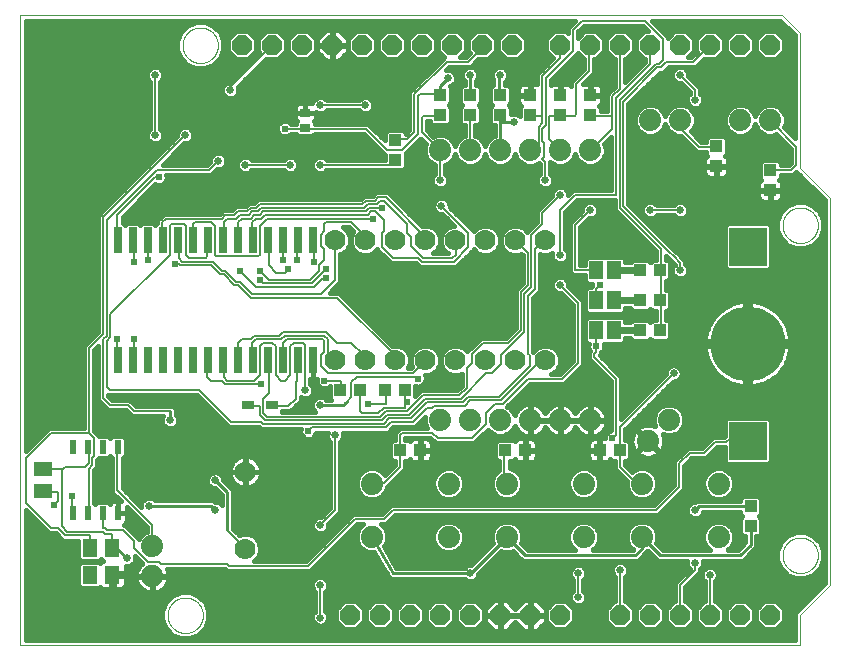
<source format=gbl>
G75*
%MOIN*%
%OFA0B0*%
%FSLAX25Y25*%
%IPPOS*%
%LPD*%
%AMOC8*
5,1,8,0,0,1.08239X$1,22.5*
%
%ADD10C,0.00000*%
%ADD11R,0.03543X0.02756*%
%ADD12C,0.07000*%
%ADD13R,0.03937X0.04331*%
%ADD14C,0.07400*%
%ADD15R,0.04331X0.03937*%
%ADD16OC8,0.06600*%
%ADD17R,0.05906X0.05118*%
%ADD18R,0.05118X0.05906*%
%ADD19C,0.25000*%
%ADD20R,0.12598X0.12598*%
%ADD21R,0.02362X0.04724*%
%ADD22R,0.04600X0.06300*%
%ADD23R,0.03937X0.03150*%
%ADD24R,0.02500X0.09000*%
%ADD25C,0.00600*%
%ADD26C,0.02400*%
%ADD27C,0.01000*%
%ADD28C,0.02578*%
%ADD29C,0.01600*%
%ADD30C,0.02400*%
%ADD31C,0.00827*%
D10*
X0005000Y0005000D02*
X0005000Y0215000D01*
X0259000Y0215000D01*
X0265000Y0209000D01*
X0265000Y0164000D01*
X0275000Y0154000D01*
X0275000Y0025000D01*
X0265000Y0015000D01*
X0265000Y0005000D01*
X0005000Y0005000D01*
X0054094Y0015000D02*
X0054096Y0015153D01*
X0054102Y0015307D01*
X0054112Y0015460D01*
X0054126Y0015612D01*
X0054144Y0015765D01*
X0054166Y0015916D01*
X0054191Y0016067D01*
X0054221Y0016218D01*
X0054255Y0016368D01*
X0054292Y0016516D01*
X0054333Y0016664D01*
X0054378Y0016810D01*
X0054427Y0016956D01*
X0054480Y0017100D01*
X0054536Y0017242D01*
X0054596Y0017383D01*
X0054660Y0017523D01*
X0054727Y0017661D01*
X0054798Y0017797D01*
X0054873Y0017931D01*
X0054950Y0018063D01*
X0055032Y0018193D01*
X0055116Y0018321D01*
X0055204Y0018447D01*
X0055295Y0018570D01*
X0055389Y0018691D01*
X0055487Y0018809D01*
X0055587Y0018925D01*
X0055691Y0019038D01*
X0055797Y0019149D01*
X0055906Y0019257D01*
X0056018Y0019362D01*
X0056132Y0019463D01*
X0056250Y0019562D01*
X0056369Y0019658D01*
X0056491Y0019751D01*
X0056616Y0019840D01*
X0056743Y0019927D01*
X0056872Y0020009D01*
X0057003Y0020089D01*
X0057136Y0020165D01*
X0057271Y0020238D01*
X0057408Y0020307D01*
X0057547Y0020372D01*
X0057687Y0020434D01*
X0057829Y0020492D01*
X0057972Y0020547D01*
X0058117Y0020598D01*
X0058263Y0020645D01*
X0058410Y0020688D01*
X0058558Y0020727D01*
X0058707Y0020763D01*
X0058857Y0020794D01*
X0059008Y0020822D01*
X0059159Y0020846D01*
X0059312Y0020866D01*
X0059464Y0020882D01*
X0059617Y0020894D01*
X0059770Y0020902D01*
X0059923Y0020906D01*
X0060077Y0020906D01*
X0060230Y0020902D01*
X0060383Y0020894D01*
X0060536Y0020882D01*
X0060688Y0020866D01*
X0060841Y0020846D01*
X0060992Y0020822D01*
X0061143Y0020794D01*
X0061293Y0020763D01*
X0061442Y0020727D01*
X0061590Y0020688D01*
X0061737Y0020645D01*
X0061883Y0020598D01*
X0062028Y0020547D01*
X0062171Y0020492D01*
X0062313Y0020434D01*
X0062453Y0020372D01*
X0062592Y0020307D01*
X0062729Y0020238D01*
X0062864Y0020165D01*
X0062997Y0020089D01*
X0063128Y0020009D01*
X0063257Y0019927D01*
X0063384Y0019840D01*
X0063509Y0019751D01*
X0063631Y0019658D01*
X0063750Y0019562D01*
X0063868Y0019463D01*
X0063982Y0019362D01*
X0064094Y0019257D01*
X0064203Y0019149D01*
X0064309Y0019038D01*
X0064413Y0018925D01*
X0064513Y0018809D01*
X0064611Y0018691D01*
X0064705Y0018570D01*
X0064796Y0018447D01*
X0064884Y0018321D01*
X0064968Y0018193D01*
X0065050Y0018063D01*
X0065127Y0017931D01*
X0065202Y0017797D01*
X0065273Y0017661D01*
X0065340Y0017523D01*
X0065404Y0017383D01*
X0065464Y0017242D01*
X0065520Y0017100D01*
X0065573Y0016956D01*
X0065622Y0016810D01*
X0065667Y0016664D01*
X0065708Y0016516D01*
X0065745Y0016368D01*
X0065779Y0016218D01*
X0065809Y0016067D01*
X0065834Y0015916D01*
X0065856Y0015765D01*
X0065874Y0015612D01*
X0065888Y0015460D01*
X0065898Y0015307D01*
X0065904Y0015153D01*
X0065906Y0015000D01*
X0065904Y0014847D01*
X0065898Y0014693D01*
X0065888Y0014540D01*
X0065874Y0014388D01*
X0065856Y0014235D01*
X0065834Y0014084D01*
X0065809Y0013933D01*
X0065779Y0013782D01*
X0065745Y0013632D01*
X0065708Y0013484D01*
X0065667Y0013336D01*
X0065622Y0013190D01*
X0065573Y0013044D01*
X0065520Y0012900D01*
X0065464Y0012758D01*
X0065404Y0012617D01*
X0065340Y0012477D01*
X0065273Y0012339D01*
X0065202Y0012203D01*
X0065127Y0012069D01*
X0065050Y0011937D01*
X0064968Y0011807D01*
X0064884Y0011679D01*
X0064796Y0011553D01*
X0064705Y0011430D01*
X0064611Y0011309D01*
X0064513Y0011191D01*
X0064413Y0011075D01*
X0064309Y0010962D01*
X0064203Y0010851D01*
X0064094Y0010743D01*
X0063982Y0010638D01*
X0063868Y0010537D01*
X0063750Y0010438D01*
X0063631Y0010342D01*
X0063509Y0010249D01*
X0063384Y0010160D01*
X0063257Y0010073D01*
X0063128Y0009991D01*
X0062997Y0009911D01*
X0062864Y0009835D01*
X0062729Y0009762D01*
X0062592Y0009693D01*
X0062453Y0009628D01*
X0062313Y0009566D01*
X0062171Y0009508D01*
X0062028Y0009453D01*
X0061883Y0009402D01*
X0061737Y0009355D01*
X0061590Y0009312D01*
X0061442Y0009273D01*
X0061293Y0009237D01*
X0061143Y0009206D01*
X0060992Y0009178D01*
X0060841Y0009154D01*
X0060688Y0009134D01*
X0060536Y0009118D01*
X0060383Y0009106D01*
X0060230Y0009098D01*
X0060077Y0009094D01*
X0059923Y0009094D01*
X0059770Y0009098D01*
X0059617Y0009106D01*
X0059464Y0009118D01*
X0059312Y0009134D01*
X0059159Y0009154D01*
X0059008Y0009178D01*
X0058857Y0009206D01*
X0058707Y0009237D01*
X0058558Y0009273D01*
X0058410Y0009312D01*
X0058263Y0009355D01*
X0058117Y0009402D01*
X0057972Y0009453D01*
X0057829Y0009508D01*
X0057687Y0009566D01*
X0057547Y0009628D01*
X0057408Y0009693D01*
X0057271Y0009762D01*
X0057136Y0009835D01*
X0057003Y0009911D01*
X0056872Y0009991D01*
X0056743Y0010073D01*
X0056616Y0010160D01*
X0056491Y0010249D01*
X0056369Y0010342D01*
X0056250Y0010438D01*
X0056132Y0010537D01*
X0056018Y0010638D01*
X0055906Y0010743D01*
X0055797Y0010851D01*
X0055691Y0010962D01*
X0055587Y0011075D01*
X0055487Y0011191D01*
X0055389Y0011309D01*
X0055295Y0011430D01*
X0055204Y0011553D01*
X0055116Y0011679D01*
X0055032Y0011807D01*
X0054950Y0011937D01*
X0054873Y0012069D01*
X0054798Y0012203D01*
X0054727Y0012339D01*
X0054660Y0012477D01*
X0054596Y0012617D01*
X0054536Y0012758D01*
X0054480Y0012900D01*
X0054427Y0013044D01*
X0054378Y0013190D01*
X0054333Y0013336D01*
X0054292Y0013484D01*
X0054255Y0013632D01*
X0054221Y0013782D01*
X0054191Y0013933D01*
X0054166Y0014084D01*
X0054144Y0014235D01*
X0054126Y0014388D01*
X0054112Y0014540D01*
X0054102Y0014693D01*
X0054096Y0014847D01*
X0054094Y0015000D01*
X0259094Y0035000D02*
X0259096Y0035153D01*
X0259102Y0035307D01*
X0259112Y0035460D01*
X0259126Y0035612D01*
X0259144Y0035765D01*
X0259166Y0035916D01*
X0259191Y0036067D01*
X0259221Y0036218D01*
X0259255Y0036368D01*
X0259292Y0036516D01*
X0259333Y0036664D01*
X0259378Y0036810D01*
X0259427Y0036956D01*
X0259480Y0037100D01*
X0259536Y0037242D01*
X0259596Y0037383D01*
X0259660Y0037523D01*
X0259727Y0037661D01*
X0259798Y0037797D01*
X0259873Y0037931D01*
X0259950Y0038063D01*
X0260032Y0038193D01*
X0260116Y0038321D01*
X0260204Y0038447D01*
X0260295Y0038570D01*
X0260389Y0038691D01*
X0260487Y0038809D01*
X0260587Y0038925D01*
X0260691Y0039038D01*
X0260797Y0039149D01*
X0260906Y0039257D01*
X0261018Y0039362D01*
X0261132Y0039463D01*
X0261250Y0039562D01*
X0261369Y0039658D01*
X0261491Y0039751D01*
X0261616Y0039840D01*
X0261743Y0039927D01*
X0261872Y0040009D01*
X0262003Y0040089D01*
X0262136Y0040165D01*
X0262271Y0040238D01*
X0262408Y0040307D01*
X0262547Y0040372D01*
X0262687Y0040434D01*
X0262829Y0040492D01*
X0262972Y0040547D01*
X0263117Y0040598D01*
X0263263Y0040645D01*
X0263410Y0040688D01*
X0263558Y0040727D01*
X0263707Y0040763D01*
X0263857Y0040794D01*
X0264008Y0040822D01*
X0264159Y0040846D01*
X0264312Y0040866D01*
X0264464Y0040882D01*
X0264617Y0040894D01*
X0264770Y0040902D01*
X0264923Y0040906D01*
X0265077Y0040906D01*
X0265230Y0040902D01*
X0265383Y0040894D01*
X0265536Y0040882D01*
X0265688Y0040866D01*
X0265841Y0040846D01*
X0265992Y0040822D01*
X0266143Y0040794D01*
X0266293Y0040763D01*
X0266442Y0040727D01*
X0266590Y0040688D01*
X0266737Y0040645D01*
X0266883Y0040598D01*
X0267028Y0040547D01*
X0267171Y0040492D01*
X0267313Y0040434D01*
X0267453Y0040372D01*
X0267592Y0040307D01*
X0267729Y0040238D01*
X0267864Y0040165D01*
X0267997Y0040089D01*
X0268128Y0040009D01*
X0268257Y0039927D01*
X0268384Y0039840D01*
X0268509Y0039751D01*
X0268631Y0039658D01*
X0268750Y0039562D01*
X0268868Y0039463D01*
X0268982Y0039362D01*
X0269094Y0039257D01*
X0269203Y0039149D01*
X0269309Y0039038D01*
X0269413Y0038925D01*
X0269513Y0038809D01*
X0269611Y0038691D01*
X0269705Y0038570D01*
X0269796Y0038447D01*
X0269884Y0038321D01*
X0269968Y0038193D01*
X0270050Y0038063D01*
X0270127Y0037931D01*
X0270202Y0037797D01*
X0270273Y0037661D01*
X0270340Y0037523D01*
X0270404Y0037383D01*
X0270464Y0037242D01*
X0270520Y0037100D01*
X0270573Y0036956D01*
X0270622Y0036810D01*
X0270667Y0036664D01*
X0270708Y0036516D01*
X0270745Y0036368D01*
X0270779Y0036218D01*
X0270809Y0036067D01*
X0270834Y0035916D01*
X0270856Y0035765D01*
X0270874Y0035612D01*
X0270888Y0035460D01*
X0270898Y0035307D01*
X0270904Y0035153D01*
X0270906Y0035000D01*
X0270904Y0034847D01*
X0270898Y0034693D01*
X0270888Y0034540D01*
X0270874Y0034388D01*
X0270856Y0034235D01*
X0270834Y0034084D01*
X0270809Y0033933D01*
X0270779Y0033782D01*
X0270745Y0033632D01*
X0270708Y0033484D01*
X0270667Y0033336D01*
X0270622Y0033190D01*
X0270573Y0033044D01*
X0270520Y0032900D01*
X0270464Y0032758D01*
X0270404Y0032617D01*
X0270340Y0032477D01*
X0270273Y0032339D01*
X0270202Y0032203D01*
X0270127Y0032069D01*
X0270050Y0031937D01*
X0269968Y0031807D01*
X0269884Y0031679D01*
X0269796Y0031553D01*
X0269705Y0031430D01*
X0269611Y0031309D01*
X0269513Y0031191D01*
X0269413Y0031075D01*
X0269309Y0030962D01*
X0269203Y0030851D01*
X0269094Y0030743D01*
X0268982Y0030638D01*
X0268868Y0030537D01*
X0268750Y0030438D01*
X0268631Y0030342D01*
X0268509Y0030249D01*
X0268384Y0030160D01*
X0268257Y0030073D01*
X0268128Y0029991D01*
X0267997Y0029911D01*
X0267864Y0029835D01*
X0267729Y0029762D01*
X0267592Y0029693D01*
X0267453Y0029628D01*
X0267313Y0029566D01*
X0267171Y0029508D01*
X0267028Y0029453D01*
X0266883Y0029402D01*
X0266737Y0029355D01*
X0266590Y0029312D01*
X0266442Y0029273D01*
X0266293Y0029237D01*
X0266143Y0029206D01*
X0265992Y0029178D01*
X0265841Y0029154D01*
X0265688Y0029134D01*
X0265536Y0029118D01*
X0265383Y0029106D01*
X0265230Y0029098D01*
X0265077Y0029094D01*
X0264923Y0029094D01*
X0264770Y0029098D01*
X0264617Y0029106D01*
X0264464Y0029118D01*
X0264312Y0029134D01*
X0264159Y0029154D01*
X0264008Y0029178D01*
X0263857Y0029206D01*
X0263707Y0029237D01*
X0263558Y0029273D01*
X0263410Y0029312D01*
X0263263Y0029355D01*
X0263117Y0029402D01*
X0262972Y0029453D01*
X0262829Y0029508D01*
X0262687Y0029566D01*
X0262547Y0029628D01*
X0262408Y0029693D01*
X0262271Y0029762D01*
X0262136Y0029835D01*
X0262003Y0029911D01*
X0261872Y0029991D01*
X0261743Y0030073D01*
X0261616Y0030160D01*
X0261491Y0030249D01*
X0261369Y0030342D01*
X0261250Y0030438D01*
X0261132Y0030537D01*
X0261018Y0030638D01*
X0260906Y0030743D01*
X0260797Y0030851D01*
X0260691Y0030962D01*
X0260587Y0031075D01*
X0260487Y0031191D01*
X0260389Y0031309D01*
X0260295Y0031430D01*
X0260204Y0031553D01*
X0260116Y0031679D01*
X0260032Y0031807D01*
X0259950Y0031937D01*
X0259873Y0032069D01*
X0259798Y0032203D01*
X0259727Y0032339D01*
X0259660Y0032477D01*
X0259596Y0032617D01*
X0259536Y0032758D01*
X0259480Y0032900D01*
X0259427Y0033044D01*
X0259378Y0033190D01*
X0259333Y0033336D01*
X0259292Y0033484D01*
X0259255Y0033632D01*
X0259221Y0033782D01*
X0259191Y0033933D01*
X0259166Y0034084D01*
X0259144Y0034235D01*
X0259126Y0034388D01*
X0259112Y0034540D01*
X0259102Y0034693D01*
X0259096Y0034847D01*
X0259094Y0035000D01*
X0259094Y0145000D02*
X0259096Y0145153D01*
X0259102Y0145307D01*
X0259112Y0145460D01*
X0259126Y0145612D01*
X0259144Y0145765D01*
X0259166Y0145916D01*
X0259191Y0146067D01*
X0259221Y0146218D01*
X0259255Y0146368D01*
X0259292Y0146516D01*
X0259333Y0146664D01*
X0259378Y0146810D01*
X0259427Y0146956D01*
X0259480Y0147100D01*
X0259536Y0147242D01*
X0259596Y0147383D01*
X0259660Y0147523D01*
X0259727Y0147661D01*
X0259798Y0147797D01*
X0259873Y0147931D01*
X0259950Y0148063D01*
X0260032Y0148193D01*
X0260116Y0148321D01*
X0260204Y0148447D01*
X0260295Y0148570D01*
X0260389Y0148691D01*
X0260487Y0148809D01*
X0260587Y0148925D01*
X0260691Y0149038D01*
X0260797Y0149149D01*
X0260906Y0149257D01*
X0261018Y0149362D01*
X0261132Y0149463D01*
X0261250Y0149562D01*
X0261369Y0149658D01*
X0261491Y0149751D01*
X0261616Y0149840D01*
X0261743Y0149927D01*
X0261872Y0150009D01*
X0262003Y0150089D01*
X0262136Y0150165D01*
X0262271Y0150238D01*
X0262408Y0150307D01*
X0262547Y0150372D01*
X0262687Y0150434D01*
X0262829Y0150492D01*
X0262972Y0150547D01*
X0263117Y0150598D01*
X0263263Y0150645D01*
X0263410Y0150688D01*
X0263558Y0150727D01*
X0263707Y0150763D01*
X0263857Y0150794D01*
X0264008Y0150822D01*
X0264159Y0150846D01*
X0264312Y0150866D01*
X0264464Y0150882D01*
X0264617Y0150894D01*
X0264770Y0150902D01*
X0264923Y0150906D01*
X0265077Y0150906D01*
X0265230Y0150902D01*
X0265383Y0150894D01*
X0265536Y0150882D01*
X0265688Y0150866D01*
X0265841Y0150846D01*
X0265992Y0150822D01*
X0266143Y0150794D01*
X0266293Y0150763D01*
X0266442Y0150727D01*
X0266590Y0150688D01*
X0266737Y0150645D01*
X0266883Y0150598D01*
X0267028Y0150547D01*
X0267171Y0150492D01*
X0267313Y0150434D01*
X0267453Y0150372D01*
X0267592Y0150307D01*
X0267729Y0150238D01*
X0267864Y0150165D01*
X0267997Y0150089D01*
X0268128Y0150009D01*
X0268257Y0149927D01*
X0268384Y0149840D01*
X0268509Y0149751D01*
X0268631Y0149658D01*
X0268750Y0149562D01*
X0268868Y0149463D01*
X0268982Y0149362D01*
X0269094Y0149257D01*
X0269203Y0149149D01*
X0269309Y0149038D01*
X0269413Y0148925D01*
X0269513Y0148809D01*
X0269611Y0148691D01*
X0269705Y0148570D01*
X0269796Y0148447D01*
X0269884Y0148321D01*
X0269968Y0148193D01*
X0270050Y0148063D01*
X0270127Y0147931D01*
X0270202Y0147797D01*
X0270273Y0147661D01*
X0270340Y0147523D01*
X0270404Y0147383D01*
X0270464Y0147242D01*
X0270520Y0147100D01*
X0270573Y0146956D01*
X0270622Y0146810D01*
X0270667Y0146664D01*
X0270708Y0146516D01*
X0270745Y0146368D01*
X0270779Y0146218D01*
X0270809Y0146067D01*
X0270834Y0145916D01*
X0270856Y0145765D01*
X0270874Y0145612D01*
X0270888Y0145460D01*
X0270898Y0145307D01*
X0270904Y0145153D01*
X0270906Y0145000D01*
X0270904Y0144847D01*
X0270898Y0144693D01*
X0270888Y0144540D01*
X0270874Y0144388D01*
X0270856Y0144235D01*
X0270834Y0144084D01*
X0270809Y0143933D01*
X0270779Y0143782D01*
X0270745Y0143632D01*
X0270708Y0143484D01*
X0270667Y0143336D01*
X0270622Y0143190D01*
X0270573Y0143044D01*
X0270520Y0142900D01*
X0270464Y0142758D01*
X0270404Y0142617D01*
X0270340Y0142477D01*
X0270273Y0142339D01*
X0270202Y0142203D01*
X0270127Y0142069D01*
X0270050Y0141937D01*
X0269968Y0141807D01*
X0269884Y0141679D01*
X0269796Y0141553D01*
X0269705Y0141430D01*
X0269611Y0141309D01*
X0269513Y0141191D01*
X0269413Y0141075D01*
X0269309Y0140962D01*
X0269203Y0140851D01*
X0269094Y0140743D01*
X0268982Y0140638D01*
X0268868Y0140537D01*
X0268750Y0140438D01*
X0268631Y0140342D01*
X0268509Y0140249D01*
X0268384Y0140160D01*
X0268257Y0140073D01*
X0268128Y0139991D01*
X0267997Y0139911D01*
X0267864Y0139835D01*
X0267729Y0139762D01*
X0267592Y0139693D01*
X0267453Y0139628D01*
X0267313Y0139566D01*
X0267171Y0139508D01*
X0267028Y0139453D01*
X0266883Y0139402D01*
X0266737Y0139355D01*
X0266590Y0139312D01*
X0266442Y0139273D01*
X0266293Y0139237D01*
X0266143Y0139206D01*
X0265992Y0139178D01*
X0265841Y0139154D01*
X0265688Y0139134D01*
X0265536Y0139118D01*
X0265383Y0139106D01*
X0265230Y0139098D01*
X0265077Y0139094D01*
X0264923Y0139094D01*
X0264770Y0139098D01*
X0264617Y0139106D01*
X0264464Y0139118D01*
X0264312Y0139134D01*
X0264159Y0139154D01*
X0264008Y0139178D01*
X0263857Y0139206D01*
X0263707Y0139237D01*
X0263558Y0139273D01*
X0263410Y0139312D01*
X0263263Y0139355D01*
X0263117Y0139402D01*
X0262972Y0139453D01*
X0262829Y0139508D01*
X0262687Y0139566D01*
X0262547Y0139628D01*
X0262408Y0139693D01*
X0262271Y0139762D01*
X0262136Y0139835D01*
X0262003Y0139911D01*
X0261872Y0139991D01*
X0261743Y0140073D01*
X0261616Y0140160D01*
X0261491Y0140249D01*
X0261369Y0140342D01*
X0261250Y0140438D01*
X0261132Y0140537D01*
X0261018Y0140638D01*
X0260906Y0140743D01*
X0260797Y0140851D01*
X0260691Y0140962D01*
X0260587Y0141075D01*
X0260487Y0141191D01*
X0260389Y0141309D01*
X0260295Y0141430D01*
X0260204Y0141553D01*
X0260116Y0141679D01*
X0260032Y0141807D01*
X0259950Y0141937D01*
X0259873Y0142069D01*
X0259798Y0142203D01*
X0259727Y0142339D01*
X0259660Y0142477D01*
X0259596Y0142617D01*
X0259536Y0142758D01*
X0259480Y0142900D01*
X0259427Y0143044D01*
X0259378Y0143190D01*
X0259333Y0143336D01*
X0259292Y0143484D01*
X0259255Y0143632D01*
X0259221Y0143782D01*
X0259191Y0143933D01*
X0259166Y0144084D01*
X0259144Y0144235D01*
X0259126Y0144388D01*
X0259112Y0144540D01*
X0259102Y0144693D01*
X0259096Y0144847D01*
X0259094Y0145000D01*
X0059094Y0205000D02*
X0059096Y0205153D01*
X0059102Y0205307D01*
X0059112Y0205460D01*
X0059126Y0205612D01*
X0059144Y0205765D01*
X0059166Y0205916D01*
X0059191Y0206067D01*
X0059221Y0206218D01*
X0059255Y0206368D01*
X0059292Y0206516D01*
X0059333Y0206664D01*
X0059378Y0206810D01*
X0059427Y0206956D01*
X0059480Y0207100D01*
X0059536Y0207242D01*
X0059596Y0207383D01*
X0059660Y0207523D01*
X0059727Y0207661D01*
X0059798Y0207797D01*
X0059873Y0207931D01*
X0059950Y0208063D01*
X0060032Y0208193D01*
X0060116Y0208321D01*
X0060204Y0208447D01*
X0060295Y0208570D01*
X0060389Y0208691D01*
X0060487Y0208809D01*
X0060587Y0208925D01*
X0060691Y0209038D01*
X0060797Y0209149D01*
X0060906Y0209257D01*
X0061018Y0209362D01*
X0061132Y0209463D01*
X0061250Y0209562D01*
X0061369Y0209658D01*
X0061491Y0209751D01*
X0061616Y0209840D01*
X0061743Y0209927D01*
X0061872Y0210009D01*
X0062003Y0210089D01*
X0062136Y0210165D01*
X0062271Y0210238D01*
X0062408Y0210307D01*
X0062547Y0210372D01*
X0062687Y0210434D01*
X0062829Y0210492D01*
X0062972Y0210547D01*
X0063117Y0210598D01*
X0063263Y0210645D01*
X0063410Y0210688D01*
X0063558Y0210727D01*
X0063707Y0210763D01*
X0063857Y0210794D01*
X0064008Y0210822D01*
X0064159Y0210846D01*
X0064312Y0210866D01*
X0064464Y0210882D01*
X0064617Y0210894D01*
X0064770Y0210902D01*
X0064923Y0210906D01*
X0065077Y0210906D01*
X0065230Y0210902D01*
X0065383Y0210894D01*
X0065536Y0210882D01*
X0065688Y0210866D01*
X0065841Y0210846D01*
X0065992Y0210822D01*
X0066143Y0210794D01*
X0066293Y0210763D01*
X0066442Y0210727D01*
X0066590Y0210688D01*
X0066737Y0210645D01*
X0066883Y0210598D01*
X0067028Y0210547D01*
X0067171Y0210492D01*
X0067313Y0210434D01*
X0067453Y0210372D01*
X0067592Y0210307D01*
X0067729Y0210238D01*
X0067864Y0210165D01*
X0067997Y0210089D01*
X0068128Y0210009D01*
X0068257Y0209927D01*
X0068384Y0209840D01*
X0068509Y0209751D01*
X0068631Y0209658D01*
X0068750Y0209562D01*
X0068868Y0209463D01*
X0068982Y0209362D01*
X0069094Y0209257D01*
X0069203Y0209149D01*
X0069309Y0209038D01*
X0069413Y0208925D01*
X0069513Y0208809D01*
X0069611Y0208691D01*
X0069705Y0208570D01*
X0069796Y0208447D01*
X0069884Y0208321D01*
X0069968Y0208193D01*
X0070050Y0208063D01*
X0070127Y0207931D01*
X0070202Y0207797D01*
X0070273Y0207661D01*
X0070340Y0207523D01*
X0070404Y0207383D01*
X0070464Y0207242D01*
X0070520Y0207100D01*
X0070573Y0206956D01*
X0070622Y0206810D01*
X0070667Y0206664D01*
X0070708Y0206516D01*
X0070745Y0206368D01*
X0070779Y0206218D01*
X0070809Y0206067D01*
X0070834Y0205916D01*
X0070856Y0205765D01*
X0070874Y0205612D01*
X0070888Y0205460D01*
X0070898Y0205307D01*
X0070904Y0205153D01*
X0070906Y0205000D01*
X0070904Y0204847D01*
X0070898Y0204693D01*
X0070888Y0204540D01*
X0070874Y0204388D01*
X0070856Y0204235D01*
X0070834Y0204084D01*
X0070809Y0203933D01*
X0070779Y0203782D01*
X0070745Y0203632D01*
X0070708Y0203484D01*
X0070667Y0203336D01*
X0070622Y0203190D01*
X0070573Y0203044D01*
X0070520Y0202900D01*
X0070464Y0202758D01*
X0070404Y0202617D01*
X0070340Y0202477D01*
X0070273Y0202339D01*
X0070202Y0202203D01*
X0070127Y0202069D01*
X0070050Y0201937D01*
X0069968Y0201807D01*
X0069884Y0201679D01*
X0069796Y0201553D01*
X0069705Y0201430D01*
X0069611Y0201309D01*
X0069513Y0201191D01*
X0069413Y0201075D01*
X0069309Y0200962D01*
X0069203Y0200851D01*
X0069094Y0200743D01*
X0068982Y0200638D01*
X0068868Y0200537D01*
X0068750Y0200438D01*
X0068631Y0200342D01*
X0068509Y0200249D01*
X0068384Y0200160D01*
X0068257Y0200073D01*
X0068128Y0199991D01*
X0067997Y0199911D01*
X0067864Y0199835D01*
X0067729Y0199762D01*
X0067592Y0199693D01*
X0067453Y0199628D01*
X0067313Y0199566D01*
X0067171Y0199508D01*
X0067028Y0199453D01*
X0066883Y0199402D01*
X0066737Y0199355D01*
X0066590Y0199312D01*
X0066442Y0199273D01*
X0066293Y0199237D01*
X0066143Y0199206D01*
X0065992Y0199178D01*
X0065841Y0199154D01*
X0065688Y0199134D01*
X0065536Y0199118D01*
X0065383Y0199106D01*
X0065230Y0199098D01*
X0065077Y0199094D01*
X0064923Y0199094D01*
X0064770Y0199098D01*
X0064617Y0199106D01*
X0064464Y0199118D01*
X0064312Y0199134D01*
X0064159Y0199154D01*
X0064008Y0199178D01*
X0063857Y0199206D01*
X0063707Y0199237D01*
X0063558Y0199273D01*
X0063410Y0199312D01*
X0063263Y0199355D01*
X0063117Y0199402D01*
X0062972Y0199453D01*
X0062829Y0199508D01*
X0062687Y0199566D01*
X0062547Y0199628D01*
X0062408Y0199693D01*
X0062271Y0199762D01*
X0062136Y0199835D01*
X0062003Y0199911D01*
X0061872Y0199991D01*
X0061743Y0200073D01*
X0061616Y0200160D01*
X0061491Y0200249D01*
X0061369Y0200342D01*
X0061250Y0200438D01*
X0061132Y0200537D01*
X0061018Y0200638D01*
X0060906Y0200743D01*
X0060797Y0200851D01*
X0060691Y0200962D01*
X0060587Y0201075D01*
X0060487Y0201191D01*
X0060389Y0201309D01*
X0060295Y0201430D01*
X0060204Y0201553D01*
X0060116Y0201679D01*
X0060032Y0201807D01*
X0059950Y0201937D01*
X0059873Y0202069D01*
X0059798Y0202203D01*
X0059727Y0202339D01*
X0059660Y0202477D01*
X0059596Y0202617D01*
X0059536Y0202758D01*
X0059480Y0202900D01*
X0059427Y0203044D01*
X0059378Y0203190D01*
X0059333Y0203336D01*
X0059292Y0203484D01*
X0059255Y0203632D01*
X0059221Y0203782D01*
X0059191Y0203933D01*
X0059166Y0204084D01*
X0059144Y0204235D01*
X0059126Y0204388D01*
X0059112Y0204540D01*
X0059102Y0204693D01*
X0059096Y0204847D01*
X0059094Y0205000D01*
D11*
X0100000Y0182559D03*
X0100000Y0177441D03*
D12*
X0110000Y0140000D03*
X0120000Y0140000D03*
X0130000Y0140000D03*
X0140000Y0140000D03*
X0150000Y0140000D03*
X0160000Y0140000D03*
X0170000Y0140000D03*
X0180000Y0140000D03*
X0180000Y0100000D03*
X0170000Y0100000D03*
X0160000Y0100000D03*
X0150000Y0100000D03*
X0140000Y0100000D03*
X0130000Y0100000D03*
X0120000Y0100000D03*
X0110000Y0100000D03*
X0080000Y0062795D03*
X0080000Y0037205D03*
D13*
X0131654Y0070000D03*
X0138346Y0070000D03*
X0133346Y0090000D03*
X0126654Y0090000D03*
X0118346Y0090000D03*
X0111654Y0090000D03*
X0166654Y0070000D03*
X0173346Y0070000D03*
X0198154Y0070000D03*
X0204846Y0070000D03*
X0211654Y0110000D03*
X0218346Y0110000D03*
X0218346Y0120000D03*
X0211654Y0120000D03*
X0211654Y0130000D03*
X0218346Y0130000D03*
D14*
X0195000Y0170000D03*
X0185000Y0170000D03*
X0175000Y0170000D03*
X0165000Y0170000D03*
X0155000Y0170000D03*
X0145000Y0170000D03*
X0215000Y0180000D03*
X0225000Y0180000D03*
X0245000Y0180000D03*
X0255000Y0180000D03*
X0221303Y0080132D03*
X0214232Y0073061D03*
X0212200Y0058900D03*
X0192800Y0058900D03*
X0192800Y0041100D03*
X0212200Y0041100D03*
X0237800Y0041100D03*
X0237800Y0058900D03*
X0195000Y0080000D03*
X0185000Y0080000D03*
X0175000Y0080000D03*
X0165000Y0080000D03*
X0155000Y0080000D03*
X0145000Y0080000D03*
X0147800Y0058900D03*
X0167200Y0058900D03*
X0167200Y0041100D03*
X0147800Y0041100D03*
X0122200Y0041100D03*
X0122200Y0058900D03*
X0049000Y0038000D03*
X0049000Y0028000D03*
D15*
X0130000Y0166654D03*
X0130000Y0173346D03*
X0145000Y0181654D03*
X0145000Y0188346D03*
X0155000Y0188346D03*
X0155000Y0181654D03*
X0165000Y0181654D03*
X0165000Y0188346D03*
X0175000Y0188346D03*
X0175000Y0181654D03*
X0185000Y0181654D03*
X0185000Y0188346D03*
X0195000Y0188346D03*
X0195000Y0181654D03*
X0237000Y0171346D03*
X0237000Y0164654D03*
X0255000Y0163346D03*
X0255000Y0156654D03*
X0248500Y0051346D03*
X0248500Y0044654D03*
D16*
X0245000Y0015000D03*
X0235000Y0015000D03*
X0225000Y0015000D03*
X0215000Y0015000D03*
X0205000Y0015000D03*
X0185000Y0015000D03*
X0175000Y0015000D03*
X0165000Y0015000D03*
X0155000Y0015000D03*
X0145000Y0015000D03*
X0135000Y0015000D03*
X0125000Y0015000D03*
X0115000Y0015000D03*
X0255000Y0015000D03*
X0255000Y0205000D03*
X0245000Y0205000D03*
X0235000Y0205000D03*
X0225000Y0205000D03*
X0215000Y0205000D03*
X0205000Y0205000D03*
X0195000Y0205000D03*
X0185000Y0205000D03*
X0169000Y0205000D03*
X0159000Y0205000D03*
X0149000Y0205000D03*
X0139000Y0205000D03*
X0129000Y0205000D03*
X0119000Y0205000D03*
X0109000Y0205000D03*
X0099000Y0205000D03*
X0089000Y0205000D03*
X0079000Y0205000D03*
D17*
X0012500Y0063740D03*
X0012500Y0056260D03*
D18*
X0028260Y0037500D03*
X0035740Y0037500D03*
X0035740Y0028500D03*
X0028260Y0028500D03*
D19*
X0247500Y0105500D03*
D20*
X0247500Y0073117D03*
X0247500Y0137883D03*
D21*
X0037500Y0071024D03*
X0032500Y0071024D03*
X0027500Y0071024D03*
X0022500Y0071024D03*
X0022500Y0048976D03*
X0027500Y0048976D03*
X0032500Y0048976D03*
X0037500Y0048976D03*
D22*
X0197000Y0110000D03*
X0203000Y0110000D03*
X0203000Y0120000D03*
X0197000Y0120000D03*
X0197000Y0130000D03*
X0203000Y0130000D03*
D23*
X0088937Y0085000D03*
X0081063Y0085000D03*
D24*
X0082500Y0100000D03*
X0077500Y0100000D03*
X0072500Y0100000D03*
X0067500Y0100000D03*
X0062500Y0100000D03*
X0057500Y0100000D03*
X0052500Y0100000D03*
X0047500Y0100000D03*
X0042500Y0100000D03*
X0037500Y0100000D03*
X0037500Y0140000D03*
X0042500Y0140000D03*
X0047500Y0140000D03*
X0052500Y0140000D03*
X0057500Y0140000D03*
X0062500Y0140000D03*
X0067500Y0140000D03*
X0072500Y0140000D03*
X0077500Y0140000D03*
X0082500Y0140000D03*
X0087500Y0140000D03*
X0092500Y0140000D03*
X0097500Y0140000D03*
X0102500Y0140000D03*
X0102500Y0100000D03*
X0097500Y0100000D03*
X0092500Y0100000D03*
X0087500Y0100000D03*
D25*
X0087800Y0099800D01*
X0087800Y0089000D01*
X0086000Y0087200D01*
X0086000Y0082400D01*
X0087200Y0081200D01*
X0125000Y0081200D01*
X0126800Y0083000D01*
X0134000Y0083000D01*
X0139400Y0088400D01*
X0151400Y0088400D01*
X0153800Y0090800D01*
X0153800Y0097400D01*
X0155600Y0099200D01*
X0155600Y0102200D01*
X0159200Y0105800D01*
X0167600Y0105800D01*
X0171800Y0110000D01*
X0171800Y0122600D01*
X0174200Y0125000D01*
X0174200Y0135800D01*
X0170000Y0140000D01*
X0175400Y0141800D02*
X0179000Y0145400D01*
X0179000Y0149000D01*
X0185000Y0155000D01*
X0185000Y0150000D02*
X0190000Y0155000D01*
X0203600Y0155000D01*
X0203600Y0187400D01*
X0215000Y0198800D01*
X0215000Y0205000D01*
X0219200Y0207200D02*
X0219200Y0200000D01*
X0218000Y0198800D01*
X0216800Y0198800D01*
X0204800Y0186800D01*
X0204800Y0150800D01*
X0218600Y0137000D01*
X0218600Y0130400D01*
X0218346Y0130000D01*
X0218600Y0129800D01*
X0218600Y0120200D01*
X0218346Y0120000D01*
X0218600Y0119600D01*
X0218600Y0110000D01*
X0218346Y0110000D01*
X0222800Y0095600D02*
X0204800Y0077600D01*
X0204800Y0070400D01*
X0204846Y0070000D01*
X0204800Y0069800D01*
X0204800Y0064400D01*
X0210200Y0059000D01*
X0212000Y0059000D01*
X0212200Y0058900D01*
X0216800Y0050000D02*
X0224600Y0057800D01*
X0224600Y0065600D01*
X0228200Y0069200D01*
X0233000Y0069200D01*
X0236600Y0072800D01*
X0240200Y0072800D01*
X0240800Y0073400D01*
X0247400Y0073400D01*
X0247500Y0073117D01*
X0216800Y0050000D02*
X0129200Y0050000D01*
X0126200Y0047000D01*
X0116600Y0047000D01*
X0101000Y0031400D01*
X0074600Y0031400D01*
X0074000Y0032000D01*
X0051800Y0032000D01*
X0051200Y0032600D01*
X0047600Y0032600D01*
X0042800Y0037400D01*
X0042800Y0039800D01*
X0039200Y0043400D01*
X0033800Y0043400D01*
X0033200Y0044000D01*
X0032600Y0044000D01*
X0032600Y0048800D01*
X0032500Y0048976D01*
X0027800Y0049400D02*
X0027500Y0048976D01*
X0027800Y0049400D02*
X0027800Y0063800D01*
X0029000Y0065000D01*
X0029000Y0067400D01*
X0029600Y0068000D01*
X0029600Y0074000D01*
X0027800Y0075800D01*
X0027800Y0104000D01*
X0032600Y0108800D01*
X0032600Y0147600D01*
X0060000Y0175000D01*
X0050000Y0175000D02*
X0050000Y0195000D01*
X0075000Y0191000D02*
X0075000Y0190000D01*
X0075000Y0191000D02*
X0089000Y0205000D01*
X0089000Y0203600D01*
X0105000Y0185000D02*
X0120000Y0185000D01*
X0120200Y0177200D02*
X0127400Y0170000D01*
X0132200Y0170000D01*
X0137600Y0175400D01*
X0137600Y0188000D01*
X0138200Y0188600D01*
X0144800Y0188600D01*
X0145000Y0188346D01*
X0145400Y0188600D01*
X0145000Y0181654D02*
X0144800Y0181400D01*
X0139400Y0181400D01*
X0138800Y0180800D01*
X0138800Y0176000D01*
X0144800Y0170000D01*
X0145000Y0170000D01*
X0145000Y0160000D01*
X0145400Y0151400D02*
X0154400Y0142400D01*
X0154400Y0137600D01*
X0149600Y0132800D01*
X0138800Y0132800D01*
X0137600Y0134000D01*
X0129200Y0134000D01*
X0125600Y0137600D01*
X0125600Y0142400D01*
X0126200Y0143000D01*
X0126200Y0146600D01*
X0123200Y0149600D01*
X0122000Y0149600D01*
X0120800Y0148400D01*
X0086600Y0148400D01*
X0085400Y0147200D01*
X0083600Y0147200D01*
X0082400Y0146000D01*
X0082400Y0140000D01*
X0082500Y0140000D01*
X0077600Y0140000D02*
X0077500Y0140000D01*
X0077600Y0140000D02*
X0077600Y0146000D01*
X0078800Y0147200D01*
X0081800Y0147200D01*
X0083000Y0148400D01*
X0084800Y0148400D01*
X0086000Y0149600D01*
X0120200Y0149600D01*
X0121400Y0150800D01*
X0125600Y0150800D01*
X0123800Y0152000D02*
X0125000Y0153200D01*
X0126200Y0153200D01*
X0134000Y0145400D01*
X0134000Y0142400D01*
X0135200Y0141200D01*
X0135200Y0138200D01*
X0139400Y0134000D01*
X0149000Y0134000D01*
X0150200Y0135200D01*
X0150200Y0140000D01*
X0150000Y0140000D01*
X0140000Y0140000D02*
X0140000Y0141200D01*
X0126800Y0154400D01*
X0124400Y0154400D01*
X0123200Y0153200D01*
X0120200Y0153200D01*
X0119000Y0152000D01*
X0084800Y0152000D01*
X0083600Y0150800D01*
X0081800Y0150800D01*
X0080600Y0149600D01*
X0077600Y0149600D01*
X0076400Y0148400D01*
X0073400Y0148400D01*
X0072200Y0147200D01*
X0053600Y0147200D01*
X0052400Y0146000D01*
X0052400Y0140000D01*
X0052500Y0140000D01*
X0047600Y0140000D02*
X0047500Y0140000D01*
X0047600Y0140000D02*
X0047600Y0133400D01*
X0042800Y0132800D02*
X0042800Y0140000D01*
X0042500Y0140000D01*
X0037500Y0140000D02*
X0037400Y0140000D01*
X0037400Y0148400D01*
X0050000Y0161000D01*
X0051200Y0161000D01*
X0050600Y0163400D02*
X0033800Y0146600D01*
X0033800Y0108200D01*
X0032600Y0107000D01*
X0032600Y0087400D01*
X0035000Y0085000D01*
X0040800Y0085000D01*
X0042800Y0083000D01*
X0055000Y0083000D01*
X0064600Y0090000D02*
X0075200Y0079400D01*
X0085400Y0079400D01*
X0086000Y0078800D01*
X0126200Y0078800D01*
X0128000Y0080600D01*
X0135200Y0080600D01*
X0140600Y0086000D01*
X0152600Y0086000D01*
X0154400Y0087800D01*
X0164600Y0087800D01*
X0174800Y0098000D01*
X0174800Y0101600D01*
X0174200Y0102200D01*
X0174200Y0121400D01*
X0176600Y0123800D01*
X0176600Y0137000D01*
X0179600Y0140000D01*
X0180000Y0140000D01*
X0175400Y0141800D02*
X0175400Y0124400D01*
X0173000Y0122000D01*
X0173000Y0109400D01*
X0165200Y0101600D01*
X0165200Y0098600D01*
X0162200Y0095600D01*
X0160400Y0095600D01*
X0152000Y0087200D01*
X0140000Y0087200D01*
X0134600Y0081800D01*
X0127400Y0081800D01*
X0125600Y0080000D01*
X0086600Y0080000D01*
X0084800Y0081800D01*
X0084800Y0084800D01*
X0081200Y0084800D01*
X0081063Y0085000D01*
X0088937Y0085000D02*
X0089000Y0084800D01*
X0094400Y0084800D01*
X0096800Y0087200D01*
X0096800Y0092600D01*
X0097400Y0093200D01*
X0097400Y0099800D01*
X0097500Y0100000D01*
X0092600Y0100400D02*
X0092600Y0105800D01*
X0093800Y0107000D01*
X0105800Y0107000D01*
X0106400Y0106400D01*
X0106400Y0102800D01*
X0105200Y0101600D01*
X0105200Y0098000D01*
X0107600Y0095600D01*
X0135800Y0095600D01*
X0140000Y0099800D01*
X0140000Y0100000D01*
X0137000Y0094400D02*
X0137600Y0093800D01*
X0137000Y0094400D02*
X0117200Y0094400D01*
X0115400Y0092600D01*
X0115400Y0087800D01*
X0113800Y0086200D01*
X0113000Y0085400D01*
X0111654Y0090000D02*
X0111800Y0090200D01*
X0111800Y0093200D01*
X0106400Y0093200D01*
X0099800Y0095600D02*
X0099800Y0105200D01*
X0099200Y0105800D01*
X0096200Y0105800D01*
X0095000Y0104600D01*
X0095000Y0095000D01*
X0093200Y0093200D01*
X0092000Y0093200D01*
X0090200Y0095000D01*
X0090200Y0104600D01*
X0089000Y0105800D01*
X0086000Y0105800D01*
X0084800Y0104600D01*
X0084800Y0095000D01*
X0083000Y0093200D01*
X0074000Y0093200D01*
X0072800Y0094400D01*
X0072800Y0099800D01*
X0072500Y0100000D01*
X0077500Y0100000D02*
X0077600Y0100400D01*
X0077600Y0105800D01*
X0078800Y0107000D01*
X0081800Y0107000D01*
X0083000Y0108200D01*
X0091400Y0108200D01*
X0092600Y0109400D01*
X0107000Y0109400D01*
X0110600Y0105800D01*
X0115400Y0105800D01*
X0119600Y0101600D01*
X0119600Y0100400D01*
X0120000Y0100000D01*
X0129800Y0100400D02*
X0130000Y0100000D01*
X0129800Y0100400D02*
X0129800Y0101600D01*
X0110600Y0120800D01*
X0081800Y0120800D01*
X0077600Y0125000D01*
X0076400Y0125000D01*
X0072800Y0128600D01*
X0071600Y0128600D01*
X0068600Y0131600D01*
X0058400Y0131600D01*
X0057800Y0132200D01*
X0056600Y0132200D01*
X0057800Y0134000D02*
X0059000Y0132800D01*
X0069200Y0132800D01*
X0072200Y0129800D01*
X0073400Y0129800D01*
X0077000Y0126200D01*
X0078200Y0126200D01*
X0082400Y0122000D01*
X0105200Y0122000D01*
X0110000Y0126800D01*
X0110000Y0140000D01*
X0106400Y0137000D02*
X0105200Y0138200D01*
X0105200Y0141800D01*
X0106400Y0143000D01*
X0106400Y0145400D01*
X0107000Y0146000D01*
X0115400Y0146000D01*
X0119600Y0141800D01*
X0119600Y0140000D01*
X0120000Y0140000D01*
X0122600Y0147200D02*
X0087200Y0147200D01*
X0084800Y0144800D01*
X0084800Y0135200D01*
X0084200Y0134600D01*
X0070400Y0134600D01*
X0069800Y0135200D01*
X0069800Y0144800D01*
X0068600Y0146000D01*
X0063200Y0146000D01*
X0062600Y0145400D01*
X0062600Y0140000D01*
X0062500Y0140000D01*
X0057800Y0140000D02*
X0057500Y0140000D01*
X0057800Y0140000D02*
X0057800Y0134000D01*
X0060200Y0135200D02*
X0060200Y0144800D01*
X0059600Y0145400D01*
X0055400Y0145400D01*
X0054800Y0144800D01*
X0054800Y0135200D01*
X0035000Y0115400D01*
X0035000Y0107600D01*
X0033800Y0106400D01*
X0033800Y0091200D01*
X0035000Y0090000D01*
X0064600Y0090000D01*
X0068600Y0093200D02*
X0072200Y0093200D01*
X0073400Y0092000D01*
X0085400Y0092000D01*
X0082500Y0100000D02*
X0082400Y0100400D01*
X0082400Y0105800D01*
X0083600Y0107000D01*
X0092000Y0107000D01*
X0093200Y0108200D01*
X0106400Y0108200D01*
X0107600Y0107000D01*
X0107600Y0102800D01*
X0110000Y0100400D01*
X0110000Y0100000D01*
X0118346Y0090000D02*
X0118400Y0089600D01*
X0118400Y0083000D01*
X0119000Y0082400D01*
X0124400Y0082400D01*
X0126200Y0084200D01*
X0133400Y0084200D01*
X0133400Y0086000D01*
X0134000Y0086000D01*
X0133400Y0086000D02*
X0133400Y0089600D01*
X0133346Y0090000D01*
X0126800Y0089600D02*
X0126800Y0085400D01*
X0120800Y0085400D01*
X0126800Y0089600D02*
X0126654Y0090000D01*
X0128600Y0079400D02*
X0135800Y0079400D01*
X0140600Y0084200D01*
X0142400Y0084200D01*
X0143000Y0084800D01*
X0153200Y0084800D01*
X0155000Y0086600D01*
X0165200Y0086600D01*
X0178400Y0099800D01*
X0179600Y0099800D01*
X0180000Y0100000D01*
X0185600Y0093800D02*
X0174200Y0093800D01*
X0165800Y0085400D01*
X0163400Y0085400D01*
X0160400Y0082400D01*
X0160400Y0078800D01*
X0155600Y0074000D01*
X0144200Y0074000D01*
X0142400Y0075800D01*
X0132200Y0075800D01*
X0131600Y0075200D01*
X0131600Y0070400D01*
X0131654Y0070000D01*
X0131600Y0069800D01*
X0131600Y0064400D01*
X0126200Y0059000D01*
X0122600Y0059000D01*
X0122200Y0058900D01*
X0110000Y0050000D02*
X0105000Y0045000D01*
X0110000Y0050000D02*
X0110000Y0075000D01*
X0102200Y0077600D02*
X0126800Y0077600D01*
X0128600Y0079400D01*
X0102200Y0077600D02*
X0101000Y0076400D01*
X0092500Y0100000D02*
X0092600Y0100400D01*
X0068600Y0093200D02*
X0067400Y0094400D01*
X0067400Y0099800D01*
X0067500Y0100000D01*
X0042800Y0100400D02*
X0042500Y0100000D01*
X0042800Y0100400D02*
X0042800Y0107000D01*
X0037400Y0107000D02*
X0037400Y0100400D01*
X0037500Y0100000D01*
X0027800Y0075800D02*
X0015200Y0075800D01*
X0006800Y0067400D01*
X0006800Y0052400D01*
X0015200Y0044000D01*
X0017600Y0044000D01*
X0020000Y0041600D01*
X0028400Y0041600D01*
X0028400Y0038000D01*
X0028260Y0037500D01*
X0033200Y0042200D02*
X0032600Y0042800D01*
X0020600Y0042800D01*
X0018800Y0044600D01*
X0018800Y0063800D01*
X0019400Y0063800D01*
X0020000Y0064400D01*
X0026600Y0064400D01*
X0027800Y0065600D01*
X0027800Y0071000D01*
X0027500Y0071024D01*
X0018800Y0063800D02*
X0012800Y0063800D01*
X0012500Y0063740D01*
X0012500Y0056260D02*
X0012800Y0056000D01*
X0017600Y0056000D01*
X0017600Y0053000D01*
X0016400Y0051800D01*
X0022400Y0049400D02*
X0022500Y0048976D01*
X0022400Y0049400D02*
X0022400Y0054800D01*
X0037400Y0056600D02*
X0048800Y0045200D01*
X0048800Y0038000D01*
X0049000Y0038000D01*
X0035740Y0037500D02*
X0035600Y0038000D01*
X0035600Y0042200D01*
X0033200Y0042200D01*
X0037400Y0056600D02*
X0037400Y0071000D01*
X0037500Y0071024D01*
X0074000Y0043400D02*
X0080000Y0037400D01*
X0080000Y0037205D01*
X0105000Y0025000D02*
X0105000Y0014200D01*
X0166400Y0059600D02*
X0167000Y0059000D01*
X0167200Y0058900D01*
X0166400Y0059600D02*
X0166400Y0069800D01*
X0166654Y0070000D01*
X0185600Y0093800D02*
X0191000Y0099200D01*
X0191000Y0119000D01*
X0185000Y0125000D01*
X0190000Y0130000D02*
X0197000Y0130000D01*
X0198200Y0125000D02*
X0197000Y0123800D01*
X0197000Y0120000D01*
X0190000Y0130000D02*
X0190000Y0145000D01*
X0195000Y0150000D01*
X0185000Y0150000D02*
X0185000Y0135000D01*
X0206000Y0151400D02*
X0221200Y0136200D01*
X0222800Y0134600D01*
X0225000Y0132400D01*
X0225000Y0130000D01*
X0225000Y0150000D02*
X0215000Y0150000D01*
X0206000Y0151400D02*
X0206000Y0186200D01*
X0217400Y0197600D01*
X0218600Y0197600D01*
X0220400Y0199400D01*
X0229400Y0199400D01*
X0235000Y0205000D01*
X0225000Y0195000D02*
X0230000Y0190000D01*
X0230000Y0186800D01*
X0225000Y0180000D02*
X0225200Y0179600D01*
X0225200Y0177200D01*
X0231200Y0171200D01*
X0236600Y0171200D01*
X0237000Y0171346D01*
X0255000Y0163346D02*
X0255200Y0163400D01*
X0261800Y0163400D01*
X0263600Y0165200D01*
X0263600Y0171200D01*
X0255200Y0179600D01*
X0255000Y0180000D01*
X0219200Y0207200D02*
X0213200Y0213200D01*
X0192200Y0213200D01*
X0189200Y0210200D01*
X0189200Y0203000D01*
X0180200Y0194000D01*
X0180200Y0178400D01*
X0179000Y0177200D01*
X0179000Y0173000D01*
X0179600Y0172400D01*
X0179600Y0167600D01*
X0179000Y0167000D01*
X0180000Y0166000D01*
X0180000Y0160000D01*
X0175400Y0170000D02*
X0175000Y0170000D01*
X0175400Y0170000D02*
X0177800Y0172400D01*
X0177800Y0177800D01*
X0179000Y0179000D01*
X0179000Y0181400D01*
X0179000Y0194600D01*
X0185000Y0200600D01*
X0185000Y0205000D01*
X0194600Y0204800D02*
X0194600Y0196400D01*
X0190400Y0192200D01*
X0190400Y0182000D01*
X0189800Y0181400D01*
X0185000Y0181400D01*
X0185000Y0181654D01*
X0185000Y0181400D02*
X0181400Y0181400D01*
X0181400Y0173600D01*
X0185000Y0170000D01*
X0195000Y0170000D02*
X0195200Y0170000D01*
X0202400Y0177200D01*
X0202400Y0180800D01*
X0202400Y0188000D01*
X0204800Y0190400D01*
X0204800Y0204800D01*
X0205000Y0205000D01*
X0195000Y0205000D02*
X0194600Y0204800D01*
X0199000Y0195000D02*
X0196500Y0192500D01*
X0195500Y0192500D01*
X0195000Y0192000D01*
X0195000Y0188346D01*
X0195000Y0181654D02*
X0195200Y0181400D01*
X0201800Y0181400D01*
X0202400Y0180800D01*
X0187000Y0194000D02*
X0185000Y0192000D01*
X0185000Y0188346D01*
X0179000Y0181400D02*
X0175400Y0181400D01*
X0175000Y0181654D01*
X0175000Y0188346D02*
X0175000Y0195000D01*
X0165000Y0188346D02*
X0164600Y0188600D01*
X0155000Y0188600D02*
X0155000Y0188346D01*
X0155000Y0181654D02*
X0155000Y0170000D01*
X0145400Y0170000D02*
X0145000Y0170000D01*
X0136400Y0176000D02*
X0136400Y0188600D01*
X0147200Y0199400D01*
X0154400Y0199400D01*
X0158600Y0203600D01*
X0158600Y0204800D01*
X0159000Y0205000D01*
X0136400Y0176000D02*
X0134000Y0173600D01*
X0130400Y0173600D01*
X0130000Y0173346D01*
X0130000Y0166654D02*
X0128346Y0165000D01*
X0105000Y0165000D01*
X0095000Y0165000D02*
X0080000Y0165000D01*
X0071000Y0166400D02*
X0068000Y0163400D01*
X0050600Y0163400D01*
X0072800Y0146000D02*
X0074000Y0147200D01*
X0077000Y0147200D01*
X0078200Y0148400D01*
X0081200Y0148400D01*
X0082400Y0149600D01*
X0084200Y0149600D01*
X0085400Y0150800D01*
X0119600Y0150800D01*
X0120800Y0152000D01*
X0123800Y0152000D01*
X0129800Y0166400D02*
X0130000Y0166654D01*
X0120200Y0177200D02*
X0100400Y0177200D01*
X0100000Y0177441D01*
X0099800Y0177200D01*
X0093200Y0177200D01*
X0072800Y0146000D02*
X0072800Y0140000D01*
X0072500Y0140000D01*
X0067500Y0140000D02*
X0067400Y0140000D01*
X0067400Y0134600D01*
X0066800Y0134000D01*
X0061400Y0134000D01*
X0060200Y0135200D01*
X0078200Y0129800D02*
X0083600Y0124400D01*
X0102800Y0124400D01*
X0105800Y0127400D01*
X0107000Y0127400D01*
X0104600Y0129800D02*
X0104600Y0131600D01*
X0106400Y0133400D01*
X0106400Y0137000D01*
X0102800Y0140000D02*
X0102500Y0140000D01*
X0102800Y0140000D02*
X0102800Y0132800D01*
X0107000Y0130400D02*
X0102200Y0125600D01*
X0086000Y0125600D01*
X0084800Y0126800D01*
X0087800Y0126800D02*
X0084800Y0129800D01*
X0087800Y0131600D02*
X0090200Y0129200D01*
X0093200Y0129200D01*
X0094400Y0130400D01*
X0092600Y0133400D02*
X0092600Y0140000D01*
X0092500Y0140000D01*
X0087800Y0140000D02*
X0087500Y0140000D01*
X0087800Y0140000D02*
X0087800Y0131600D01*
X0087800Y0126800D02*
X0101600Y0126800D01*
X0104600Y0129800D01*
X0097400Y0133400D02*
X0097400Y0140000D01*
X0097500Y0140000D01*
X0196400Y0102200D02*
X0196400Y0101000D01*
X0203600Y0093800D01*
X0203600Y0075200D01*
X0202400Y0074000D01*
X0196400Y0102200D02*
X0197000Y0102800D01*
X0197000Y0104600D01*
X0197000Y0110000D01*
X0230000Y0032500D02*
X0230000Y0030000D01*
X0225000Y0025000D01*
X0225000Y0015000D01*
X0234800Y0015200D02*
X0235000Y0015000D01*
X0234800Y0015200D02*
X0234800Y0028400D01*
X0205000Y0030000D02*
X0205000Y0015000D01*
X0191000Y0021000D02*
X0191000Y0029000D01*
D26*
X0202400Y0074000D03*
X0197000Y0104600D03*
X0198200Y0125000D03*
X0137600Y0093800D03*
X0134000Y0086000D03*
X0120800Y0085400D03*
X0106400Y0093200D03*
X0101000Y0076400D03*
X0085400Y0092000D03*
X0042800Y0107000D03*
X0037400Y0107000D03*
X0056600Y0132200D03*
X0047600Y0133400D03*
X0042800Y0132800D03*
X0051200Y0161000D03*
X0078200Y0129800D03*
X0084800Y0129800D03*
X0084800Y0126800D03*
X0092600Y0133400D03*
X0094400Y0130400D03*
X0097400Y0133400D03*
X0102800Y0132800D03*
X0107000Y0130400D03*
X0107000Y0127400D03*
X0122600Y0147200D03*
X0125600Y0150800D03*
X0093200Y0177200D03*
X0022400Y0054800D03*
X0016400Y0051800D03*
D27*
X0032500Y0057500D02*
X0036500Y0053500D01*
X0037000Y0053500D01*
X0037500Y0053000D01*
X0037500Y0048976D01*
X0048000Y0051500D02*
X0068500Y0051500D01*
X0070000Y0050000D01*
X0074000Y0056000D02*
X0070000Y0060000D01*
X0074000Y0056000D02*
X0074000Y0043400D01*
X0040500Y0034000D02*
X0037000Y0037500D01*
X0035740Y0037500D01*
X0035740Y0028500D02*
X0035740Y0020740D01*
X0035000Y0020000D01*
X0055000Y0080000D02*
X0055000Y0083000D01*
X0100000Y0085000D02*
X0102500Y0087500D01*
X0102500Y0100000D01*
X0099800Y0090200D02*
X0100000Y0090000D01*
X0105000Y0085000D02*
X0112600Y0085000D01*
X0113800Y0086200D01*
X0122200Y0041100D02*
X0129300Y0029000D01*
X0155000Y0029000D01*
X0155100Y0029000D01*
X0167200Y0041100D01*
X0173300Y0035000D01*
X0210000Y0035000D01*
X0212200Y0037200D01*
X0212200Y0041100D01*
X0218300Y0035000D01*
X0245000Y0035000D01*
X0248500Y0038500D01*
X0248500Y0044654D01*
X0248500Y0051346D02*
X0231346Y0051346D01*
X0230000Y0050000D01*
X0235000Y0155000D02*
X0215000Y0155000D01*
X0210000Y0160000D01*
X0235000Y0155000D02*
X0237000Y0157000D01*
X0237000Y0164654D01*
X0169500Y0179500D02*
X0165500Y0179500D01*
X0165000Y0180000D01*
X0165000Y0170000D01*
X0165000Y0180000D02*
X0165000Y0181654D01*
X0164600Y0188600D02*
X0164600Y0194600D01*
X0165000Y0195000D01*
X0155000Y0195000D02*
X0155000Y0188346D01*
X0147500Y0194000D02*
X0145000Y0191500D01*
X0145000Y0188346D01*
D28*
X0147500Y0194000D03*
X0155000Y0195000D03*
X0165000Y0195000D03*
X0175000Y0195000D03*
X0187000Y0194000D03*
X0199000Y0195000D03*
X0225000Y0195000D03*
X0230000Y0186800D03*
X0210000Y0160000D03*
X0215000Y0150000D03*
X0225000Y0150000D03*
X0225000Y0130000D03*
X0195000Y0150000D03*
X0185000Y0155000D03*
X0180000Y0160000D03*
X0169500Y0179500D03*
X0145000Y0160000D03*
X0145400Y0151400D03*
X0185000Y0135000D03*
X0185000Y0125000D03*
X0222800Y0095600D03*
X0230000Y0050000D03*
X0230000Y0032500D03*
X0234800Y0028400D03*
X0205000Y0030000D03*
X0191000Y0029000D03*
X0191000Y0021000D03*
X0155000Y0029000D03*
X0105000Y0025000D03*
X0105000Y0014200D03*
X0105000Y0045000D03*
X0070000Y0050000D03*
X0070000Y0060000D03*
X0048000Y0051500D03*
X0032500Y0057500D03*
X0055000Y0080000D03*
X0100000Y0085000D03*
X0105000Y0085000D03*
X0100000Y0090000D03*
X0110000Y0075000D03*
X0040500Y0034000D03*
X0035000Y0020000D03*
X0071000Y0166400D03*
X0080000Y0165000D03*
X0095000Y0165000D03*
X0105000Y0165000D03*
X0105000Y0185000D03*
X0120000Y0185000D03*
X0075000Y0190000D03*
X0060000Y0175000D03*
X0050000Y0175000D03*
X0050000Y0195000D03*
D29*
X0051981Y0196821D02*
X0078417Y0196821D01*
X0076819Y0195223D02*
X0052689Y0195223D01*
X0052689Y0195535D02*
X0052280Y0196523D01*
X0051523Y0197280D01*
X0050535Y0197689D01*
X0049465Y0197689D01*
X0048477Y0197280D01*
X0047720Y0196523D01*
X0047311Y0195535D01*
X0047311Y0194465D01*
X0047720Y0193477D01*
X0048300Y0192897D01*
X0048300Y0177103D01*
X0047720Y0176523D01*
X0047311Y0175535D01*
X0047311Y0174465D01*
X0047720Y0173477D01*
X0048477Y0172720D01*
X0049465Y0172311D01*
X0050535Y0172311D01*
X0051523Y0172720D01*
X0052280Y0173477D01*
X0052689Y0174465D01*
X0052689Y0175535D01*
X0052280Y0176523D01*
X0051700Y0177103D01*
X0051700Y0192897D01*
X0052280Y0193477D01*
X0052689Y0194465D01*
X0052689Y0195535D01*
X0052341Y0193624D02*
X0075220Y0193624D01*
X0074157Y0192561D02*
X0073477Y0192280D01*
X0072720Y0191523D01*
X0072311Y0190535D01*
X0072311Y0189465D01*
X0072720Y0188477D01*
X0073477Y0187720D01*
X0074465Y0187311D01*
X0075535Y0187311D01*
X0076523Y0187720D01*
X0077280Y0188477D01*
X0077689Y0189465D01*
X0077689Y0190535D01*
X0077469Y0191065D01*
X0086879Y0200475D01*
X0087053Y0200300D01*
X0090947Y0200300D01*
X0093700Y0203053D01*
X0093700Y0206947D01*
X0090947Y0209700D01*
X0087053Y0209700D01*
X0084300Y0206947D01*
X0084300Y0203053D01*
X0084475Y0202879D01*
X0074157Y0192561D01*
X0073223Y0192026D02*
X0051700Y0192026D01*
X0051700Y0190427D02*
X0072311Y0190427D01*
X0072575Y0188829D02*
X0051700Y0188829D01*
X0051700Y0187230D02*
X0103428Y0187230D01*
X0103477Y0187280D02*
X0102720Y0186523D01*
X0102356Y0185644D01*
X0102009Y0185737D01*
X0100000Y0185737D01*
X0100000Y0182559D01*
X0100000Y0182559D01*
X0103572Y0182559D01*
X0103572Y0180944D01*
X0103449Y0180486D01*
X0103212Y0180076D01*
X0102877Y0179741D01*
X0102847Y0179723D01*
X0103172Y0179399D01*
X0103172Y0178900D01*
X0120904Y0178900D01*
X0126435Y0173369D01*
X0126435Y0175895D01*
X0127255Y0176715D01*
X0132745Y0176715D01*
X0133565Y0175895D01*
X0133565Y0175569D01*
X0134700Y0176704D01*
X0134700Y0189304D01*
X0145500Y0200104D01*
X0146375Y0200979D01*
X0144300Y0203053D01*
X0144300Y0206947D01*
X0147053Y0209700D01*
X0150947Y0209700D01*
X0153700Y0206947D01*
X0153700Y0203053D01*
X0151747Y0201100D01*
X0153696Y0201100D01*
X0154975Y0202379D01*
X0154300Y0203053D01*
X0154300Y0206947D01*
X0157053Y0209700D01*
X0160947Y0209700D01*
X0163700Y0206947D01*
X0163700Y0203053D01*
X0160947Y0200300D01*
X0157704Y0200300D01*
X0155104Y0197700D01*
X0147904Y0197700D01*
X0146842Y0196638D01*
X0146965Y0196689D01*
X0148035Y0196689D01*
X0149023Y0196280D01*
X0149780Y0195523D01*
X0150189Y0194535D01*
X0150189Y0193465D01*
X0149780Y0192477D01*
X0149023Y0191720D01*
X0148116Y0191345D01*
X0148565Y0190895D01*
X0148565Y0185798D01*
X0147767Y0185000D01*
X0148565Y0184202D01*
X0148565Y0179105D01*
X0147745Y0178285D01*
X0142255Y0178285D01*
X0141435Y0179105D01*
X0141435Y0179700D01*
X0140500Y0179700D01*
X0140500Y0176704D01*
X0142655Y0174549D01*
X0143986Y0175100D01*
X0146014Y0175100D01*
X0147889Y0174324D01*
X0149324Y0172889D01*
X0150000Y0171256D01*
X0150676Y0172889D01*
X0152111Y0174324D01*
X0153300Y0174816D01*
X0153300Y0178285D01*
X0152255Y0178285D01*
X0151435Y0179105D01*
X0151435Y0184202D01*
X0152233Y0185000D01*
X0151435Y0185798D01*
X0151435Y0190895D01*
X0152255Y0191715D01*
X0153100Y0191715D01*
X0153100Y0193097D01*
X0152720Y0193477D01*
X0152311Y0194465D01*
X0152311Y0195535D01*
X0152720Y0196523D01*
X0153477Y0197280D01*
X0154465Y0197689D01*
X0155535Y0197689D01*
X0156523Y0197280D01*
X0157280Y0196523D01*
X0157689Y0195535D01*
X0157689Y0194465D01*
X0157280Y0193477D01*
X0156900Y0193097D01*
X0156900Y0191715D01*
X0157745Y0191715D01*
X0158565Y0190895D01*
X0158565Y0185798D01*
X0157767Y0185000D01*
X0158565Y0184202D01*
X0158565Y0179105D01*
X0157745Y0178285D01*
X0156700Y0178285D01*
X0156700Y0174816D01*
X0157889Y0174324D01*
X0159324Y0172889D01*
X0160000Y0171256D01*
X0160676Y0172889D01*
X0162111Y0174324D01*
X0163100Y0174733D01*
X0163100Y0178285D01*
X0162255Y0178285D01*
X0161435Y0179105D01*
X0161435Y0184202D01*
X0162233Y0185000D01*
X0161435Y0185798D01*
X0161435Y0190895D01*
X0162255Y0191715D01*
X0162700Y0191715D01*
X0162700Y0193526D01*
X0162311Y0194465D01*
X0162311Y0195535D01*
X0162720Y0196523D01*
X0163477Y0197280D01*
X0164465Y0197689D01*
X0165535Y0197689D01*
X0166523Y0197280D01*
X0167280Y0196523D01*
X0167689Y0195535D01*
X0167689Y0194465D01*
X0167280Y0193477D01*
X0166523Y0192720D01*
X0166500Y0192711D01*
X0166500Y0191715D01*
X0167745Y0191715D01*
X0168565Y0190895D01*
X0168565Y0185798D01*
X0167767Y0185000D01*
X0168565Y0184202D01*
X0168565Y0182023D01*
X0168965Y0182189D01*
X0170035Y0182189D01*
X0171023Y0181780D01*
X0171435Y0181368D01*
X0171435Y0184202D01*
X0172009Y0184776D01*
X0171729Y0184938D01*
X0171394Y0185273D01*
X0171157Y0185683D01*
X0171035Y0186141D01*
X0171035Y0188162D01*
X0174816Y0188162D01*
X0174816Y0188531D01*
X0174816Y0192115D01*
X0172598Y0192115D01*
X0172140Y0191992D01*
X0171729Y0191755D01*
X0171394Y0191420D01*
X0171157Y0191010D01*
X0171035Y0190552D01*
X0171035Y0188531D01*
X0174816Y0188531D01*
X0175184Y0188531D01*
X0175184Y0192115D01*
X0177300Y0192115D01*
X0177300Y0195304D01*
X0178296Y0196300D01*
X0182675Y0200679D01*
X0180300Y0203053D01*
X0180300Y0206947D01*
X0183053Y0209700D01*
X0186947Y0209700D01*
X0187500Y0209147D01*
X0187500Y0210904D01*
X0188496Y0211900D01*
X0188496Y0211900D01*
X0189796Y0213200D01*
X0006800Y0213200D01*
X0006800Y0069804D01*
X0014496Y0077500D01*
X0026100Y0077500D01*
X0026100Y0104704D01*
X0030900Y0109504D01*
X0030900Y0148304D01*
X0057311Y0174715D01*
X0057311Y0175535D01*
X0057720Y0176523D01*
X0058477Y0177280D01*
X0059465Y0177689D01*
X0060535Y0177689D01*
X0061523Y0177280D01*
X0062280Y0176523D01*
X0062689Y0175535D01*
X0062689Y0174465D01*
X0062280Y0173477D01*
X0061523Y0172720D01*
X0060535Y0172311D01*
X0059715Y0172311D01*
X0052504Y0165100D01*
X0067296Y0165100D01*
X0068311Y0166115D01*
X0068311Y0166935D01*
X0068720Y0167923D01*
X0069477Y0168680D01*
X0070465Y0169089D01*
X0071535Y0169089D01*
X0072523Y0168680D01*
X0073280Y0167923D01*
X0073689Y0166935D01*
X0073689Y0165865D01*
X0073280Y0164877D01*
X0072523Y0164120D01*
X0071535Y0163711D01*
X0070715Y0163711D01*
X0069700Y0162696D01*
X0068704Y0161700D01*
X0053724Y0161700D01*
X0053800Y0161517D01*
X0053800Y0160483D01*
X0053404Y0159527D01*
X0052673Y0158796D01*
X0051717Y0158400D01*
X0050683Y0158400D01*
X0050062Y0158657D01*
X0039100Y0147696D01*
X0039100Y0145900D01*
X0039330Y0145900D01*
X0040000Y0145230D01*
X0040670Y0145900D01*
X0044330Y0145900D01*
X0045000Y0145230D01*
X0045670Y0145900D01*
X0049330Y0145900D01*
X0050000Y0145230D01*
X0050670Y0145900D01*
X0050700Y0145900D01*
X0050700Y0146704D01*
X0051900Y0147904D01*
X0052896Y0148900D01*
X0071496Y0148900D01*
X0072696Y0150100D01*
X0075696Y0150100D01*
X0075900Y0150304D01*
X0075900Y0150304D01*
X0076896Y0151300D01*
X0079896Y0151300D01*
X0080100Y0151504D01*
X0081096Y0152500D01*
X0082896Y0152500D01*
X0083100Y0152704D01*
X0084096Y0153700D01*
X0118296Y0153700D01*
X0118500Y0153904D01*
X0119496Y0154900D01*
X0122496Y0154900D01*
X0122700Y0155104D01*
X0123696Y0156100D01*
X0127504Y0156100D01*
X0138798Y0144806D01*
X0139025Y0144900D01*
X0140975Y0144900D01*
X0142776Y0144154D01*
X0144154Y0142776D01*
X0144900Y0140975D01*
X0144900Y0139025D01*
X0144154Y0137224D01*
X0142776Y0135846D01*
X0142423Y0135700D01*
X0147577Y0135700D01*
X0147224Y0135846D01*
X0145846Y0137224D01*
X0145100Y0139025D01*
X0145100Y0140975D01*
X0145846Y0142776D01*
X0147224Y0144154D01*
X0149025Y0144900D01*
X0149496Y0144900D01*
X0145685Y0148711D01*
X0144865Y0148711D01*
X0143877Y0149120D01*
X0143120Y0149877D01*
X0142711Y0150865D01*
X0142711Y0151935D01*
X0143120Y0152923D01*
X0143877Y0153680D01*
X0144865Y0154089D01*
X0145935Y0154089D01*
X0146923Y0153680D01*
X0147680Y0152923D01*
X0148089Y0151935D01*
X0148089Y0151115D01*
X0156100Y0143104D01*
X0156100Y0143030D01*
X0157224Y0144154D01*
X0159025Y0144900D01*
X0160975Y0144900D01*
X0162776Y0144154D01*
X0164154Y0142776D01*
X0164900Y0140975D01*
X0164900Y0139025D01*
X0164154Y0137224D01*
X0162776Y0135846D01*
X0160975Y0135100D01*
X0159025Y0135100D01*
X0157224Y0135846D01*
X0156100Y0136970D01*
X0156100Y0136896D01*
X0155104Y0135900D01*
X0150304Y0131100D01*
X0138096Y0131100D01*
X0137100Y0132096D01*
X0136896Y0132300D01*
X0128496Y0132300D01*
X0127500Y0133296D01*
X0123900Y0136896D01*
X0123900Y0136970D01*
X0122776Y0135846D01*
X0120975Y0135100D01*
X0119025Y0135100D01*
X0117224Y0135846D01*
X0115846Y0137224D01*
X0115100Y0139025D01*
X0115100Y0140975D01*
X0115846Y0142776D01*
X0116033Y0142963D01*
X0114696Y0144300D01*
X0112423Y0144300D01*
X0112776Y0144154D01*
X0114154Y0142776D01*
X0114900Y0140975D01*
X0114900Y0139025D01*
X0114154Y0137224D01*
X0112776Y0135846D01*
X0111700Y0135400D01*
X0111700Y0126096D01*
X0110704Y0125100D01*
X0108104Y0122500D01*
X0111304Y0122500D01*
X0128940Y0104864D01*
X0129025Y0104900D01*
X0130975Y0104900D01*
X0132776Y0104154D01*
X0134154Y0102776D01*
X0134900Y0100975D01*
X0134900Y0099025D01*
X0134185Y0097300D01*
X0135096Y0097300D01*
X0135604Y0097808D01*
X0135100Y0099025D01*
X0135100Y0100975D01*
X0135846Y0102776D01*
X0137224Y0104154D01*
X0139025Y0104900D01*
X0140975Y0104900D01*
X0142776Y0104154D01*
X0144154Y0102776D01*
X0144900Y0100975D01*
X0144900Y0099025D01*
X0144154Y0097224D01*
X0142776Y0095846D01*
X0140975Y0095100D01*
X0139876Y0095100D01*
X0140200Y0094317D01*
X0140200Y0093283D01*
X0139804Y0092327D01*
X0139073Y0091596D01*
X0138117Y0091200D01*
X0137083Y0091200D01*
X0136715Y0091352D01*
X0136715Y0088119D01*
X0137700Y0089104D01*
X0138696Y0090100D01*
X0150696Y0090100D01*
X0152100Y0091504D01*
X0152100Y0095566D01*
X0150975Y0095100D01*
X0149025Y0095100D01*
X0147224Y0095846D01*
X0145846Y0097224D01*
X0145100Y0099025D01*
X0145100Y0100975D01*
X0145846Y0102776D01*
X0147224Y0104154D01*
X0149025Y0104900D01*
X0150975Y0104900D01*
X0152776Y0104154D01*
X0153963Y0102967D01*
X0157500Y0106504D01*
X0158496Y0107500D01*
X0166896Y0107500D01*
X0170100Y0110704D01*
X0170100Y0123304D01*
X0172500Y0125704D01*
X0172500Y0135096D01*
X0172050Y0135546D01*
X0170975Y0135100D01*
X0169025Y0135100D01*
X0167224Y0135846D01*
X0165846Y0137224D01*
X0165100Y0139025D01*
X0165100Y0140975D01*
X0165846Y0142776D01*
X0167224Y0144154D01*
X0169025Y0144900D01*
X0170975Y0144900D01*
X0172776Y0144154D01*
X0174063Y0142867D01*
X0177300Y0146104D01*
X0177300Y0149704D01*
X0182311Y0154715D01*
X0182311Y0155535D01*
X0182720Y0156523D01*
X0183477Y0157280D01*
X0184465Y0157689D01*
X0185535Y0157689D01*
X0186523Y0157280D01*
X0187280Y0156523D01*
X0187689Y0155535D01*
X0187689Y0155093D01*
X0188300Y0155704D01*
X0189296Y0156700D01*
X0201900Y0156700D01*
X0201900Y0174296D01*
X0199666Y0172062D01*
X0200100Y0171014D01*
X0200100Y0168986D01*
X0199324Y0167111D01*
X0197889Y0165676D01*
X0196014Y0164900D01*
X0193986Y0164900D01*
X0192111Y0165676D01*
X0190676Y0167111D01*
X0190000Y0168744D01*
X0189324Y0167111D01*
X0187889Y0165676D01*
X0186014Y0164900D01*
X0183986Y0164900D01*
X0182111Y0165676D01*
X0181700Y0166088D01*
X0181700Y0162103D01*
X0182280Y0161523D01*
X0182689Y0160535D01*
X0182689Y0159465D01*
X0182280Y0158477D01*
X0181523Y0157720D01*
X0180535Y0157311D01*
X0179465Y0157311D01*
X0178477Y0157720D01*
X0177720Y0158477D01*
X0177311Y0159465D01*
X0177311Y0160535D01*
X0177720Y0161523D01*
X0178300Y0162103D01*
X0178300Y0165296D01*
X0178296Y0165300D01*
X0177904Y0165692D01*
X0177889Y0165676D01*
X0176014Y0164900D01*
X0173986Y0164900D01*
X0172111Y0165676D01*
X0170676Y0167111D01*
X0170000Y0168744D01*
X0169324Y0167111D01*
X0167889Y0165676D01*
X0166014Y0164900D01*
X0163986Y0164900D01*
X0162111Y0165676D01*
X0160676Y0167111D01*
X0160000Y0168744D01*
X0159324Y0167111D01*
X0157889Y0165676D01*
X0156014Y0164900D01*
X0153986Y0164900D01*
X0152111Y0165676D01*
X0150676Y0167111D01*
X0150000Y0168744D01*
X0149324Y0167111D01*
X0147889Y0165676D01*
X0146700Y0165184D01*
X0146700Y0162103D01*
X0147280Y0161523D01*
X0147689Y0160535D01*
X0147689Y0159465D01*
X0147280Y0158477D01*
X0146523Y0157720D01*
X0145535Y0157311D01*
X0144465Y0157311D01*
X0143477Y0157720D01*
X0142720Y0158477D01*
X0142311Y0159465D01*
X0142311Y0160535D01*
X0142720Y0161523D01*
X0143300Y0162103D01*
X0143300Y0165184D01*
X0142111Y0165676D01*
X0140676Y0167111D01*
X0139900Y0168986D01*
X0139900Y0171014D01*
X0140334Y0172062D01*
X0138500Y0173896D01*
X0138304Y0173700D01*
X0133565Y0168961D01*
X0133565Y0164105D01*
X0132745Y0163285D01*
X0127255Y0163285D01*
X0127240Y0163300D01*
X0107103Y0163300D01*
X0106523Y0162720D01*
X0105535Y0162311D01*
X0104465Y0162311D01*
X0103477Y0162720D01*
X0102720Y0163477D01*
X0102311Y0164465D01*
X0102311Y0165535D01*
X0102720Y0166523D01*
X0103477Y0167280D01*
X0104465Y0167689D01*
X0105535Y0167689D01*
X0106523Y0167280D01*
X0107103Y0166700D01*
X0126435Y0166700D01*
X0126435Y0168561D01*
X0125700Y0169296D01*
X0119496Y0175500D01*
X0103172Y0175500D01*
X0103172Y0175483D01*
X0102352Y0174663D01*
X0097648Y0174663D01*
X0096828Y0175483D01*
X0096828Y0175500D01*
X0095177Y0175500D01*
X0094673Y0174996D01*
X0093717Y0174600D01*
X0092683Y0174600D01*
X0091727Y0174996D01*
X0090996Y0175727D01*
X0090600Y0176683D01*
X0090600Y0177717D01*
X0090996Y0178673D01*
X0091727Y0179404D01*
X0092683Y0179800D01*
X0093717Y0179800D01*
X0094673Y0179404D01*
X0095177Y0178900D01*
X0096828Y0178900D01*
X0096828Y0179399D01*
X0097153Y0179723D01*
X0097123Y0179741D01*
X0096788Y0180076D01*
X0096551Y0180486D01*
X0096428Y0180944D01*
X0096428Y0182559D01*
X0100000Y0182559D01*
X0100000Y0182559D01*
X0103572Y0182559D01*
X0103572Y0182681D01*
X0104465Y0182311D01*
X0105535Y0182311D01*
X0106523Y0182720D01*
X0107103Y0183300D01*
X0117897Y0183300D01*
X0118477Y0182720D01*
X0119465Y0182311D01*
X0120535Y0182311D01*
X0121523Y0182720D01*
X0122280Y0183477D01*
X0122689Y0184465D01*
X0122689Y0185535D01*
X0122280Y0186523D01*
X0121523Y0187280D01*
X0120535Y0187689D01*
X0119465Y0187689D01*
X0118477Y0187280D01*
X0117897Y0186700D01*
X0107103Y0186700D01*
X0106523Y0187280D01*
X0105535Y0187689D01*
X0104465Y0187689D01*
X0103477Y0187280D01*
X0106572Y0187230D02*
X0118428Y0187230D01*
X0121572Y0187230D02*
X0134700Y0187230D01*
X0134700Y0185632D02*
X0122649Y0185632D01*
X0122510Y0184033D02*
X0134700Y0184033D01*
X0134700Y0182435D02*
X0120834Y0182435D01*
X0119166Y0182435D02*
X0105834Y0182435D01*
X0104166Y0182435D02*
X0103572Y0182435D01*
X0103543Y0180836D02*
X0134700Y0180836D01*
X0134700Y0179238D02*
X0103172Y0179238D01*
X0100000Y0182559D02*
X0100000Y0182559D01*
X0096428Y0182559D01*
X0096428Y0184174D01*
X0096551Y0184632D01*
X0096788Y0185042D01*
X0097123Y0185377D01*
X0097534Y0185614D01*
X0097991Y0185737D01*
X0100000Y0185737D01*
X0100000Y0182559D01*
X0100000Y0184033D02*
X0100000Y0184033D01*
X0100000Y0185632D02*
X0100000Y0185632D01*
X0097599Y0185632D02*
X0051700Y0185632D01*
X0051700Y0184033D02*
X0096428Y0184033D01*
X0096428Y0182435D02*
X0051700Y0182435D01*
X0051700Y0180836D02*
X0096457Y0180836D01*
X0096828Y0179238D02*
X0094839Y0179238D01*
X0091561Y0179238D02*
X0051700Y0179238D01*
X0051700Y0177639D02*
X0059345Y0177639D01*
X0060655Y0177639D02*
X0090600Y0177639D01*
X0090866Y0176041D02*
X0062479Y0176041D01*
X0062679Y0174442D02*
X0120554Y0174442D01*
X0122152Y0172844D02*
X0061646Y0172844D01*
X0058649Y0171245D02*
X0123751Y0171245D01*
X0125349Y0169647D02*
X0057051Y0169647D01*
X0055452Y0168048D02*
X0068845Y0168048D01*
X0068311Y0166450D02*
X0053854Y0166450D01*
X0050644Y0168048D02*
X0006800Y0168048D01*
X0006800Y0166450D02*
X0049045Y0166450D01*
X0047447Y0164851D02*
X0006800Y0164851D01*
X0006800Y0163253D02*
X0045848Y0163253D01*
X0044250Y0161654D02*
X0006800Y0161654D01*
X0006800Y0160056D02*
X0042651Y0160056D01*
X0041053Y0158457D02*
X0006800Y0158457D01*
X0006800Y0156859D02*
X0039454Y0156859D01*
X0037856Y0155260D02*
X0006800Y0155260D01*
X0006800Y0153662D02*
X0036257Y0153662D01*
X0034659Y0152063D02*
X0006800Y0152063D01*
X0006800Y0150465D02*
X0033060Y0150465D01*
X0031462Y0148866D02*
X0006800Y0148866D01*
X0006800Y0147268D02*
X0030900Y0147268D01*
X0030900Y0145669D02*
X0006800Y0145669D01*
X0006800Y0144070D02*
X0030900Y0144070D01*
X0030900Y0142472D02*
X0006800Y0142472D01*
X0006800Y0140873D02*
X0030900Y0140873D01*
X0030900Y0139275D02*
X0006800Y0139275D01*
X0006800Y0137676D02*
X0030900Y0137676D01*
X0030900Y0136078D02*
X0006800Y0136078D01*
X0006800Y0134479D02*
X0030900Y0134479D01*
X0030900Y0132881D02*
X0006800Y0132881D01*
X0006800Y0131282D02*
X0030900Y0131282D01*
X0030900Y0129684D02*
X0006800Y0129684D01*
X0006800Y0128085D02*
X0030900Y0128085D01*
X0030900Y0126487D02*
X0006800Y0126487D01*
X0006800Y0124888D02*
X0030900Y0124888D01*
X0030900Y0123290D02*
X0006800Y0123290D01*
X0006800Y0121691D02*
X0030900Y0121691D01*
X0030900Y0120093D02*
X0006800Y0120093D01*
X0006800Y0118494D02*
X0030900Y0118494D01*
X0030900Y0116896D02*
X0006800Y0116896D01*
X0006800Y0115297D02*
X0030900Y0115297D01*
X0030900Y0113699D02*
X0006800Y0113699D01*
X0006800Y0112100D02*
X0030900Y0112100D01*
X0030900Y0110502D02*
X0006800Y0110502D01*
X0006800Y0108903D02*
X0030299Y0108903D01*
X0028701Y0107305D02*
X0006800Y0107305D01*
X0006800Y0105706D02*
X0027102Y0105706D01*
X0026100Y0104108D02*
X0006800Y0104108D01*
X0006800Y0102509D02*
X0026100Y0102509D01*
X0026100Y0100911D02*
X0006800Y0100911D01*
X0006800Y0099312D02*
X0026100Y0099312D01*
X0026100Y0097714D02*
X0006800Y0097714D01*
X0006800Y0096115D02*
X0026100Y0096115D01*
X0026100Y0094517D02*
X0006800Y0094517D01*
X0006800Y0092918D02*
X0026100Y0092918D01*
X0026100Y0091320D02*
X0006800Y0091320D01*
X0006800Y0089721D02*
X0026100Y0089721D01*
X0026100Y0088123D02*
X0006800Y0088123D01*
X0006800Y0086524D02*
X0026100Y0086524D01*
X0026100Y0084926D02*
X0006800Y0084926D01*
X0006800Y0083327D02*
X0026100Y0083327D01*
X0026100Y0081729D02*
X0006800Y0081729D01*
X0006800Y0080130D02*
X0026100Y0080130D01*
X0026100Y0078532D02*
X0006800Y0078532D01*
X0006800Y0076933D02*
X0013929Y0076933D01*
X0012330Y0075334D02*
X0006800Y0075334D01*
X0006800Y0073736D02*
X0010732Y0073736D01*
X0009133Y0072137D02*
X0006800Y0072137D01*
X0006800Y0070539D02*
X0007535Y0070539D01*
X0029500Y0076504D02*
X0029500Y0103296D01*
X0030900Y0104696D01*
X0030900Y0086696D01*
X0033300Y0084296D01*
X0034296Y0083300D01*
X0040096Y0083300D01*
X0042096Y0081300D01*
X0052628Y0081300D01*
X0052311Y0080535D01*
X0052311Y0079465D01*
X0052720Y0078477D01*
X0053477Y0077720D01*
X0054465Y0077311D01*
X0055535Y0077311D01*
X0056523Y0077720D01*
X0057280Y0078477D01*
X0057689Y0079465D01*
X0057689Y0080535D01*
X0057280Y0081523D01*
X0056900Y0081903D01*
X0056900Y0083787D01*
X0055787Y0084900D01*
X0054213Y0084900D01*
X0054013Y0084700D01*
X0043504Y0084700D01*
X0041504Y0086700D01*
X0035704Y0086700D01*
X0034300Y0088104D01*
X0034300Y0088300D01*
X0063896Y0088300D01*
X0073500Y0078696D01*
X0073500Y0078696D01*
X0074496Y0077700D01*
X0084696Y0077700D01*
X0085296Y0077100D01*
X0098476Y0077100D01*
X0098400Y0076917D01*
X0098400Y0075883D01*
X0098796Y0074927D01*
X0099527Y0074196D01*
X0100483Y0073800D01*
X0101517Y0073800D01*
X0102473Y0074196D01*
X0103204Y0074927D01*
X0103600Y0075883D01*
X0103600Y0075900D01*
X0107462Y0075900D01*
X0107311Y0075535D01*
X0107311Y0074465D01*
X0107720Y0073477D01*
X0108300Y0072897D01*
X0108300Y0050704D01*
X0105285Y0047689D01*
X0104465Y0047689D01*
X0103477Y0047280D01*
X0102720Y0046523D01*
X0102311Y0045535D01*
X0102311Y0044465D01*
X0102720Y0043477D01*
X0103477Y0042720D01*
X0104465Y0042311D01*
X0105535Y0042311D01*
X0106523Y0042720D01*
X0107280Y0043477D01*
X0107689Y0044465D01*
X0107689Y0045285D01*
X0111700Y0049296D01*
X0111700Y0072897D01*
X0112280Y0073477D01*
X0112689Y0074465D01*
X0112689Y0075535D01*
X0112538Y0075900D01*
X0127504Y0075900D01*
X0129304Y0077700D01*
X0136504Y0077700D01*
X0139958Y0081153D01*
X0139900Y0081014D01*
X0139900Y0078986D01*
X0140515Y0077500D01*
X0131496Y0077500D01*
X0130896Y0076900D01*
X0129900Y0075904D01*
X0129900Y0073565D01*
X0129105Y0073565D01*
X0128285Y0072745D01*
X0128285Y0067255D01*
X0129105Y0066435D01*
X0129900Y0066435D01*
X0129900Y0065104D01*
X0126541Y0061746D01*
X0126524Y0061789D01*
X0125089Y0063224D01*
X0123214Y0064000D01*
X0121186Y0064000D01*
X0119311Y0063224D01*
X0117876Y0061789D01*
X0117100Y0059914D01*
X0117100Y0057886D01*
X0117876Y0056011D01*
X0119311Y0054576D01*
X0121186Y0053800D01*
X0123214Y0053800D01*
X0125089Y0054576D01*
X0126524Y0056011D01*
X0127166Y0057562D01*
X0127900Y0058296D01*
X0133300Y0063696D01*
X0133300Y0066435D01*
X0134202Y0066435D01*
X0134776Y0067009D01*
X0134938Y0066729D01*
X0135273Y0066394D01*
X0135683Y0066157D01*
X0136141Y0066035D01*
X0138162Y0066035D01*
X0138162Y0069816D01*
X0138531Y0069816D01*
X0138531Y0070184D01*
X0142115Y0070184D01*
X0142115Y0072402D01*
X0141992Y0072860D01*
X0141755Y0073271D01*
X0141420Y0073606D01*
X0141010Y0073843D01*
X0140552Y0073965D01*
X0138531Y0073965D01*
X0138531Y0070184D01*
X0138162Y0070184D01*
X0138162Y0073965D01*
X0136141Y0073965D01*
X0135683Y0073843D01*
X0135273Y0073606D01*
X0134938Y0073271D01*
X0134776Y0072991D01*
X0134202Y0073565D01*
X0133300Y0073565D01*
X0133300Y0074100D01*
X0141696Y0074100D01*
X0143496Y0072300D01*
X0156304Y0072300D01*
X0157300Y0073296D01*
X0160896Y0076892D01*
X0162111Y0075676D01*
X0163986Y0074900D01*
X0166014Y0074900D01*
X0167889Y0075676D01*
X0169324Y0077111D01*
X0169790Y0078237D01*
X0169903Y0077889D01*
X0170296Y0077117D01*
X0170805Y0076417D01*
X0171417Y0075805D01*
X0172117Y0075296D01*
X0172889Y0074903D01*
X0173712Y0074635D01*
X0174567Y0074500D01*
X0174800Y0074500D01*
X0174800Y0079800D01*
X0175200Y0079800D01*
X0175200Y0080200D01*
X0174800Y0080200D01*
X0174800Y0085500D01*
X0174567Y0085500D01*
X0173712Y0085365D01*
X0172889Y0085097D01*
X0172117Y0084704D01*
X0171417Y0084195D01*
X0170805Y0083583D01*
X0170296Y0082883D01*
X0169903Y0082111D01*
X0169790Y0081763D01*
X0169324Y0082889D01*
X0167889Y0084324D01*
X0167351Y0084547D01*
X0167500Y0084696D01*
X0174904Y0092100D01*
X0186304Y0092100D01*
X0187300Y0093096D01*
X0191704Y0097500D01*
X0191704Y0097500D01*
X0192700Y0098496D01*
X0192700Y0119704D01*
X0187689Y0124715D01*
X0187689Y0125535D01*
X0187280Y0126523D01*
X0186523Y0127280D01*
X0185535Y0127689D01*
X0184465Y0127689D01*
X0183477Y0127280D01*
X0182720Y0126523D01*
X0182311Y0125535D01*
X0182311Y0124465D01*
X0182720Y0123477D01*
X0183477Y0122720D01*
X0184465Y0122311D01*
X0185285Y0122311D01*
X0189300Y0118296D01*
X0189300Y0099904D01*
X0184896Y0095500D01*
X0181940Y0095500D01*
X0182776Y0095846D01*
X0184154Y0097224D01*
X0184900Y0099025D01*
X0184900Y0100975D01*
X0184154Y0102776D01*
X0182776Y0104154D01*
X0180975Y0104900D01*
X0179025Y0104900D01*
X0177224Y0104154D01*
X0175937Y0102867D01*
X0175900Y0102904D01*
X0175900Y0120696D01*
X0178300Y0123096D01*
X0178300Y0135400D01*
X0179025Y0135100D01*
X0180975Y0135100D01*
X0182370Y0135678D01*
X0182311Y0135535D01*
X0182311Y0134465D01*
X0182720Y0133477D01*
X0183477Y0132720D01*
X0184465Y0132311D01*
X0185535Y0132311D01*
X0186523Y0132720D01*
X0187280Y0133477D01*
X0187689Y0134465D01*
X0187689Y0135535D01*
X0187280Y0136523D01*
X0186700Y0137103D01*
X0186700Y0149296D01*
X0190704Y0153300D01*
X0203100Y0153300D01*
X0203100Y0150096D01*
X0216900Y0136296D01*
X0216900Y0133565D01*
X0215798Y0133565D01*
X0215000Y0132767D01*
X0214202Y0133565D01*
X0209105Y0133565D01*
X0208285Y0132745D01*
X0208285Y0132600D01*
X0206700Y0132600D01*
X0206700Y0133730D01*
X0205880Y0134550D01*
X0200120Y0134550D01*
X0200000Y0134430D01*
X0199880Y0134550D01*
X0194120Y0134550D01*
X0193300Y0133730D01*
X0193300Y0131700D01*
X0191700Y0131700D01*
X0191700Y0144296D01*
X0194715Y0147311D01*
X0195535Y0147311D01*
X0196523Y0147720D01*
X0197280Y0148477D01*
X0197689Y0149465D01*
X0197689Y0150535D01*
X0197280Y0151523D01*
X0196523Y0152280D01*
X0195535Y0152689D01*
X0194465Y0152689D01*
X0193477Y0152280D01*
X0192720Y0151523D01*
X0192311Y0150535D01*
X0192311Y0149715D01*
X0189296Y0146700D01*
X0188300Y0145704D01*
X0188300Y0129296D01*
X0189296Y0128300D01*
X0193300Y0128300D01*
X0193300Y0126270D01*
X0194120Y0125450D01*
X0195600Y0125450D01*
X0195600Y0124804D01*
X0195346Y0124550D01*
X0194120Y0124550D01*
X0193300Y0123730D01*
X0193300Y0116270D01*
X0194120Y0115450D01*
X0199880Y0115450D01*
X0200000Y0115570D01*
X0200120Y0115450D01*
X0205880Y0115450D01*
X0206700Y0116270D01*
X0206700Y0117400D01*
X0208285Y0117400D01*
X0208285Y0117255D01*
X0209105Y0116435D01*
X0214202Y0116435D01*
X0215000Y0117233D01*
X0215798Y0116435D01*
X0216900Y0116435D01*
X0216900Y0113565D01*
X0215798Y0113565D01*
X0215000Y0112767D01*
X0214202Y0113565D01*
X0209105Y0113565D01*
X0208285Y0112745D01*
X0208285Y0112600D01*
X0206700Y0112600D01*
X0206700Y0113730D01*
X0205880Y0114550D01*
X0200120Y0114550D01*
X0200000Y0114430D01*
X0199880Y0114550D01*
X0194120Y0114550D01*
X0193300Y0113730D01*
X0193300Y0106270D01*
X0194120Y0105450D01*
X0194538Y0105450D01*
X0194400Y0105117D01*
X0194400Y0104083D01*
X0194796Y0103127D01*
X0194859Y0103064D01*
X0194700Y0102904D01*
X0194700Y0100296D01*
X0195696Y0099300D01*
X0201900Y0093096D01*
X0201900Y0076600D01*
X0201883Y0076600D01*
X0200927Y0076204D01*
X0200196Y0075473D01*
X0199800Y0074517D01*
X0199800Y0073965D01*
X0198338Y0073965D01*
X0198338Y0070184D01*
X0197969Y0070184D01*
X0197969Y0069816D01*
X0194385Y0069816D01*
X0194385Y0067598D01*
X0194508Y0067140D01*
X0194745Y0066729D01*
X0195080Y0066394D01*
X0195490Y0066157D01*
X0195948Y0066035D01*
X0197969Y0066035D01*
X0197969Y0069816D01*
X0198338Y0069816D01*
X0198338Y0066035D01*
X0200359Y0066035D01*
X0200817Y0066157D01*
X0201227Y0066394D01*
X0201562Y0066729D01*
X0201724Y0067009D01*
X0202298Y0066435D01*
X0203100Y0066435D01*
X0203100Y0063696D01*
X0207100Y0059696D01*
X0207100Y0057886D01*
X0207876Y0056011D01*
X0209311Y0054576D01*
X0211186Y0053800D01*
X0213214Y0053800D01*
X0215089Y0054576D01*
X0216524Y0056011D01*
X0217300Y0057886D01*
X0217300Y0059914D01*
X0216524Y0061789D01*
X0215089Y0063224D01*
X0213214Y0064000D01*
X0211186Y0064000D01*
X0209311Y0063224D01*
X0208846Y0062758D01*
X0206500Y0065104D01*
X0206500Y0066435D01*
X0207395Y0066435D01*
X0208215Y0067255D01*
X0208215Y0072745D01*
X0207395Y0073565D01*
X0206500Y0073565D01*
X0206500Y0076896D01*
X0222515Y0092911D01*
X0223335Y0092911D01*
X0224323Y0093320D01*
X0225080Y0094077D01*
X0225489Y0095065D01*
X0225489Y0096135D01*
X0225080Y0097123D01*
X0224323Y0097880D01*
X0223335Y0098289D01*
X0222265Y0098289D01*
X0221277Y0097880D01*
X0220520Y0097123D01*
X0220111Y0096135D01*
X0220111Y0095315D01*
X0205300Y0080504D01*
X0205300Y0094504D01*
X0198204Y0101600D01*
X0198700Y0102096D01*
X0198700Y0102623D01*
X0199204Y0103127D01*
X0199600Y0104083D01*
X0199600Y0105117D01*
X0199462Y0105450D01*
X0199880Y0105450D01*
X0200000Y0105570D01*
X0200120Y0105450D01*
X0205880Y0105450D01*
X0206700Y0106270D01*
X0206700Y0107400D01*
X0208285Y0107400D01*
X0208285Y0107255D01*
X0209105Y0106435D01*
X0214202Y0106435D01*
X0215000Y0107233D01*
X0215798Y0106435D01*
X0220895Y0106435D01*
X0221715Y0107255D01*
X0221715Y0112745D01*
X0220895Y0113565D01*
X0220300Y0113565D01*
X0220300Y0116435D01*
X0220895Y0116435D01*
X0221715Y0117255D01*
X0221715Y0122745D01*
X0220895Y0123565D01*
X0220300Y0123565D01*
X0220300Y0126435D01*
X0220895Y0126435D01*
X0221715Y0127255D01*
X0221715Y0132745D01*
X0220895Y0133565D01*
X0220300Y0133565D01*
X0220300Y0134696D01*
X0220496Y0134500D01*
X0221100Y0133896D01*
X0221100Y0133896D01*
X0223097Y0131899D01*
X0222720Y0131523D01*
X0222311Y0130535D01*
X0222311Y0129465D01*
X0222720Y0128477D01*
X0223477Y0127720D01*
X0224465Y0127311D01*
X0225535Y0127311D01*
X0226523Y0127720D01*
X0227280Y0128477D01*
X0227689Y0129465D01*
X0227689Y0130535D01*
X0227280Y0131523D01*
X0226700Y0132103D01*
X0226700Y0133104D01*
X0223504Y0136300D01*
X0222900Y0136904D01*
X0207700Y0152104D01*
X0207700Y0185496D01*
X0218104Y0195900D01*
X0219304Y0195900D01*
X0220300Y0196896D01*
X0221104Y0197700D01*
X0230104Y0197700D01*
X0231100Y0198696D01*
X0232879Y0200475D01*
X0233053Y0200300D01*
X0236947Y0200300D01*
X0239700Y0203053D01*
X0239700Y0206947D01*
X0236947Y0209700D01*
X0233053Y0209700D01*
X0230300Y0206947D01*
X0230300Y0203053D01*
X0230475Y0202879D01*
X0228696Y0201100D01*
X0227747Y0201100D01*
X0229700Y0203053D01*
X0229700Y0206947D01*
X0226947Y0209700D01*
X0223053Y0209700D01*
X0220900Y0207547D01*
X0220900Y0207904D01*
X0219904Y0208900D01*
X0215604Y0213200D01*
X0258254Y0213200D01*
X0263200Y0208254D01*
X0263200Y0174004D01*
X0259549Y0177655D01*
X0260100Y0178986D01*
X0260100Y0181014D01*
X0259324Y0182889D01*
X0257889Y0184324D01*
X0256014Y0185100D01*
X0253986Y0185100D01*
X0252111Y0184324D01*
X0250676Y0182889D01*
X0250000Y0181256D01*
X0249324Y0182889D01*
X0247889Y0184324D01*
X0246014Y0185100D01*
X0243986Y0185100D01*
X0242111Y0184324D01*
X0240676Y0182889D01*
X0239900Y0181014D01*
X0239900Y0178986D01*
X0240676Y0177111D01*
X0242111Y0175676D01*
X0243986Y0174900D01*
X0246014Y0174900D01*
X0247889Y0175676D01*
X0249324Y0177111D01*
X0250000Y0178744D01*
X0250676Y0177111D01*
X0252111Y0175676D01*
X0253986Y0174900D01*
X0256014Y0174900D01*
X0257062Y0175334D01*
X0261900Y0170496D01*
X0261900Y0165904D01*
X0261096Y0165100D01*
X0258565Y0165100D01*
X0258565Y0165895D01*
X0257745Y0166715D01*
X0252255Y0166715D01*
X0251435Y0165895D01*
X0251435Y0160798D01*
X0252009Y0160224D01*
X0251729Y0160062D01*
X0251394Y0159727D01*
X0251157Y0159317D01*
X0251035Y0158859D01*
X0251035Y0156838D01*
X0254816Y0156838D01*
X0254816Y0156469D01*
X0255184Y0156469D01*
X0255184Y0152885D01*
X0257402Y0152885D01*
X0257860Y0153008D01*
X0258271Y0153245D01*
X0258606Y0153580D01*
X0258843Y0153990D01*
X0258965Y0154448D01*
X0258965Y0156469D01*
X0255184Y0156469D01*
X0255184Y0156838D01*
X0258965Y0156838D01*
X0258965Y0158859D01*
X0258843Y0159317D01*
X0258606Y0159727D01*
X0258271Y0160062D01*
X0257991Y0160224D01*
X0258565Y0160798D01*
X0258565Y0161700D01*
X0262504Y0161700D01*
X0263629Y0162825D01*
X0264254Y0162200D01*
X0273200Y0153254D01*
X0273200Y0025746D01*
X0263200Y0015746D01*
X0263200Y0006800D01*
X0006800Y0006800D01*
X0006800Y0049996D01*
X0013500Y0043296D01*
X0014496Y0042300D01*
X0016896Y0042300D01*
X0018300Y0040896D01*
X0019296Y0039900D01*
X0024301Y0039900D01*
X0024301Y0033967D01*
X0025121Y0033147D01*
X0031399Y0033147D01*
X0032000Y0033748D01*
X0032590Y0033158D01*
X0032486Y0033130D01*
X0032076Y0032893D01*
X0031741Y0032558D01*
X0031723Y0032528D01*
X0031399Y0032853D01*
X0025121Y0032853D01*
X0024301Y0032033D01*
X0024301Y0024967D01*
X0025121Y0024147D01*
X0031399Y0024147D01*
X0031723Y0024472D01*
X0031741Y0024442D01*
X0032076Y0024107D01*
X0032486Y0023870D01*
X0032944Y0023747D01*
X0035261Y0023747D01*
X0035261Y0028020D01*
X0036220Y0028020D01*
X0036220Y0023747D01*
X0038536Y0023747D01*
X0038994Y0023870D01*
X0039404Y0024107D01*
X0039740Y0024442D01*
X0039977Y0024852D01*
X0040099Y0025310D01*
X0040099Y0028020D01*
X0036220Y0028020D01*
X0036220Y0028980D01*
X0040099Y0028980D01*
X0040099Y0031311D01*
X0041035Y0031311D01*
X0042023Y0031720D01*
X0042780Y0032477D01*
X0043189Y0033465D01*
X0043189Y0034535D01*
X0043138Y0034658D01*
X0045523Y0032272D01*
X0045417Y0032195D01*
X0044805Y0031583D01*
X0044296Y0030883D01*
X0043903Y0030111D01*
X0043635Y0029288D01*
X0043500Y0028433D01*
X0043500Y0028200D01*
X0048800Y0028200D01*
X0048800Y0027800D01*
X0049200Y0027800D01*
X0049200Y0028200D01*
X0054500Y0028200D01*
X0054500Y0028433D01*
X0054365Y0029288D01*
X0054097Y0030111D01*
X0054001Y0030300D01*
X0073296Y0030300D01*
X0073896Y0029700D01*
X0101704Y0029700D01*
X0117304Y0045300D01*
X0119188Y0045300D01*
X0117876Y0043989D01*
X0117100Y0042114D01*
X0117100Y0040086D01*
X0117876Y0038211D01*
X0119311Y0036776D01*
X0121186Y0036000D01*
X0122990Y0036000D01*
X0127400Y0028484D01*
X0127400Y0028213D01*
X0127784Y0027829D01*
X0128060Y0027360D01*
X0128322Y0027291D01*
X0128513Y0027100D01*
X0129057Y0027100D01*
X0129583Y0026963D01*
X0129816Y0027100D01*
X0153097Y0027100D01*
X0153477Y0026720D01*
X0154465Y0026311D01*
X0155535Y0026311D01*
X0156523Y0026720D01*
X0157280Y0027477D01*
X0157689Y0028465D01*
X0157689Y0028902D01*
X0165197Y0036410D01*
X0166186Y0036000D01*
X0168214Y0036000D01*
X0169203Y0036410D01*
X0171400Y0034213D01*
X0171400Y0034213D01*
X0172513Y0033100D01*
X0210787Y0033100D01*
X0211900Y0034213D01*
X0214021Y0036334D01*
X0214203Y0036410D01*
X0217513Y0033100D01*
X0227338Y0033100D01*
X0227311Y0033035D01*
X0227311Y0031965D01*
X0227720Y0030977D01*
X0228147Y0030551D01*
X0224296Y0026700D01*
X0223300Y0025704D01*
X0223300Y0019700D01*
X0223053Y0019700D01*
X0220300Y0016947D01*
X0220300Y0013053D01*
X0223053Y0010300D01*
X0226947Y0010300D01*
X0229700Y0013053D01*
X0229700Y0016947D01*
X0226947Y0019700D01*
X0226700Y0019700D01*
X0226700Y0024296D01*
X0231700Y0029296D01*
X0231700Y0030397D01*
X0232280Y0030977D01*
X0232689Y0031965D01*
X0232689Y0033035D01*
X0232662Y0033100D01*
X0245787Y0033100D01*
X0246900Y0034213D01*
X0250400Y0037713D01*
X0250400Y0041285D01*
X0251245Y0041285D01*
X0252065Y0042105D01*
X0252065Y0047202D01*
X0251267Y0048000D01*
X0252065Y0048798D01*
X0252065Y0053895D01*
X0251245Y0054715D01*
X0245755Y0054715D01*
X0244935Y0053895D01*
X0244935Y0053246D01*
X0230559Y0053246D01*
X0230002Y0052689D01*
X0229465Y0052689D01*
X0228477Y0052280D01*
X0227720Y0051523D01*
X0227311Y0050535D01*
X0227311Y0049465D01*
X0227720Y0048477D01*
X0228477Y0047720D01*
X0229465Y0047311D01*
X0230535Y0047311D01*
X0231523Y0047720D01*
X0232280Y0048477D01*
X0232681Y0049446D01*
X0244935Y0049446D01*
X0244935Y0048798D01*
X0245733Y0048000D01*
X0244935Y0047202D01*
X0244935Y0042105D01*
X0245755Y0041285D01*
X0246600Y0041285D01*
X0246600Y0039287D01*
X0244213Y0036900D01*
X0240812Y0036900D01*
X0242124Y0038211D01*
X0242900Y0040086D01*
X0242900Y0042114D01*
X0242124Y0043989D01*
X0240689Y0045424D01*
X0238814Y0046200D01*
X0236786Y0046200D01*
X0234911Y0045424D01*
X0233476Y0043989D01*
X0232700Y0042114D01*
X0232700Y0040086D01*
X0233476Y0038211D01*
X0234788Y0036900D01*
X0219087Y0036900D01*
X0216890Y0039097D01*
X0217300Y0040086D01*
X0217300Y0042114D01*
X0216524Y0043989D01*
X0215089Y0045424D01*
X0213214Y0046200D01*
X0211186Y0046200D01*
X0209311Y0045424D01*
X0207876Y0043989D01*
X0207100Y0042114D01*
X0207100Y0040086D01*
X0207876Y0038211D01*
X0209188Y0036900D01*
X0195812Y0036900D01*
X0197124Y0038211D01*
X0197900Y0040086D01*
X0197900Y0042114D01*
X0197124Y0043989D01*
X0195689Y0045424D01*
X0193814Y0046200D01*
X0191786Y0046200D01*
X0189911Y0045424D01*
X0188476Y0043989D01*
X0187700Y0042114D01*
X0187700Y0040086D01*
X0188476Y0038211D01*
X0189788Y0036900D01*
X0174087Y0036900D01*
X0171890Y0039097D01*
X0172300Y0040086D01*
X0172300Y0042114D01*
X0171524Y0043989D01*
X0170089Y0045424D01*
X0168214Y0046200D01*
X0166186Y0046200D01*
X0164311Y0045424D01*
X0162876Y0043989D01*
X0162100Y0042114D01*
X0162100Y0040086D01*
X0162510Y0039097D01*
X0155102Y0031689D01*
X0154465Y0031689D01*
X0153477Y0031280D01*
X0153097Y0030900D01*
X0130388Y0030900D01*
X0126255Y0037943D01*
X0126524Y0038211D01*
X0127300Y0040086D01*
X0127300Y0042114D01*
X0126524Y0043989D01*
X0125212Y0045300D01*
X0126904Y0045300D01*
X0129904Y0048300D01*
X0217504Y0048300D01*
X0225304Y0056100D01*
X0226300Y0057096D01*
X0226300Y0064896D01*
X0228904Y0067500D01*
X0233704Y0067500D01*
X0237304Y0071100D01*
X0239801Y0071100D01*
X0239801Y0066237D01*
X0240621Y0065417D01*
X0254379Y0065417D01*
X0255199Y0066237D01*
X0255199Y0079996D01*
X0254379Y0080816D01*
X0240621Y0080816D01*
X0239801Y0079996D01*
X0239801Y0074805D01*
X0239496Y0074500D01*
X0235896Y0074500D01*
X0234900Y0073504D01*
X0232296Y0070900D01*
X0227496Y0070900D01*
X0226500Y0069904D01*
X0222900Y0066304D01*
X0222900Y0058504D01*
X0216096Y0051700D01*
X0128496Y0051700D01*
X0127500Y0050704D01*
X0125496Y0048700D01*
X0115896Y0048700D01*
X0114900Y0047704D01*
X0100296Y0033100D01*
X0082825Y0033100D01*
X0084154Y0034429D01*
X0084900Y0036230D01*
X0084900Y0038179D01*
X0084154Y0039980D01*
X0082776Y0041359D01*
X0080975Y0042105D01*
X0079025Y0042105D01*
X0078088Y0041716D01*
X0075900Y0043904D01*
X0075900Y0056787D01*
X0072689Y0059998D01*
X0072689Y0060535D01*
X0072280Y0061523D01*
X0071523Y0062280D01*
X0070535Y0062689D01*
X0069465Y0062689D01*
X0068477Y0062280D01*
X0067720Y0061523D01*
X0067311Y0060535D01*
X0067311Y0059465D01*
X0067720Y0058477D01*
X0068477Y0057720D01*
X0069465Y0057311D01*
X0070002Y0057311D01*
X0072100Y0055213D01*
X0072100Y0051703D01*
X0071523Y0052280D01*
X0070535Y0052689D01*
X0069998Y0052689D01*
X0069287Y0053400D01*
X0049903Y0053400D01*
X0049523Y0053780D01*
X0048535Y0054189D01*
X0047465Y0054189D01*
X0046477Y0053780D01*
X0045720Y0053023D01*
X0045311Y0052035D01*
X0045311Y0051093D01*
X0039100Y0057304D01*
X0039100Y0067261D01*
X0039261Y0067261D01*
X0040081Y0068082D01*
X0040081Y0073966D01*
X0039261Y0074786D01*
X0035739Y0074786D01*
X0035000Y0074047D01*
X0034261Y0074786D01*
X0031218Y0074786D01*
X0029500Y0076504D01*
X0029500Y0076933D02*
X0098407Y0076933D01*
X0098627Y0075334D02*
X0030670Y0075334D01*
X0029500Y0078532D02*
X0052698Y0078532D01*
X0052311Y0080130D02*
X0029500Y0080130D01*
X0029500Y0081729D02*
X0041667Y0081729D01*
X0043279Y0084926D02*
X0067270Y0084926D01*
X0065672Y0086524D02*
X0041680Y0086524D01*
X0034300Y0088123D02*
X0064073Y0088123D01*
X0068869Y0083327D02*
X0056900Y0083327D01*
X0057074Y0081729D02*
X0070467Y0081729D01*
X0072066Y0080130D02*
X0057689Y0080130D01*
X0057302Y0078532D02*
X0073664Y0078532D01*
X0077966Y0067707D02*
X0077222Y0067328D01*
X0076547Y0066838D01*
X0075957Y0066248D01*
X0075467Y0065573D01*
X0075088Y0064830D01*
X0074830Y0064036D01*
X0074700Y0063212D01*
X0074700Y0062881D01*
X0079914Y0062881D01*
X0079914Y0062709D01*
X0080086Y0062709D01*
X0080086Y0057495D01*
X0080417Y0057495D01*
X0081241Y0057626D01*
X0082034Y0057884D01*
X0082778Y0058262D01*
X0083453Y0058753D01*
X0084043Y0059343D01*
X0084533Y0060017D01*
X0084912Y0060761D01*
X0085169Y0061554D01*
X0085300Y0062378D01*
X0085300Y0062709D01*
X0080086Y0062709D01*
X0080086Y0062881D01*
X0085300Y0062881D01*
X0085300Y0063212D01*
X0085169Y0064036D01*
X0084912Y0064830D01*
X0084533Y0065573D01*
X0084043Y0066248D01*
X0083453Y0066838D01*
X0082778Y0067328D01*
X0082034Y0067707D01*
X0081241Y0067965D01*
X0080417Y0068095D01*
X0080086Y0068095D01*
X0080086Y0062881D01*
X0079914Y0062881D01*
X0079914Y0068095D01*
X0079583Y0068095D01*
X0078759Y0067965D01*
X0077966Y0067707D01*
X0077249Y0067342D02*
X0039342Y0067342D01*
X0039100Y0065743D02*
X0075591Y0065743D01*
X0074866Y0064145D02*
X0039100Y0064145D01*
X0039100Y0062546D02*
X0069121Y0062546D01*
X0070879Y0062546D02*
X0074700Y0062546D01*
X0074700Y0062709D02*
X0074700Y0062378D01*
X0074830Y0061554D01*
X0075088Y0060761D01*
X0075467Y0060017D01*
X0075957Y0059343D01*
X0076547Y0058753D01*
X0077222Y0058262D01*
X0077966Y0057884D01*
X0078759Y0057626D01*
X0079583Y0057495D01*
X0079914Y0057495D01*
X0079914Y0062709D01*
X0074700Y0062709D01*
X0075027Y0060948D02*
X0072518Y0060948D01*
X0073338Y0059349D02*
X0075952Y0059349D01*
X0074936Y0057751D02*
X0078374Y0057751D01*
X0079914Y0057751D02*
X0080086Y0057751D01*
X0081626Y0057751D02*
X0108300Y0057751D01*
X0108300Y0059349D02*
X0084048Y0059349D01*
X0084972Y0060948D02*
X0108300Y0060948D01*
X0108300Y0062546D02*
X0085300Y0062546D01*
X0085134Y0064145D02*
X0108300Y0064145D01*
X0108300Y0065743D02*
X0084409Y0065743D01*
X0082751Y0067342D02*
X0108300Y0067342D01*
X0108300Y0068940D02*
X0040081Y0068940D01*
X0040081Y0070539D02*
X0108300Y0070539D01*
X0108300Y0072137D02*
X0040081Y0072137D01*
X0040081Y0073736D02*
X0107613Y0073736D01*
X0107311Y0075334D02*
X0103373Y0075334D01*
X0111700Y0072137D02*
X0128285Y0072137D01*
X0128285Y0070539D02*
X0111700Y0070539D01*
X0111700Y0068940D02*
X0128285Y0068940D01*
X0128285Y0067342D02*
X0111700Y0067342D01*
X0111700Y0065743D02*
X0129900Y0065743D01*
X0128941Y0064145D02*
X0111700Y0064145D01*
X0111700Y0062546D02*
X0118634Y0062546D01*
X0117528Y0060948D02*
X0111700Y0060948D01*
X0111700Y0059349D02*
X0117100Y0059349D01*
X0117156Y0057751D02*
X0111700Y0057751D01*
X0111700Y0056152D02*
X0117818Y0056152D01*
X0119366Y0054554D02*
X0111700Y0054554D01*
X0111700Y0052955D02*
X0217351Y0052955D01*
X0218950Y0054554D02*
X0215034Y0054554D01*
X0216582Y0056152D02*
X0220548Y0056152D01*
X0222147Y0057751D02*
X0217244Y0057751D01*
X0217300Y0059349D02*
X0222900Y0059349D01*
X0222900Y0060948D02*
X0216872Y0060948D01*
X0215766Y0062546D02*
X0222900Y0062546D01*
X0222900Y0064145D02*
X0207459Y0064145D01*
X0206500Y0065743D02*
X0222900Y0065743D01*
X0223938Y0067342D02*
X0208215Y0067342D01*
X0208215Y0068940D02*
X0210574Y0068940D01*
X0210649Y0068865D02*
X0211350Y0068357D01*
X0212121Y0067964D01*
X0212944Y0067696D01*
X0213799Y0067561D01*
X0214665Y0067561D01*
X0215520Y0067696D01*
X0216343Y0067964D01*
X0217115Y0068357D01*
X0217815Y0068865D01*
X0217980Y0069030D01*
X0214232Y0072778D01*
X0210485Y0069030D01*
X0210649Y0068865D01*
X0210202Y0069313D02*
X0210037Y0069478D01*
X0209528Y0070178D01*
X0209135Y0070949D01*
X0208868Y0071773D01*
X0208732Y0072628D01*
X0208732Y0073494D01*
X0208868Y0074349D01*
X0209135Y0075172D01*
X0209528Y0075943D01*
X0210037Y0076644D01*
X0210202Y0076808D01*
X0213949Y0073061D01*
X0214232Y0073344D01*
X0210485Y0077091D01*
X0210649Y0077256D01*
X0211350Y0077765D01*
X0212121Y0078158D01*
X0212944Y0078425D01*
X0213799Y0078561D01*
X0214665Y0078561D01*
X0215520Y0078425D01*
X0216343Y0078158D01*
X0216670Y0077992D01*
X0216203Y0079117D01*
X0216203Y0081146D01*
X0216980Y0083021D01*
X0218414Y0084455D01*
X0220289Y0085232D01*
X0222318Y0085232D01*
X0224192Y0084455D01*
X0225627Y0083021D01*
X0226403Y0081146D01*
X0226403Y0079117D01*
X0225627Y0077243D01*
X0224192Y0075808D01*
X0222318Y0075032D01*
X0220289Y0075032D01*
X0219163Y0075498D01*
X0219329Y0075172D01*
X0219597Y0074349D01*
X0219732Y0073494D01*
X0219732Y0072628D01*
X0219597Y0071773D01*
X0219329Y0070949D01*
X0218936Y0070178D01*
X0218427Y0069478D01*
X0218263Y0069313D01*
X0214515Y0073061D01*
X0214232Y0072778D01*
X0213949Y0073061D01*
X0210202Y0069313D01*
X0209344Y0070539D02*
X0208215Y0070539D01*
X0208215Y0072137D02*
X0208810Y0072137D01*
X0208771Y0073736D02*
X0206500Y0073736D01*
X0206500Y0075334D02*
X0209218Y0075334D01*
X0210643Y0076933D02*
X0206537Y0076933D01*
X0208136Y0078532D02*
X0213615Y0078532D01*
X0214849Y0078532D02*
X0216446Y0078532D01*
X0216203Y0080130D02*
X0209734Y0080130D01*
X0211333Y0081729D02*
X0216445Y0081729D01*
X0217286Y0083327D02*
X0212931Y0083327D01*
X0214530Y0084926D02*
X0219550Y0084926D01*
X0223057Y0084926D02*
X0273200Y0084926D01*
X0273200Y0086524D02*
X0216128Y0086524D01*
X0217727Y0088123D02*
X0273200Y0088123D01*
X0273200Y0089721D02*
X0219325Y0089721D01*
X0220924Y0091320D02*
X0245583Y0091320D01*
X0245399Y0091338D02*
X0246700Y0091210D01*
X0246700Y0104700D01*
X0248300Y0104700D01*
X0248300Y0106300D01*
X0246700Y0106300D01*
X0246700Y0119790D01*
X0245399Y0119662D01*
X0244021Y0119388D01*
X0242677Y0118980D01*
X0241379Y0118443D01*
X0240139Y0117780D01*
X0238971Y0117000D01*
X0237885Y0116108D01*
X0236892Y0115115D01*
X0236000Y0114029D01*
X0235220Y0112861D01*
X0234557Y0111621D01*
X0234020Y0110323D01*
X0233612Y0108979D01*
X0233338Y0107601D01*
X0233210Y0106300D01*
X0246700Y0106300D01*
X0246700Y0104700D01*
X0233210Y0104700D01*
X0233338Y0103399D01*
X0233612Y0102021D01*
X0234020Y0100677D01*
X0234557Y0099379D01*
X0235220Y0098139D01*
X0236000Y0096971D01*
X0236892Y0095885D01*
X0237885Y0094892D01*
X0238971Y0094000D01*
X0240139Y0093220D01*
X0241379Y0092557D01*
X0242677Y0092020D01*
X0244021Y0091612D01*
X0245399Y0091338D01*
X0246700Y0091320D02*
X0248300Y0091320D01*
X0248300Y0091210D02*
X0249601Y0091338D01*
X0250979Y0091612D01*
X0252323Y0092020D01*
X0253621Y0092557D01*
X0254861Y0093220D01*
X0256029Y0094000D01*
X0257115Y0094892D01*
X0258108Y0095885D01*
X0259000Y0096971D01*
X0259780Y0098139D01*
X0260443Y0099379D01*
X0260980Y0100677D01*
X0261388Y0102021D01*
X0261662Y0103399D01*
X0261790Y0104700D01*
X0248300Y0104700D01*
X0248300Y0091210D01*
X0249417Y0091320D02*
X0273200Y0091320D01*
X0273200Y0092918D02*
X0254296Y0092918D01*
X0256658Y0094517D02*
X0273200Y0094517D01*
X0273200Y0096115D02*
X0258297Y0096115D01*
X0259496Y0097714D02*
X0273200Y0097714D01*
X0273200Y0099312D02*
X0260407Y0099312D01*
X0261051Y0100911D02*
X0273200Y0100911D01*
X0273200Y0102509D02*
X0261485Y0102509D01*
X0261732Y0104108D02*
X0273200Y0104108D01*
X0273200Y0105706D02*
X0248300Y0105706D01*
X0248300Y0106300D02*
X0261790Y0106300D01*
X0261662Y0107601D01*
X0261388Y0108979D01*
X0260980Y0110323D01*
X0260443Y0111621D01*
X0259780Y0112861D01*
X0259000Y0114029D01*
X0258108Y0115115D01*
X0257115Y0116108D01*
X0256029Y0117000D01*
X0254861Y0117780D01*
X0253621Y0118443D01*
X0252323Y0118980D01*
X0250979Y0119388D01*
X0249601Y0119662D01*
X0248300Y0119790D01*
X0248300Y0106300D01*
X0248300Y0107305D02*
X0246700Y0107305D01*
X0246700Y0108903D02*
X0248300Y0108903D01*
X0248300Y0110502D02*
X0246700Y0110502D01*
X0246700Y0112100D02*
X0248300Y0112100D01*
X0248300Y0113699D02*
X0246700Y0113699D01*
X0246700Y0115297D02*
X0248300Y0115297D01*
X0248300Y0116896D02*
X0246700Y0116896D01*
X0246700Y0118494D02*
X0248300Y0118494D01*
X0253497Y0118494D02*
X0273200Y0118494D01*
X0273200Y0116896D02*
X0256155Y0116896D01*
X0257926Y0115297D02*
X0273200Y0115297D01*
X0273200Y0113699D02*
X0259220Y0113699D01*
X0260187Y0112100D02*
X0273200Y0112100D01*
X0273200Y0110502D02*
X0260906Y0110502D01*
X0261403Y0108903D02*
X0273200Y0108903D01*
X0273200Y0107305D02*
X0261691Y0107305D01*
X0248300Y0104108D02*
X0246700Y0104108D01*
X0246700Y0105706D02*
X0206136Y0105706D01*
X0206700Y0107305D02*
X0208285Y0107305D01*
X0206700Y0113699D02*
X0216900Y0113699D01*
X0216900Y0115297D02*
X0192700Y0115297D01*
X0192700Y0113699D02*
X0193300Y0113699D01*
X0193300Y0112100D02*
X0192700Y0112100D01*
X0192700Y0110502D02*
X0193300Y0110502D01*
X0193300Y0108903D02*
X0192700Y0108903D01*
X0192700Y0107305D02*
X0193300Y0107305D01*
X0193864Y0105706D02*
X0192700Y0105706D01*
X0192700Y0104108D02*
X0194400Y0104108D01*
X0194700Y0102509D02*
X0192700Y0102509D01*
X0192700Y0100911D02*
X0194700Y0100911D01*
X0195684Y0099312D02*
X0192700Y0099312D01*
X0191918Y0097714D02*
X0197282Y0097714D01*
X0198881Y0096115D02*
X0190319Y0096115D01*
X0188721Y0094517D02*
X0200479Y0094517D01*
X0201900Y0092918D02*
X0187122Y0092918D01*
X0185511Y0096115D02*
X0183045Y0096115D01*
X0184357Y0097714D02*
X0187110Y0097714D01*
X0188708Y0099312D02*
X0184900Y0099312D01*
X0184900Y0100911D02*
X0189300Y0100911D01*
X0189300Y0102509D02*
X0184264Y0102509D01*
X0182822Y0104108D02*
X0189300Y0104108D01*
X0189300Y0105706D02*
X0175900Y0105706D01*
X0175900Y0104108D02*
X0177178Y0104108D01*
X0175900Y0107305D02*
X0189300Y0107305D01*
X0189300Y0108903D02*
X0175900Y0108903D01*
X0175900Y0110502D02*
X0189300Y0110502D01*
X0189300Y0112100D02*
X0175900Y0112100D01*
X0175900Y0113699D02*
X0189300Y0113699D01*
X0189300Y0115297D02*
X0175900Y0115297D01*
X0175900Y0116896D02*
X0189300Y0116896D01*
X0189102Y0118494D02*
X0175900Y0118494D01*
X0175900Y0120093D02*
X0187503Y0120093D01*
X0185905Y0121691D02*
X0176895Y0121691D01*
X0178300Y0123290D02*
X0182907Y0123290D01*
X0182311Y0124888D02*
X0178300Y0124888D01*
X0178300Y0126487D02*
X0182705Y0126487D01*
X0187295Y0126487D02*
X0193300Y0126487D01*
X0193300Y0128085D02*
X0178300Y0128085D01*
X0178300Y0129684D02*
X0188300Y0129684D01*
X0188300Y0131282D02*
X0178300Y0131282D01*
X0178300Y0132881D02*
X0183316Y0132881D01*
X0182311Y0134479D02*
X0178300Y0134479D01*
X0172500Y0134479D02*
X0153684Y0134479D01*
X0155282Y0136078D02*
X0156992Y0136078D01*
X0152085Y0132881D02*
X0172500Y0132881D01*
X0172500Y0131282D02*
X0150487Y0131282D01*
X0146992Y0136078D02*
X0143008Y0136078D01*
X0144341Y0137676D02*
X0145659Y0137676D01*
X0145100Y0139275D02*
X0144900Y0139275D01*
X0144900Y0140873D02*
X0145100Y0140873D01*
X0145720Y0142472D02*
X0144280Y0142472D01*
X0142859Y0144070D02*
X0147141Y0144070D01*
X0148727Y0145669D02*
X0137935Y0145669D01*
X0136337Y0147268D02*
X0147128Y0147268D01*
X0144491Y0148866D02*
X0134738Y0148866D01*
X0133140Y0150465D02*
X0142877Y0150465D01*
X0142764Y0152063D02*
X0131541Y0152063D01*
X0129943Y0153662D02*
X0143859Y0153662D01*
X0146941Y0153662D02*
X0181257Y0153662D01*
X0182311Y0155260D02*
X0128344Y0155260D01*
X0122856Y0155260D02*
X0046664Y0155260D01*
X0045066Y0153662D02*
X0084057Y0153662D01*
X0080659Y0152063D02*
X0043467Y0152063D01*
X0041869Y0150465D02*
X0076060Y0150465D01*
X0079465Y0162311D02*
X0080535Y0162311D01*
X0081523Y0162720D01*
X0082103Y0163300D01*
X0092897Y0163300D01*
X0093477Y0162720D01*
X0094465Y0162311D01*
X0095535Y0162311D01*
X0096523Y0162720D01*
X0097280Y0163477D01*
X0097689Y0164465D01*
X0097689Y0165535D01*
X0097280Y0166523D01*
X0096523Y0167280D01*
X0095535Y0167689D01*
X0094465Y0167689D01*
X0093477Y0167280D01*
X0092897Y0166700D01*
X0082103Y0166700D01*
X0081523Y0167280D01*
X0080535Y0167689D01*
X0079465Y0167689D01*
X0078477Y0167280D01*
X0077720Y0166523D01*
X0077311Y0165535D01*
X0077311Y0164465D01*
X0077720Y0163477D01*
X0078477Y0162720D01*
X0079465Y0162311D01*
X0077945Y0163253D02*
X0070257Y0163253D01*
X0073254Y0164851D02*
X0077311Y0164851D01*
X0077690Y0166450D02*
X0073689Y0166450D01*
X0073155Y0168048D02*
X0126435Y0168048D01*
X0126435Y0174442D02*
X0125362Y0174442D01*
X0126580Y0176041D02*
X0123763Y0176041D01*
X0122165Y0177639D02*
X0134700Y0177639D01*
X0134037Y0176041D02*
X0133419Y0176041D01*
X0137448Y0172844D02*
X0139552Y0172844D01*
X0139996Y0171245D02*
X0135849Y0171245D01*
X0134251Y0169647D02*
X0139900Y0169647D01*
X0140288Y0168048D02*
X0133565Y0168048D01*
X0133565Y0166450D02*
X0141338Y0166450D01*
X0143300Y0164851D02*
X0133565Y0164851D01*
X0142851Y0161654D02*
X0053743Y0161654D01*
X0053623Y0160056D02*
X0142311Y0160056D01*
X0142740Y0158457D02*
X0051855Y0158457D01*
X0050545Y0158457D02*
X0049861Y0158457D01*
X0048263Y0156859D02*
X0183056Y0156859D01*
X0182260Y0158457D02*
X0201900Y0158457D01*
X0201900Y0156859D02*
X0186944Y0156859D01*
X0187689Y0155260D02*
X0187856Y0155260D01*
X0189467Y0152063D02*
X0193260Y0152063D01*
X0192311Y0150465D02*
X0187869Y0150465D01*
X0186700Y0148866D02*
X0191462Y0148866D01*
X0189863Y0147268D02*
X0186700Y0147268D01*
X0186700Y0145669D02*
X0188300Y0145669D01*
X0188300Y0144070D02*
X0186700Y0144070D01*
X0186700Y0142472D02*
X0188300Y0142472D01*
X0188300Y0140873D02*
X0186700Y0140873D01*
X0186700Y0139275D02*
X0188300Y0139275D01*
X0188300Y0137676D02*
X0186700Y0137676D01*
X0187464Y0136078D02*
X0188300Y0136078D01*
X0188300Y0134479D02*
X0187689Y0134479D01*
X0188300Y0132881D02*
X0186684Y0132881D01*
X0191700Y0132881D02*
X0193300Y0132881D01*
X0194050Y0134479D02*
X0191700Y0134479D01*
X0191700Y0136078D02*
X0216900Y0136078D01*
X0216900Y0134479D02*
X0205950Y0134479D01*
X0206700Y0132881D02*
X0208421Y0132881D01*
X0214886Y0132881D02*
X0215114Y0132881D01*
X0215519Y0137676D02*
X0191700Y0137676D01*
X0191700Y0139275D02*
X0213921Y0139275D01*
X0212322Y0140873D02*
X0191700Y0140873D01*
X0191700Y0142472D02*
X0210724Y0142472D01*
X0209125Y0144070D02*
X0191700Y0144070D01*
X0193073Y0145669D02*
X0207527Y0145669D01*
X0205928Y0147268D02*
X0194672Y0147268D01*
X0197441Y0148866D02*
X0204330Y0148866D01*
X0203100Y0150465D02*
X0197689Y0150465D01*
X0196740Y0152063D02*
X0203100Y0152063D01*
X0207741Y0152063D02*
X0213260Y0152063D01*
X0213477Y0152280D02*
X0212720Y0151523D01*
X0212311Y0150535D01*
X0212311Y0149465D01*
X0212720Y0148477D01*
X0213477Y0147720D01*
X0214465Y0147311D01*
X0215535Y0147311D01*
X0216523Y0147720D01*
X0217103Y0148300D01*
X0222897Y0148300D01*
X0223477Y0147720D01*
X0224465Y0147311D01*
X0225535Y0147311D01*
X0226523Y0147720D01*
X0227280Y0148477D01*
X0227689Y0149465D01*
X0227689Y0150535D01*
X0227280Y0151523D01*
X0226523Y0152280D01*
X0225535Y0152689D01*
X0224465Y0152689D01*
X0223477Y0152280D01*
X0222897Y0151700D01*
X0217103Y0151700D01*
X0216523Y0152280D01*
X0215535Y0152689D01*
X0214465Y0152689D01*
X0213477Y0152280D01*
X0212311Y0150465D02*
X0209340Y0150465D01*
X0210938Y0148866D02*
X0212559Y0148866D01*
X0212537Y0147268D02*
X0257599Y0147268D01*
X0257294Y0146533D02*
X0257294Y0143467D01*
X0258468Y0140635D01*
X0260635Y0138468D01*
X0263467Y0137294D01*
X0266533Y0137294D01*
X0269365Y0138468D01*
X0271532Y0140635D01*
X0272705Y0143467D01*
X0272705Y0146533D01*
X0271532Y0149365D01*
X0269365Y0151532D01*
X0266533Y0152705D01*
X0263467Y0152705D01*
X0260635Y0151532D01*
X0258468Y0149365D01*
X0257294Y0146533D01*
X0257294Y0145669D02*
X0214135Y0145669D01*
X0215734Y0144070D02*
X0239801Y0144070D01*
X0239801Y0144763D02*
X0239801Y0131004D01*
X0240621Y0130184D01*
X0254379Y0130184D01*
X0255199Y0131004D01*
X0255199Y0144763D01*
X0254379Y0145583D01*
X0240621Y0145583D01*
X0239801Y0144763D01*
X0239801Y0142472D02*
X0217332Y0142472D01*
X0218931Y0140873D02*
X0239801Y0140873D01*
X0239801Y0139275D02*
X0220529Y0139275D01*
X0222128Y0137676D02*
X0239801Y0137676D01*
X0239801Y0136078D02*
X0223726Y0136078D01*
X0223504Y0136300D02*
X0223504Y0136300D01*
X0225325Y0134479D02*
X0239801Y0134479D01*
X0239801Y0132881D02*
X0226700Y0132881D01*
X0227379Y0131282D02*
X0239801Y0131282D01*
X0227689Y0129684D02*
X0273200Y0129684D01*
X0273200Y0131282D02*
X0255199Y0131282D01*
X0255199Y0132881D02*
X0273200Y0132881D01*
X0273200Y0134479D02*
X0255199Y0134479D01*
X0255199Y0136078D02*
X0273200Y0136078D01*
X0273200Y0137676D02*
X0267455Y0137676D01*
X0270172Y0139275D02*
X0273200Y0139275D01*
X0273200Y0140873D02*
X0271631Y0140873D01*
X0272293Y0142472D02*
X0273200Y0142472D01*
X0273200Y0144070D02*
X0272705Y0144070D01*
X0272705Y0145669D02*
X0273200Y0145669D01*
X0273200Y0147268D02*
X0272401Y0147268D01*
X0271739Y0148866D02*
X0273200Y0148866D01*
X0273200Y0150465D02*
X0270433Y0150465D01*
X0268084Y0152063D02*
X0273200Y0152063D01*
X0272793Y0153662D02*
X0258653Y0153662D01*
X0258965Y0155260D02*
X0271194Y0155260D01*
X0269596Y0156859D02*
X0258965Y0156859D01*
X0258965Y0158457D02*
X0267997Y0158457D01*
X0266399Y0160056D02*
X0258277Y0160056D01*
X0258565Y0161654D02*
X0264800Y0161654D01*
X0261900Y0166450D02*
X0258011Y0166450D01*
X0261900Y0168048D02*
X0240285Y0168048D01*
X0240271Y0168062D02*
X0239991Y0168224D01*
X0240565Y0168798D01*
X0240565Y0173895D01*
X0239745Y0174715D01*
X0234255Y0174715D01*
X0233435Y0173895D01*
X0233435Y0172900D01*
X0231904Y0172900D01*
X0228508Y0176296D01*
X0229324Y0177111D01*
X0230100Y0178986D01*
X0230100Y0181014D01*
X0229324Y0182889D01*
X0227889Y0184324D01*
X0226014Y0185100D01*
X0223986Y0185100D01*
X0222111Y0184324D01*
X0220676Y0182889D01*
X0220000Y0181256D01*
X0219324Y0182889D01*
X0217889Y0184324D01*
X0216014Y0185100D01*
X0213986Y0185100D01*
X0212111Y0184324D01*
X0210676Y0182889D01*
X0209900Y0181014D01*
X0209900Y0178986D01*
X0210676Y0177111D01*
X0212111Y0175676D01*
X0213986Y0174900D01*
X0216014Y0174900D01*
X0217889Y0175676D01*
X0219324Y0177111D01*
X0220000Y0178744D01*
X0220676Y0177111D01*
X0222111Y0175676D01*
X0223986Y0174900D01*
X0225096Y0174900D01*
X0230496Y0169500D01*
X0233435Y0169500D01*
X0233435Y0168798D01*
X0234009Y0168224D01*
X0233729Y0168062D01*
X0233394Y0167727D01*
X0233157Y0167317D01*
X0233035Y0166859D01*
X0233035Y0164838D01*
X0236816Y0164838D01*
X0236816Y0164469D01*
X0237184Y0164469D01*
X0237184Y0160885D01*
X0239402Y0160885D01*
X0239860Y0161008D01*
X0240271Y0161245D01*
X0240606Y0161580D01*
X0240843Y0161990D01*
X0240965Y0162448D01*
X0240965Y0164469D01*
X0237184Y0164469D01*
X0237184Y0164838D01*
X0240965Y0164838D01*
X0240965Y0166859D01*
X0240843Y0167317D01*
X0240606Y0167727D01*
X0240271Y0168062D01*
X0240565Y0169647D02*
X0261900Y0169647D01*
X0261151Y0171245D02*
X0240565Y0171245D01*
X0240565Y0172844D02*
X0259552Y0172844D01*
X0257954Y0174442D02*
X0240018Y0174442D01*
X0241747Y0176041D02*
X0228763Y0176041D01*
X0229542Y0177639D02*
X0240458Y0177639D01*
X0239900Y0179238D02*
X0230100Y0179238D01*
X0230100Y0180836D02*
X0239900Y0180836D01*
X0240488Y0182435D02*
X0229512Y0182435D01*
X0229465Y0184111D02*
X0230535Y0184111D01*
X0231523Y0184520D01*
X0232280Y0185277D01*
X0232689Y0186265D01*
X0232689Y0187335D01*
X0232280Y0188323D01*
X0231700Y0188903D01*
X0231700Y0190704D01*
X0230704Y0191700D01*
X0227689Y0194715D01*
X0227689Y0195535D01*
X0227280Y0196523D01*
X0226523Y0197280D01*
X0225535Y0197689D01*
X0224465Y0197689D01*
X0223477Y0197280D01*
X0222720Y0196523D01*
X0222311Y0195535D01*
X0222311Y0194465D01*
X0222720Y0193477D01*
X0223477Y0192720D01*
X0224465Y0192311D01*
X0225285Y0192311D01*
X0228300Y0189296D01*
X0228300Y0188903D01*
X0227720Y0188323D01*
X0227311Y0187335D01*
X0227311Y0186265D01*
X0227720Y0185277D01*
X0228477Y0184520D01*
X0229465Y0184111D01*
X0228179Y0184033D02*
X0241821Y0184033D01*
X0248179Y0184033D02*
X0251821Y0184033D01*
X0250488Y0182435D02*
X0249512Y0182435D01*
X0249542Y0177639D02*
X0250458Y0177639D01*
X0251747Y0176041D02*
X0248253Y0176041D01*
X0259565Y0177639D02*
X0263200Y0177639D01*
X0263200Y0176041D02*
X0261163Y0176041D01*
X0262762Y0174442D02*
X0263200Y0174442D01*
X0263200Y0179238D02*
X0260100Y0179238D01*
X0260100Y0180836D02*
X0263200Y0180836D01*
X0263200Y0182435D02*
X0259512Y0182435D01*
X0258179Y0184033D02*
X0263200Y0184033D01*
X0263200Y0185632D02*
X0232427Y0185632D01*
X0232689Y0187230D02*
X0263200Y0187230D01*
X0263200Y0188829D02*
X0231774Y0188829D01*
X0231700Y0190427D02*
X0263200Y0190427D01*
X0263200Y0192026D02*
X0230378Y0192026D01*
X0228780Y0193624D02*
X0263200Y0193624D01*
X0263200Y0195223D02*
X0227689Y0195223D01*
X0226981Y0196821D02*
X0263200Y0196821D01*
X0263200Y0198420D02*
X0230824Y0198420D01*
X0231100Y0198696D02*
X0231100Y0198696D01*
X0232423Y0200018D02*
X0263200Y0200018D01*
X0263200Y0201617D02*
X0258264Y0201617D01*
X0256947Y0200300D02*
X0259700Y0203053D01*
X0259700Y0206947D01*
X0256947Y0209700D01*
X0253053Y0209700D01*
X0250300Y0206947D01*
X0250300Y0203053D01*
X0253053Y0200300D01*
X0256947Y0200300D01*
X0259700Y0203215D02*
X0263200Y0203215D01*
X0263200Y0204814D02*
X0259700Y0204814D01*
X0259700Y0206412D02*
X0263200Y0206412D01*
X0263200Y0208011D02*
X0258636Y0208011D01*
X0257037Y0209609D02*
X0261845Y0209609D01*
X0260246Y0211208D02*
X0217596Y0211208D01*
X0215998Y0212806D02*
X0258648Y0212806D01*
X0252963Y0209609D02*
X0247037Y0209609D01*
X0246947Y0209700D02*
X0243053Y0209700D01*
X0240300Y0206947D01*
X0240300Y0203053D01*
X0243053Y0200300D01*
X0246947Y0200300D01*
X0249700Y0203053D01*
X0249700Y0206947D01*
X0246947Y0209700D01*
X0248636Y0208011D02*
X0251364Y0208011D01*
X0250300Y0206412D02*
X0249700Y0206412D01*
X0249700Y0204814D02*
X0250300Y0204814D01*
X0250300Y0203215D02*
X0249700Y0203215D01*
X0248264Y0201617D02*
X0251736Y0201617D01*
X0241736Y0201617D02*
X0238264Y0201617D01*
X0239700Y0203215D02*
X0240300Y0203215D01*
X0240300Y0204814D02*
X0239700Y0204814D01*
X0239700Y0206412D02*
X0240300Y0206412D01*
X0241364Y0208011D02*
X0238636Y0208011D01*
X0237037Y0209609D02*
X0242963Y0209609D01*
X0232963Y0209609D02*
X0227037Y0209609D01*
X0228636Y0208011D02*
X0231364Y0208011D01*
X0230300Y0206412D02*
X0229700Y0206412D01*
X0229700Y0204814D02*
X0230300Y0204814D01*
X0230300Y0203215D02*
X0229700Y0203215D01*
X0229213Y0201617D02*
X0228264Y0201617D01*
X0223019Y0196821D02*
X0220226Y0196821D01*
X0222311Y0195223D02*
X0217427Y0195223D01*
X0215828Y0193624D02*
X0222659Y0193624D01*
X0225570Y0192026D02*
X0214230Y0192026D01*
X0212631Y0190427D02*
X0227169Y0190427D01*
X0228226Y0188829D02*
X0211033Y0188829D01*
X0209434Y0187230D02*
X0227311Y0187230D01*
X0227573Y0185632D02*
X0207836Y0185632D01*
X0207700Y0184033D02*
X0211821Y0184033D01*
X0210488Y0182435D02*
X0207700Y0182435D01*
X0207700Y0180836D02*
X0209900Y0180836D01*
X0209900Y0179238D02*
X0207700Y0179238D01*
X0207700Y0177639D02*
X0210458Y0177639D01*
X0211747Y0176041D02*
X0207700Y0176041D01*
X0207700Y0174442D02*
X0225554Y0174442D01*
X0227152Y0172844D02*
X0207700Y0172844D01*
X0207700Y0171245D02*
X0228751Y0171245D01*
X0230349Y0169647D02*
X0207700Y0169647D01*
X0207700Y0168048D02*
X0233715Y0168048D01*
X0233035Y0166450D02*
X0207700Y0166450D01*
X0207700Y0164851D02*
X0233035Y0164851D01*
X0233035Y0164469D02*
X0233035Y0162448D01*
X0233157Y0161990D01*
X0233394Y0161580D01*
X0233729Y0161245D01*
X0234140Y0161008D01*
X0234598Y0160885D01*
X0236816Y0160885D01*
X0236816Y0164469D01*
X0233035Y0164469D01*
X0233035Y0163253D02*
X0207700Y0163253D01*
X0207700Y0161654D02*
X0233351Y0161654D01*
X0236816Y0161654D02*
X0237184Y0161654D01*
X0237184Y0163253D02*
X0236816Y0163253D01*
X0240649Y0161654D02*
X0251435Y0161654D01*
X0251435Y0163253D02*
X0240965Y0163253D01*
X0240965Y0164851D02*
X0251435Y0164851D01*
X0251989Y0166450D02*
X0240965Y0166450D01*
X0251723Y0160056D02*
X0207700Y0160056D01*
X0207700Y0158457D02*
X0251035Y0158457D01*
X0251035Y0156859D02*
X0207700Y0156859D01*
X0207700Y0155260D02*
X0251035Y0155260D01*
X0251035Y0154448D02*
X0251157Y0153990D01*
X0251394Y0153580D01*
X0251729Y0153245D01*
X0252140Y0153008D01*
X0252598Y0152885D01*
X0254816Y0152885D01*
X0254816Y0156469D01*
X0251035Y0156469D01*
X0251035Y0154448D01*
X0251347Y0153662D02*
X0207700Y0153662D01*
X0201900Y0160056D02*
X0182689Y0160056D01*
X0182149Y0161654D02*
X0201900Y0161654D01*
X0201900Y0163253D02*
X0181700Y0163253D01*
X0181700Y0164851D02*
X0201900Y0164851D01*
X0201900Y0166450D02*
X0198662Y0166450D01*
X0199712Y0168048D02*
X0201900Y0168048D01*
X0201900Y0169647D02*
X0200100Y0169647D01*
X0200004Y0171245D02*
X0201900Y0171245D01*
X0201900Y0172844D02*
X0200448Y0172844D01*
X0191338Y0166450D02*
X0188662Y0166450D01*
X0189712Y0168048D02*
X0190288Y0168048D01*
X0178300Y0164851D02*
X0146700Y0164851D01*
X0146700Y0163253D02*
X0178300Y0163253D01*
X0177851Y0161654D02*
X0147149Y0161654D01*
X0147689Y0160056D02*
X0177311Y0160056D01*
X0177740Y0158457D02*
X0147260Y0158457D01*
X0143300Y0163253D02*
X0107055Y0163253D01*
X0102945Y0163253D02*
X0097055Y0163253D01*
X0097689Y0164851D02*
X0102311Y0164851D01*
X0102690Y0166450D02*
X0097310Y0166450D01*
X0092945Y0163253D02*
X0082055Y0163253D01*
X0057038Y0174442D02*
X0052679Y0174442D01*
X0052479Y0176041D02*
X0057521Y0176041D01*
X0055440Y0172844D02*
X0051646Y0172844D01*
X0053841Y0171245D02*
X0006800Y0171245D01*
X0006800Y0169647D02*
X0052243Y0169647D01*
X0048354Y0172844D02*
X0006800Y0172844D01*
X0006800Y0174442D02*
X0047321Y0174442D01*
X0047521Y0176041D02*
X0006800Y0176041D01*
X0006800Y0177639D02*
X0048300Y0177639D01*
X0048300Y0179238D02*
X0006800Y0179238D01*
X0006800Y0180836D02*
X0048300Y0180836D01*
X0048300Y0182435D02*
X0006800Y0182435D01*
X0006800Y0184033D02*
X0048300Y0184033D01*
X0048300Y0185632D02*
X0006800Y0185632D01*
X0006800Y0187230D02*
X0048300Y0187230D01*
X0048300Y0188829D02*
X0006800Y0188829D01*
X0006800Y0190427D02*
X0048300Y0190427D01*
X0048300Y0192026D02*
X0006800Y0192026D01*
X0006800Y0193624D02*
X0047659Y0193624D01*
X0047311Y0195223D02*
X0006800Y0195223D01*
X0006800Y0196821D02*
X0048019Y0196821D01*
X0058468Y0200635D02*
X0057294Y0203467D01*
X0057294Y0206533D01*
X0058468Y0209365D01*
X0060635Y0211532D01*
X0063467Y0212705D01*
X0066533Y0212705D01*
X0069365Y0211532D01*
X0071532Y0209365D01*
X0072705Y0206533D01*
X0072705Y0203467D01*
X0071532Y0200635D01*
X0069365Y0198468D01*
X0066533Y0197294D01*
X0063467Y0197294D01*
X0060635Y0198468D01*
X0058468Y0200635D01*
X0059084Y0200018D02*
X0006800Y0200018D01*
X0006800Y0198420D02*
X0060750Y0198420D01*
X0058061Y0201617D02*
X0006800Y0201617D01*
X0006800Y0203215D02*
X0057399Y0203215D01*
X0057294Y0204814D02*
X0006800Y0204814D01*
X0006800Y0206412D02*
X0057294Y0206412D01*
X0057907Y0208011D02*
X0006800Y0208011D01*
X0006800Y0209609D02*
X0058712Y0209609D01*
X0060311Y0211208D02*
X0006800Y0211208D01*
X0006800Y0212806D02*
X0189402Y0212806D01*
X0187804Y0211208D02*
X0069689Y0211208D01*
X0071288Y0209609D02*
X0076963Y0209609D01*
X0077053Y0209700D02*
X0074300Y0206947D01*
X0074300Y0203053D01*
X0077053Y0200300D01*
X0080947Y0200300D01*
X0083700Y0203053D01*
X0083700Y0206947D01*
X0080947Y0209700D01*
X0077053Y0209700D01*
X0075364Y0208011D02*
X0072093Y0208011D01*
X0072705Y0206412D02*
X0074300Y0206412D01*
X0074300Y0204814D02*
X0072705Y0204814D01*
X0072601Y0203215D02*
X0074300Y0203215D01*
X0075736Y0201617D02*
X0071939Y0201617D01*
X0070916Y0200018D02*
X0081614Y0200018D01*
X0082264Y0201617D02*
X0083213Y0201617D01*
X0083700Y0203215D02*
X0084300Y0203215D01*
X0084300Y0204814D02*
X0083700Y0204814D01*
X0083700Y0206412D02*
X0084300Y0206412D01*
X0085364Y0208011D02*
X0082636Y0208011D01*
X0081037Y0209609D02*
X0086963Y0209609D01*
X0091037Y0209609D02*
X0096963Y0209609D01*
X0097053Y0209700D02*
X0094300Y0206947D01*
X0094300Y0203053D01*
X0097053Y0200300D01*
X0100947Y0200300D01*
X0103700Y0203053D01*
X0103700Y0206947D01*
X0100947Y0209700D01*
X0097053Y0209700D01*
X0095364Y0208011D02*
X0092636Y0208011D01*
X0093700Y0206412D02*
X0094300Y0206412D01*
X0094300Y0204814D02*
X0093700Y0204814D01*
X0093700Y0203215D02*
X0094300Y0203215D01*
X0095736Y0201617D02*
X0092264Y0201617D01*
X0086423Y0200018D02*
X0106769Y0200018D01*
X0106888Y0199900D02*
X0108816Y0199900D01*
X0108816Y0204816D01*
X0109184Y0204816D01*
X0109184Y0199900D01*
X0111112Y0199900D01*
X0114100Y0202888D01*
X0114100Y0204816D01*
X0109184Y0204816D01*
X0109184Y0205184D01*
X0114100Y0205184D01*
X0114100Y0207112D01*
X0111112Y0210100D01*
X0109184Y0210100D01*
X0109184Y0205184D01*
X0108816Y0205184D01*
X0108816Y0204816D01*
X0103900Y0204816D01*
X0103900Y0202888D01*
X0106888Y0199900D01*
X0108816Y0200018D02*
X0109184Y0200018D01*
X0109184Y0201617D02*
X0108816Y0201617D01*
X0108816Y0203215D02*
X0109184Y0203215D01*
X0109184Y0204814D02*
X0108816Y0204814D01*
X0108816Y0205184D02*
X0103900Y0205184D01*
X0103900Y0207112D01*
X0106888Y0210100D01*
X0108816Y0210100D01*
X0108816Y0205184D01*
X0108816Y0206412D02*
X0109184Y0206412D01*
X0109184Y0208011D02*
X0108816Y0208011D01*
X0108816Y0209609D02*
X0109184Y0209609D01*
X0111603Y0209609D02*
X0116963Y0209609D01*
X0117053Y0209700D02*
X0114300Y0206947D01*
X0114300Y0203053D01*
X0117053Y0200300D01*
X0120947Y0200300D01*
X0123700Y0203053D01*
X0123700Y0206947D01*
X0120947Y0209700D01*
X0117053Y0209700D01*
X0115364Y0208011D02*
X0113202Y0208011D01*
X0114100Y0206412D02*
X0114300Y0206412D01*
X0114300Y0204814D02*
X0114100Y0204814D01*
X0114100Y0203215D02*
X0114300Y0203215D01*
X0115736Y0201617D02*
X0112829Y0201617D01*
X0111231Y0200018D02*
X0145414Y0200018D01*
X0145736Y0201617D02*
X0142264Y0201617D01*
X0140947Y0200300D02*
X0143700Y0203053D01*
X0143700Y0206947D01*
X0140947Y0209700D01*
X0137053Y0209700D01*
X0134300Y0206947D01*
X0134300Y0203053D01*
X0137053Y0200300D01*
X0140947Y0200300D01*
X0143816Y0198420D02*
X0084824Y0198420D01*
X0083226Y0196821D02*
X0142217Y0196821D01*
X0140619Y0195223D02*
X0081627Y0195223D01*
X0080028Y0193624D02*
X0139020Y0193624D01*
X0137422Y0192026D02*
X0078430Y0192026D01*
X0077689Y0190427D02*
X0135823Y0190427D01*
X0134700Y0188829D02*
X0077425Y0188829D01*
X0080016Y0198420D02*
X0069250Y0198420D01*
X0102264Y0201617D02*
X0105171Y0201617D01*
X0103900Y0203215D02*
X0103700Y0203215D01*
X0103700Y0204814D02*
X0103900Y0204814D01*
X0103900Y0206412D02*
X0103700Y0206412D01*
X0102636Y0208011D02*
X0104798Y0208011D01*
X0106397Y0209609D02*
X0101037Y0209609D01*
X0121037Y0209609D02*
X0126963Y0209609D01*
X0127053Y0209700D02*
X0124300Y0206947D01*
X0124300Y0203053D01*
X0127053Y0200300D01*
X0130947Y0200300D01*
X0133700Y0203053D01*
X0133700Y0206947D01*
X0130947Y0209700D01*
X0127053Y0209700D01*
X0125364Y0208011D02*
X0122636Y0208011D01*
X0123700Y0206412D02*
X0124300Y0206412D01*
X0124300Y0204814D02*
X0123700Y0204814D01*
X0123700Y0203215D02*
X0124300Y0203215D01*
X0125736Y0201617D02*
X0122264Y0201617D01*
X0132264Y0201617D02*
X0135736Y0201617D01*
X0134300Y0203215D02*
X0133700Y0203215D01*
X0133700Y0204814D02*
X0134300Y0204814D01*
X0134300Y0206412D02*
X0133700Y0206412D01*
X0132636Y0208011D02*
X0135364Y0208011D01*
X0136963Y0209609D02*
X0131037Y0209609D01*
X0141037Y0209609D02*
X0146963Y0209609D01*
X0145364Y0208011D02*
X0142636Y0208011D01*
X0143700Y0206412D02*
X0144300Y0206412D01*
X0144300Y0204814D02*
X0143700Y0204814D01*
X0143700Y0203215D02*
X0144300Y0203215D01*
X0147026Y0196821D02*
X0153019Y0196821D01*
X0152311Y0195223D02*
X0149904Y0195223D01*
X0150189Y0193624D02*
X0152659Y0193624D01*
X0153100Y0192026D02*
X0149329Y0192026D01*
X0148565Y0190427D02*
X0151435Y0190427D01*
X0151435Y0188829D02*
X0148565Y0188829D01*
X0148565Y0187230D02*
X0151435Y0187230D01*
X0151601Y0185632D02*
X0148399Y0185632D01*
X0148565Y0184033D02*
X0151435Y0184033D01*
X0151435Y0182435D02*
X0148565Y0182435D01*
X0148565Y0180836D02*
X0151435Y0180836D01*
X0151435Y0179238D02*
X0148565Y0179238D01*
X0147602Y0174442D02*
X0152398Y0174442D01*
X0153300Y0176041D02*
X0141163Y0176041D01*
X0140500Y0177639D02*
X0153300Y0177639D01*
X0156700Y0177639D02*
X0163100Y0177639D01*
X0163100Y0176041D02*
X0156700Y0176041D01*
X0157602Y0174442D02*
X0162398Y0174442D01*
X0160658Y0172844D02*
X0159342Y0172844D01*
X0159712Y0168048D02*
X0160288Y0168048D01*
X0161338Y0166450D02*
X0158662Y0166450D01*
X0151338Y0166450D02*
X0148662Y0166450D01*
X0149712Y0168048D02*
X0150288Y0168048D01*
X0150658Y0172844D02*
X0149342Y0172844D01*
X0141435Y0179238D02*
X0140500Y0179238D01*
X0156900Y0192026D02*
X0162700Y0192026D01*
X0162659Y0193624D02*
X0157341Y0193624D01*
X0157689Y0195223D02*
X0162311Y0195223D01*
X0163019Y0196821D02*
X0156981Y0196821D01*
X0155824Y0198420D02*
X0180416Y0198420D01*
X0182014Y0200018D02*
X0157423Y0200018D01*
X0154213Y0201617D02*
X0152264Y0201617D01*
X0153700Y0203215D02*
X0154300Y0203215D01*
X0154300Y0204814D02*
X0153700Y0204814D01*
X0153700Y0206412D02*
X0154300Y0206412D01*
X0155364Y0208011D02*
X0152636Y0208011D01*
X0151037Y0209609D02*
X0156963Y0209609D01*
X0161037Y0209609D02*
X0166963Y0209609D01*
X0167053Y0209700D02*
X0164300Y0206947D01*
X0164300Y0203053D01*
X0167053Y0200300D01*
X0170947Y0200300D01*
X0173700Y0203053D01*
X0173700Y0206947D01*
X0170947Y0209700D01*
X0167053Y0209700D01*
X0165364Y0208011D02*
X0162636Y0208011D01*
X0163700Y0206412D02*
X0164300Y0206412D01*
X0164300Y0204814D02*
X0163700Y0204814D01*
X0163700Y0203215D02*
X0164300Y0203215D01*
X0165736Y0201617D02*
X0162264Y0201617D01*
X0166981Y0196821D02*
X0178817Y0196821D01*
X0177300Y0195223D02*
X0167689Y0195223D01*
X0167341Y0193624D02*
X0177300Y0193624D01*
X0175184Y0192026D02*
X0174816Y0192026D01*
X0174816Y0190427D02*
X0175184Y0190427D01*
X0175184Y0188829D02*
X0174816Y0188829D01*
X0172265Y0192026D02*
X0166500Y0192026D01*
X0168565Y0190427D02*
X0171035Y0190427D01*
X0171035Y0188829D02*
X0168565Y0188829D01*
X0168565Y0187230D02*
X0171035Y0187230D01*
X0171187Y0185632D02*
X0168399Y0185632D01*
X0168565Y0184033D02*
X0171435Y0184033D01*
X0171435Y0182435D02*
X0168565Y0182435D01*
X0161435Y0182435D02*
X0158565Y0182435D01*
X0158565Y0184033D02*
X0161435Y0184033D01*
X0161601Y0185632D02*
X0158399Y0185632D01*
X0158565Y0187230D02*
X0161435Y0187230D01*
X0161435Y0188829D02*
X0158565Y0188829D01*
X0158565Y0190427D02*
X0161435Y0190427D01*
X0161435Y0180836D02*
X0158565Y0180836D01*
X0158565Y0179238D02*
X0161435Y0179238D01*
X0169712Y0168048D02*
X0170288Y0168048D01*
X0171338Y0166450D02*
X0168662Y0166450D01*
X0179659Y0152063D02*
X0148036Y0152063D01*
X0148740Y0150465D02*
X0178060Y0150465D01*
X0177300Y0148866D02*
X0150338Y0148866D01*
X0151937Y0147268D02*
X0177300Y0147268D01*
X0176865Y0145669D02*
X0153535Y0145669D01*
X0155134Y0144070D02*
X0157141Y0144070D01*
X0162859Y0144070D02*
X0167141Y0144070D01*
X0165720Y0142472D02*
X0164280Y0142472D01*
X0164900Y0140873D02*
X0165100Y0140873D01*
X0165100Y0139275D02*
X0164900Y0139275D01*
X0164341Y0137676D02*
X0165659Y0137676D01*
X0166992Y0136078D02*
X0163008Y0136078D01*
X0172500Y0129684D02*
X0111700Y0129684D01*
X0111700Y0131282D02*
X0137913Y0131282D01*
X0127915Y0132881D02*
X0111700Y0132881D01*
X0111700Y0134479D02*
X0126316Y0134479D01*
X0124718Y0136078D02*
X0123008Y0136078D01*
X0116992Y0136078D02*
X0113008Y0136078D01*
X0114341Y0137676D02*
X0115659Y0137676D01*
X0115100Y0139275D02*
X0114900Y0139275D01*
X0114900Y0140873D02*
X0115100Y0140873D01*
X0115720Y0142472D02*
X0114280Y0142472D01*
X0114925Y0144070D02*
X0112859Y0144070D01*
X0111700Y0128085D02*
X0172500Y0128085D01*
X0172500Y0126487D02*
X0111700Y0126487D01*
X0110492Y0124888D02*
X0171684Y0124888D01*
X0170100Y0123290D02*
X0108894Y0123290D01*
X0112113Y0121691D02*
X0170100Y0121691D01*
X0170100Y0120093D02*
X0113711Y0120093D01*
X0115310Y0118494D02*
X0170100Y0118494D01*
X0170100Y0116896D02*
X0116908Y0116896D01*
X0118507Y0115297D02*
X0170100Y0115297D01*
X0170100Y0113699D02*
X0120105Y0113699D01*
X0121704Y0112100D02*
X0170100Y0112100D01*
X0169898Y0110502D02*
X0123302Y0110502D01*
X0124901Y0108903D02*
X0168299Y0108903D01*
X0158301Y0107305D02*
X0126499Y0107305D01*
X0128098Y0105706D02*
X0156702Y0105706D01*
X0155104Y0104108D02*
X0152822Y0104108D01*
X0147178Y0104108D02*
X0142822Y0104108D01*
X0144264Y0102509D02*
X0145736Y0102509D01*
X0145100Y0100911D02*
X0144900Y0100911D01*
X0144900Y0099312D02*
X0145100Y0099312D01*
X0145643Y0097714D02*
X0144357Y0097714D01*
X0143045Y0096115D02*
X0146955Y0096115D01*
X0152100Y0094517D02*
X0140117Y0094517D01*
X0140049Y0092918D02*
X0152100Y0092918D01*
X0151915Y0091320D02*
X0138406Y0091320D01*
X0138317Y0089721D02*
X0136715Y0089721D01*
X0136715Y0088123D02*
X0136718Y0088123D01*
X0136715Y0091320D02*
X0136794Y0091320D01*
X0135510Y0097714D02*
X0134357Y0097714D01*
X0134900Y0099312D02*
X0135100Y0099312D01*
X0135100Y0100911D02*
X0134900Y0100911D01*
X0134264Y0102509D02*
X0135736Y0102509D01*
X0137178Y0104108D02*
X0132822Y0104108D01*
X0108285Y0091408D02*
X0108285Y0087255D01*
X0108640Y0086900D01*
X0106903Y0086900D01*
X0106523Y0087280D01*
X0105535Y0087689D01*
X0104465Y0087689D01*
X0103477Y0087280D01*
X0102720Y0086523D01*
X0102311Y0085535D01*
X0102311Y0084465D01*
X0102720Y0083477D01*
X0103297Y0082900D01*
X0092305Y0082900D01*
X0092305Y0083100D01*
X0095104Y0083100D01*
X0097504Y0085500D01*
X0098500Y0086496D01*
X0098500Y0087711D01*
X0099465Y0087311D01*
X0100535Y0087311D01*
X0101523Y0087720D01*
X0102280Y0088477D01*
X0102689Y0089465D01*
X0102689Y0090535D01*
X0102280Y0091523D01*
X0101613Y0092189D01*
X0101613Y0093700D01*
X0102500Y0093700D01*
X0103800Y0093700D01*
X0103800Y0092683D01*
X0104196Y0091727D01*
X0104927Y0090996D01*
X0105883Y0090600D01*
X0106917Y0090600D01*
X0107873Y0090996D01*
X0108285Y0091408D01*
X0108285Y0091320D02*
X0108197Y0091320D01*
X0108285Y0089721D02*
X0102689Y0089721D01*
X0102364Y0091320D02*
X0104603Y0091320D01*
X0103800Y0092918D02*
X0101613Y0092918D01*
X0102500Y0093700D02*
X0102500Y0100000D01*
X0102500Y0093700D01*
X0102500Y0094517D02*
X0102500Y0094517D01*
X0102500Y0096115D02*
X0102500Y0096115D01*
X0102500Y0097714D02*
X0102500Y0097714D01*
X0102500Y0099312D02*
X0102500Y0099312D01*
X0102500Y0100000D02*
X0102500Y0100000D01*
X0101925Y0088123D02*
X0108285Y0088123D01*
X0102721Y0086524D02*
X0098500Y0086524D01*
X0096930Y0084926D02*
X0102311Y0084926D01*
X0102870Y0083327D02*
X0095331Y0083327D01*
X0112689Y0075334D02*
X0129900Y0075334D01*
X0129900Y0073736D02*
X0112387Y0073736D01*
X0128537Y0076933D02*
X0130929Y0076933D01*
X0133300Y0073736D02*
X0135498Y0073736D01*
X0138162Y0073736D02*
X0138531Y0073736D01*
X0138531Y0072137D02*
X0138162Y0072137D01*
X0138162Y0070539D02*
X0138531Y0070539D01*
X0138531Y0069816D02*
X0142115Y0069816D01*
X0142115Y0067598D01*
X0141992Y0067140D01*
X0141755Y0066729D01*
X0141420Y0066394D01*
X0141010Y0066157D01*
X0140552Y0066035D01*
X0138531Y0066035D01*
X0138531Y0069816D01*
X0138531Y0068940D02*
X0138162Y0068940D01*
X0138162Y0067342D02*
X0138531Y0067342D01*
X0142046Y0067342D02*
X0163285Y0067342D01*
X0163285Y0067255D02*
X0164105Y0066435D01*
X0164700Y0066435D01*
X0164700Y0063385D01*
X0164311Y0063224D01*
X0162876Y0061789D01*
X0162100Y0059914D01*
X0162100Y0057886D01*
X0162876Y0056011D01*
X0164311Y0054576D01*
X0166186Y0053800D01*
X0168214Y0053800D01*
X0170089Y0054576D01*
X0171524Y0056011D01*
X0172300Y0057886D01*
X0172300Y0059914D01*
X0171524Y0061789D01*
X0170089Y0063224D01*
X0168214Y0064000D01*
X0168100Y0064000D01*
X0168100Y0066435D01*
X0169202Y0066435D01*
X0169776Y0067009D01*
X0169938Y0066729D01*
X0170273Y0066394D01*
X0170683Y0066157D01*
X0171141Y0066035D01*
X0173162Y0066035D01*
X0173162Y0069816D01*
X0173531Y0069816D01*
X0173531Y0070184D01*
X0177115Y0070184D01*
X0177115Y0072402D01*
X0176992Y0072860D01*
X0176755Y0073271D01*
X0176420Y0073606D01*
X0176010Y0073843D01*
X0175552Y0073965D01*
X0173531Y0073965D01*
X0173531Y0070184D01*
X0173162Y0070184D01*
X0173162Y0073965D01*
X0171141Y0073965D01*
X0170683Y0073843D01*
X0170273Y0073606D01*
X0169938Y0073271D01*
X0169776Y0072991D01*
X0169202Y0073565D01*
X0164105Y0073565D01*
X0163285Y0072745D01*
X0163285Y0067255D01*
X0163285Y0068940D02*
X0142115Y0068940D01*
X0142115Y0070539D02*
X0163285Y0070539D01*
X0163285Y0072137D02*
X0142115Y0072137D01*
X0142060Y0073736D02*
X0141195Y0073736D01*
X0140088Y0078532D02*
X0137336Y0078532D01*
X0138934Y0080130D02*
X0139900Y0080130D01*
X0133300Y0065743D02*
X0164700Y0065743D01*
X0164700Y0064145D02*
X0133300Y0064145D01*
X0132151Y0062546D02*
X0144234Y0062546D01*
X0144911Y0063224D02*
X0143476Y0061789D01*
X0142700Y0059914D01*
X0142700Y0057886D01*
X0143476Y0056011D01*
X0144911Y0054576D01*
X0146786Y0053800D01*
X0148814Y0053800D01*
X0150689Y0054576D01*
X0152124Y0056011D01*
X0152900Y0057886D01*
X0152900Y0059914D01*
X0152124Y0061789D01*
X0150689Y0063224D01*
X0148814Y0064000D01*
X0146786Y0064000D01*
X0144911Y0063224D01*
X0143128Y0060948D02*
X0130552Y0060948D01*
X0128954Y0059349D02*
X0142700Y0059349D01*
X0142756Y0057751D02*
X0127355Y0057751D01*
X0126582Y0056152D02*
X0143418Y0056152D01*
X0144966Y0054554D02*
X0125034Y0054554D01*
X0128153Y0051357D02*
X0111700Y0051357D01*
X0111700Y0049758D02*
X0126554Y0049758D01*
X0128165Y0046561D02*
X0244935Y0046561D01*
X0244935Y0044963D02*
X0241150Y0044963D01*
X0242382Y0043364D02*
X0244935Y0043364D01*
X0245274Y0041766D02*
X0242900Y0041766D01*
X0242900Y0040167D02*
X0246600Y0040167D01*
X0245882Y0038569D02*
X0242272Y0038569D01*
X0240883Y0036970D02*
X0244283Y0036970D01*
X0248059Y0035372D02*
X0257294Y0035372D01*
X0257294Y0036533D02*
X0257294Y0033467D01*
X0258468Y0030635D01*
X0260635Y0028468D01*
X0263467Y0027294D01*
X0266533Y0027294D01*
X0269365Y0028468D01*
X0271532Y0030635D01*
X0272705Y0033467D01*
X0272705Y0036533D01*
X0271532Y0039365D01*
X0269365Y0041532D01*
X0266533Y0042705D01*
X0263467Y0042705D01*
X0260635Y0041532D01*
X0258468Y0039365D01*
X0257294Y0036533D01*
X0257476Y0036970D02*
X0249657Y0036970D01*
X0250400Y0038569D02*
X0258138Y0038569D01*
X0259270Y0040167D02*
X0250400Y0040167D01*
X0251726Y0041766D02*
X0261199Y0041766D01*
X0268801Y0041766D02*
X0273200Y0041766D01*
X0273200Y0043364D02*
X0252065Y0043364D01*
X0252065Y0044963D02*
X0273200Y0044963D01*
X0273200Y0046561D02*
X0252065Y0046561D01*
X0251427Y0048160D02*
X0273200Y0048160D01*
X0273200Y0049758D02*
X0252065Y0049758D01*
X0252065Y0051357D02*
X0273200Y0051357D01*
X0273200Y0052955D02*
X0252065Y0052955D01*
X0251406Y0054554D02*
X0273200Y0054554D01*
X0273200Y0056152D02*
X0242182Y0056152D01*
X0242124Y0056011D02*
X0242900Y0057886D01*
X0242900Y0059914D01*
X0242124Y0061789D01*
X0240689Y0063224D01*
X0238814Y0064000D01*
X0236786Y0064000D01*
X0234911Y0063224D01*
X0233476Y0061789D01*
X0232700Y0059914D01*
X0232700Y0057886D01*
X0233476Y0056011D01*
X0234911Y0054576D01*
X0236786Y0053800D01*
X0238814Y0053800D01*
X0240689Y0054576D01*
X0242124Y0056011D01*
X0242844Y0057751D02*
X0273200Y0057751D01*
X0273200Y0059349D02*
X0242900Y0059349D01*
X0242472Y0060948D02*
X0273200Y0060948D01*
X0273200Y0062546D02*
X0241366Y0062546D01*
X0240295Y0065743D02*
X0227148Y0065743D01*
X0226300Y0064145D02*
X0273200Y0064145D01*
X0273200Y0065743D02*
X0254705Y0065743D01*
X0255199Y0067342D02*
X0273200Y0067342D01*
X0273200Y0068940D02*
X0255199Y0068940D01*
X0255199Y0070539D02*
X0273200Y0070539D01*
X0273200Y0072137D02*
X0255199Y0072137D01*
X0255199Y0073736D02*
X0273200Y0073736D01*
X0273200Y0075334D02*
X0255199Y0075334D01*
X0255199Y0076933D02*
X0273200Y0076933D01*
X0273200Y0078532D02*
X0255199Y0078532D01*
X0255065Y0080130D02*
X0273200Y0080130D01*
X0273200Y0081729D02*
X0226162Y0081729D01*
X0226403Y0080130D02*
X0239935Y0080130D01*
X0239801Y0078532D02*
X0226161Y0078532D01*
X0225317Y0076933D02*
X0239801Y0076933D01*
X0239801Y0075334D02*
X0223049Y0075334D01*
X0219558Y0075334D02*
X0219246Y0075334D01*
X0219694Y0073736D02*
X0235132Y0073736D01*
X0233533Y0072137D02*
X0219655Y0072137D01*
X0219120Y0070539D02*
X0227135Y0070539D01*
X0225536Y0068940D02*
X0217890Y0068940D01*
X0217037Y0070539D02*
X0216471Y0070539D01*
X0215438Y0072137D02*
X0214873Y0072137D01*
X0213592Y0072137D02*
X0213026Y0072137D01*
X0213274Y0073736D02*
X0213840Y0073736D01*
X0212241Y0075334D02*
X0211676Y0075334D01*
X0211428Y0070539D02*
X0211993Y0070539D01*
X0203100Y0065743D02*
X0168100Y0065743D01*
X0168100Y0064145D02*
X0203100Y0064145D01*
X0204249Y0062546D02*
X0196366Y0062546D01*
X0195689Y0063224D02*
X0193814Y0064000D01*
X0191786Y0064000D01*
X0189911Y0063224D01*
X0188476Y0061789D01*
X0187700Y0059914D01*
X0187700Y0057886D01*
X0188476Y0056011D01*
X0189911Y0054576D01*
X0191786Y0053800D01*
X0193814Y0053800D01*
X0195689Y0054576D01*
X0197124Y0056011D01*
X0197900Y0057886D01*
X0197900Y0059914D01*
X0197124Y0061789D01*
X0195689Y0063224D01*
X0197472Y0060948D02*
X0205848Y0060948D01*
X0207100Y0059349D02*
X0197900Y0059349D01*
X0197844Y0057751D02*
X0207156Y0057751D01*
X0207818Y0056152D02*
X0197182Y0056152D01*
X0195634Y0054554D02*
X0209366Y0054554D01*
X0218962Y0049758D02*
X0227311Y0049758D01*
X0227652Y0051357D02*
X0220561Y0051357D01*
X0222159Y0052955D02*
X0230268Y0052955D01*
X0233418Y0056152D02*
X0225357Y0056152D01*
X0226300Y0057751D02*
X0232756Y0057751D01*
X0232700Y0059349D02*
X0226300Y0059349D01*
X0226300Y0060948D02*
X0233128Y0060948D01*
X0234234Y0062546D02*
X0226300Y0062546D01*
X0228746Y0067342D02*
X0239801Y0067342D01*
X0239801Y0068940D02*
X0235145Y0068940D01*
X0236743Y0070539D02*
X0239801Y0070539D01*
X0225320Y0083327D02*
X0273200Y0083327D01*
X0248300Y0092918D02*
X0246700Y0092918D01*
X0246700Y0094517D02*
X0248300Y0094517D01*
X0248300Y0096115D02*
X0246700Y0096115D01*
X0246700Y0097714D02*
X0248300Y0097714D01*
X0248300Y0099312D02*
X0246700Y0099312D01*
X0246700Y0100911D02*
X0248300Y0100911D01*
X0248300Y0102509D02*
X0246700Y0102509D01*
X0238342Y0094517D02*
X0225262Y0094517D01*
X0225489Y0096115D02*
X0236703Y0096115D01*
X0235504Y0097714D02*
X0224489Y0097714D01*
X0221111Y0097714D02*
X0202090Y0097714D01*
X0200492Y0099312D02*
X0234593Y0099312D01*
X0233949Y0100911D02*
X0198893Y0100911D01*
X0198700Y0102509D02*
X0233515Y0102509D01*
X0233268Y0104108D02*
X0199600Y0104108D01*
X0203689Y0096115D02*
X0220111Y0096115D01*
X0219312Y0094517D02*
X0205288Y0094517D01*
X0205300Y0092918D02*
X0217714Y0092918D01*
X0216115Y0091320D02*
X0205300Y0091320D01*
X0205300Y0089721D02*
X0214517Y0089721D01*
X0212918Y0088123D02*
X0205300Y0088123D01*
X0205300Y0086524D02*
X0211320Y0086524D01*
X0209721Y0084926D02*
X0205300Y0084926D01*
X0205300Y0083327D02*
X0208123Y0083327D01*
X0206524Y0081729D02*
X0205300Y0081729D01*
X0201900Y0081729D02*
X0200221Y0081729D01*
X0200097Y0082111D02*
X0199704Y0082883D01*
X0199195Y0083583D01*
X0198583Y0084195D01*
X0197883Y0084704D01*
X0197111Y0085097D01*
X0196288Y0085365D01*
X0195433Y0085500D01*
X0195200Y0085500D01*
X0195200Y0080200D01*
X0194800Y0080200D01*
X0194800Y0085500D01*
X0194567Y0085500D01*
X0193712Y0085365D01*
X0192889Y0085097D01*
X0192117Y0084704D01*
X0191417Y0084195D01*
X0190805Y0083583D01*
X0190296Y0082883D01*
X0190000Y0082302D01*
X0189704Y0082883D01*
X0189195Y0083583D01*
X0188583Y0084195D01*
X0187883Y0084704D01*
X0187111Y0085097D01*
X0186288Y0085365D01*
X0185433Y0085500D01*
X0185200Y0085500D01*
X0185200Y0080200D01*
X0184800Y0080200D01*
X0184800Y0085500D01*
X0184567Y0085500D01*
X0183712Y0085365D01*
X0182889Y0085097D01*
X0182117Y0084704D01*
X0181417Y0084195D01*
X0180805Y0083583D01*
X0180296Y0082883D01*
X0180000Y0082302D01*
X0179704Y0082883D01*
X0179195Y0083583D01*
X0178583Y0084195D01*
X0177883Y0084704D01*
X0177111Y0085097D01*
X0176288Y0085365D01*
X0175433Y0085500D01*
X0175200Y0085500D01*
X0175200Y0080200D01*
X0184800Y0080200D01*
X0184800Y0079800D01*
X0185200Y0079800D01*
X0185200Y0080200D01*
X0194800Y0080200D01*
X0194800Y0079800D01*
X0195200Y0079800D01*
X0195200Y0080200D01*
X0200500Y0080200D01*
X0200500Y0080433D01*
X0200365Y0081288D01*
X0200097Y0082111D01*
X0199381Y0083327D02*
X0201900Y0083327D01*
X0201900Y0084926D02*
X0197448Y0084926D01*
X0195200Y0084926D02*
X0194800Y0084926D01*
X0194800Y0083327D02*
X0195200Y0083327D01*
X0195200Y0081729D02*
X0194800Y0081729D01*
X0194800Y0080130D02*
X0185200Y0080130D01*
X0185200Y0079800D02*
X0189500Y0079800D01*
X0194800Y0079800D01*
X0194800Y0074500D01*
X0194567Y0074500D01*
X0193712Y0074635D01*
X0192889Y0074903D01*
X0192117Y0075296D01*
X0191417Y0075805D01*
X0190805Y0076417D01*
X0190296Y0077117D01*
X0190000Y0077698D01*
X0189704Y0077117D01*
X0189195Y0076417D01*
X0188583Y0075805D01*
X0187883Y0075296D01*
X0187111Y0074903D01*
X0186288Y0074635D01*
X0185433Y0074500D01*
X0185200Y0074500D01*
X0185200Y0079800D01*
X0184800Y0079800D02*
X0184800Y0074500D01*
X0184567Y0074500D01*
X0183712Y0074635D01*
X0182889Y0074903D01*
X0182117Y0075296D01*
X0181417Y0075805D01*
X0180805Y0076417D01*
X0180296Y0077117D01*
X0180000Y0077698D01*
X0179704Y0077117D01*
X0179195Y0076417D01*
X0178583Y0075805D01*
X0177883Y0075296D01*
X0177111Y0074903D01*
X0176288Y0074635D01*
X0175433Y0074500D01*
X0175200Y0074500D01*
X0175200Y0079800D01*
X0179500Y0079800D01*
X0184800Y0079800D01*
X0184800Y0080130D02*
X0175200Y0080130D01*
X0175200Y0078532D02*
X0174800Y0078532D01*
X0174800Y0076933D02*
X0175200Y0076933D01*
X0175200Y0075334D02*
X0174800Y0075334D01*
X0173531Y0073736D02*
X0173162Y0073736D01*
X0173162Y0072137D02*
X0173531Y0072137D01*
X0173531Y0070539D02*
X0173162Y0070539D01*
X0173531Y0069816D02*
X0177115Y0069816D01*
X0177115Y0067598D01*
X0176992Y0067140D01*
X0176755Y0066729D01*
X0176420Y0066394D01*
X0176010Y0066157D01*
X0175552Y0066035D01*
X0173531Y0066035D01*
X0173531Y0069816D01*
X0173531Y0068940D02*
X0173162Y0068940D01*
X0173162Y0067342D02*
X0173531Y0067342D01*
X0177046Y0067342D02*
X0194454Y0067342D01*
X0194385Y0068940D02*
X0177115Y0068940D01*
X0177115Y0070539D02*
X0194385Y0070539D01*
X0194385Y0070184D02*
X0197969Y0070184D01*
X0197969Y0073965D01*
X0195948Y0073965D01*
X0195490Y0073843D01*
X0195080Y0073606D01*
X0194745Y0073271D01*
X0194508Y0072860D01*
X0194385Y0072402D01*
X0194385Y0070184D01*
X0194385Y0072137D02*
X0177115Y0072137D01*
X0176195Y0073736D02*
X0195305Y0073736D01*
X0195200Y0074500D02*
X0195433Y0074500D01*
X0196288Y0074635D01*
X0197111Y0074903D01*
X0197883Y0075296D01*
X0198583Y0075805D01*
X0199195Y0076417D01*
X0199704Y0077117D01*
X0200097Y0077889D01*
X0200365Y0078712D01*
X0200500Y0079567D01*
X0200500Y0079800D01*
X0195200Y0079800D01*
X0195200Y0074500D01*
X0195200Y0075334D02*
X0194800Y0075334D01*
X0194800Y0076933D02*
X0195200Y0076933D01*
X0195200Y0078532D02*
X0194800Y0078532D01*
X0195200Y0080130D02*
X0201900Y0080130D01*
X0201900Y0078532D02*
X0200306Y0078532D01*
X0199570Y0076933D02*
X0201900Y0076933D01*
X0200139Y0075334D02*
X0197936Y0075334D01*
X0197969Y0073736D02*
X0198338Y0073736D01*
X0198338Y0072137D02*
X0197969Y0072137D01*
X0197969Y0070539D02*
X0198338Y0070539D01*
X0198338Y0068940D02*
X0197969Y0068940D01*
X0197969Y0067342D02*
X0198338Y0067342D01*
X0192064Y0075334D02*
X0187936Y0075334D01*
X0189570Y0076933D02*
X0190430Y0076933D01*
X0185200Y0076933D02*
X0184800Y0076933D01*
X0184800Y0075334D02*
X0185200Y0075334D01*
X0182064Y0075334D02*
X0177936Y0075334D01*
X0179570Y0076933D02*
X0180430Y0076933D01*
X0184800Y0078532D02*
X0185200Y0078532D01*
X0185200Y0081729D02*
X0184800Y0081729D01*
X0184800Y0083327D02*
X0185200Y0083327D01*
X0185200Y0084926D02*
X0184800Y0084926D01*
X0182552Y0084926D02*
X0177448Y0084926D01*
X0175200Y0084926D02*
X0174800Y0084926D01*
X0174800Y0083327D02*
X0175200Y0083327D01*
X0175200Y0081729D02*
X0174800Y0081729D01*
X0179381Y0083327D02*
X0180619Y0083327D01*
X0187448Y0084926D02*
X0192552Y0084926D01*
X0190619Y0083327D02*
X0189381Y0083327D01*
X0201900Y0086524D02*
X0169328Y0086524D01*
X0167730Y0084926D02*
X0172552Y0084926D01*
X0170619Y0083327D02*
X0168885Y0083327D01*
X0170927Y0088123D02*
X0201900Y0088123D01*
X0201900Y0089721D02*
X0172525Y0089721D01*
X0174124Y0091320D02*
X0201900Y0091320D01*
X0223352Y0092918D02*
X0240704Y0092918D01*
X0233309Y0107305D02*
X0221715Y0107305D01*
X0221715Y0108903D02*
X0233597Y0108903D01*
X0234094Y0110502D02*
X0221715Y0110502D01*
X0221715Y0112100D02*
X0234813Y0112100D01*
X0235780Y0113699D02*
X0220300Y0113699D01*
X0220300Y0115297D02*
X0237074Y0115297D01*
X0238845Y0116896D02*
X0221356Y0116896D01*
X0221715Y0118494D02*
X0241503Y0118494D01*
X0226888Y0128085D02*
X0273200Y0128085D01*
X0273200Y0126487D02*
X0220947Y0126487D01*
X0220300Y0124888D02*
X0273200Y0124888D01*
X0273200Y0123290D02*
X0221170Y0123290D01*
X0221715Y0121691D02*
X0273200Y0121691D01*
X0273200Y0120093D02*
X0221715Y0120093D01*
X0215337Y0116896D02*
X0214663Y0116896D01*
X0208644Y0116896D02*
X0206700Y0116896D01*
X0195600Y0124888D02*
X0187689Y0124888D01*
X0189114Y0123290D02*
X0193300Y0123290D01*
X0193300Y0121691D02*
X0190713Y0121691D01*
X0192311Y0120093D02*
X0193300Y0120093D01*
X0193300Y0118494D02*
X0192700Y0118494D01*
X0192700Y0116896D02*
X0193300Y0116896D01*
X0199950Y0134479D02*
X0200050Y0134479D01*
X0220300Y0134479D02*
X0220516Y0134479D01*
X0221579Y0132881D02*
X0222115Y0132881D01*
X0221715Y0131282D02*
X0222621Y0131282D01*
X0222311Y0129684D02*
X0221715Y0129684D01*
X0221715Y0128085D02*
X0223112Y0128085D01*
X0227441Y0148866D02*
X0258261Y0148866D01*
X0259567Y0150465D02*
X0227689Y0150465D01*
X0226740Y0152063D02*
X0261916Y0152063D01*
X0255184Y0153662D02*
X0254816Y0153662D01*
X0254816Y0155260D02*
X0255184Y0155260D01*
X0255199Y0144070D02*
X0257294Y0144070D01*
X0257707Y0142472D02*
X0255199Y0142472D01*
X0255199Y0140873D02*
X0258369Y0140873D01*
X0259828Y0139275D02*
X0255199Y0139275D01*
X0255199Y0137676D02*
X0262545Y0137676D01*
X0223260Y0152063D02*
X0216740Y0152063D01*
X0230362Y0174442D02*
X0233982Y0174442D01*
X0221747Y0176041D02*
X0218253Y0176041D01*
X0219542Y0177639D02*
X0220458Y0177639D01*
X0220488Y0182435D02*
X0219512Y0182435D01*
X0218179Y0184033D02*
X0221821Y0184033D01*
X0210617Y0196821D02*
X0206500Y0196821D01*
X0206500Y0195223D02*
X0209019Y0195223D01*
X0207420Y0193624D02*
X0206500Y0193624D01*
X0206500Y0192704D02*
X0206500Y0200300D01*
X0206947Y0200300D01*
X0209700Y0203053D01*
X0209700Y0206947D01*
X0206947Y0209700D01*
X0203053Y0209700D01*
X0200300Y0206947D01*
X0200300Y0203053D01*
X0203053Y0200300D01*
X0203100Y0200300D01*
X0203100Y0191104D01*
X0201696Y0189700D01*
X0200700Y0188704D01*
X0200700Y0183100D01*
X0198565Y0183100D01*
X0198565Y0184202D01*
X0197991Y0184776D01*
X0198271Y0184938D01*
X0198606Y0185273D01*
X0198843Y0185683D01*
X0198965Y0186141D01*
X0198965Y0188162D01*
X0195184Y0188162D01*
X0195184Y0188531D01*
X0194816Y0188531D01*
X0194816Y0192115D01*
X0192719Y0192115D01*
X0196300Y0195696D01*
X0196300Y0200300D01*
X0196947Y0200300D01*
X0199700Y0203053D01*
X0199700Y0206947D01*
X0196947Y0209700D01*
X0193053Y0209700D01*
X0190900Y0207547D01*
X0190900Y0209496D01*
X0192904Y0211500D01*
X0212496Y0211500D01*
X0214296Y0209700D01*
X0213053Y0209700D01*
X0210300Y0206947D01*
X0210300Y0203053D01*
X0213053Y0200300D01*
X0213300Y0200300D01*
X0213300Y0199504D01*
X0206500Y0192704D01*
X0203100Y0192026D02*
X0197735Y0192026D01*
X0197860Y0191992D02*
X0197402Y0192115D01*
X0195184Y0192115D01*
X0195184Y0188531D01*
X0198965Y0188531D01*
X0198965Y0190552D01*
X0198843Y0191010D01*
X0198606Y0191420D01*
X0198271Y0191755D01*
X0197860Y0191992D01*
X0198965Y0190427D02*
X0202423Y0190427D01*
X0200825Y0188829D02*
X0198965Y0188829D01*
X0198965Y0187230D02*
X0200700Y0187230D01*
X0200700Y0185632D02*
X0198813Y0185632D01*
X0198565Y0184033D02*
X0200700Y0184033D01*
X0195184Y0188829D02*
X0194816Y0188829D01*
X0194816Y0190427D02*
X0195184Y0190427D01*
X0195184Y0192026D02*
X0194816Y0192026D01*
X0194228Y0193624D02*
X0203100Y0193624D01*
X0203100Y0195223D02*
X0195827Y0195223D01*
X0196300Y0196821D02*
X0203100Y0196821D01*
X0203100Y0198420D02*
X0196300Y0198420D01*
X0196300Y0200018D02*
X0203100Y0200018D01*
X0201736Y0201617D02*
X0198264Y0201617D01*
X0199700Y0203215D02*
X0200300Y0203215D01*
X0200300Y0204814D02*
X0199700Y0204814D01*
X0199700Y0206412D02*
X0200300Y0206412D01*
X0201364Y0208011D02*
X0198636Y0208011D01*
X0197037Y0209609D02*
X0202963Y0209609D01*
X0207037Y0209609D02*
X0212963Y0209609D01*
X0212788Y0211208D02*
X0192612Y0211208D01*
X0192963Y0209609D02*
X0191014Y0209609D01*
X0190900Y0208011D02*
X0191364Y0208011D01*
X0187500Y0209609D02*
X0187037Y0209609D01*
X0182963Y0209609D02*
X0171037Y0209609D01*
X0172636Y0208011D02*
X0181364Y0208011D01*
X0180300Y0206412D02*
X0173700Y0206412D01*
X0173700Y0204814D02*
X0180300Y0204814D01*
X0180300Y0203215D02*
X0173700Y0203215D01*
X0172264Y0201617D02*
X0181736Y0201617D01*
X0185426Y0196821D02*
X0192617Y0196821D01*
X0192900Y0197104D02*
X0189696Y0193900D01*
X0188700Y0192904D01*
X0188700Y0191257D01*
X0188606Y0191420D01*
X0188271Y0191755D01*
X0187860Y0191992D01*
X0187402Y0192115D01*
X0185184Y0192115D01*
X0185184Y0188531D01*
X0184816Y0188531D01*
X0184816Y0192115D01*
X0182598Y0192115D01*
X0182140Y0191992D01*
X0181900Y0191854D01*
X0181900Y0193296D01*
X0189904Y0201300D01*
X0190900Y0202296D01*
X0190900Y0202453D01*
X0192900Y0200453D01*
X0192900Y0197104D01*
X0192900Y0198420D02*
X0187024Y0198420D01*
X0188623Y0200018D02*
X0192900Y0200018D01*
X0191736Y0201617D02*
X0190221Y0201617D01*
X0191019Y0195223D02*
X0183827Y0195223D01*
X0182228Y0193624D02*
X0189420Y0193624D01*
X0188700Y0192026D02*
X0187735Y0192026D01*
X0185184Y0192026D02*
X0184816Y0192026D01*
X0184816Y0190427D02*
X0185184Y0190427D01*
X0185184Y0188829D02*
X0184816Y0188829D01*
X0182265Y0192026D02*
X0181900Y0192026D01*
X0206500Y0198420D02*
X0212216Y0198420D01*
X0213300Y0200018D02*
X0206500Y0200018D01*
X0208264Y0201617D02*
X0211736Y0201617D01*
X0210300Y0203215D02*
X0209700Y0203215D01*
X0209700Y0204814D02*
X0210300Y0204814D01*
X0210300Y0206412D02*
X0209700Y0206412D01*
X0208636Y0208011D02*
X0211364Y0208011D01*
X0219195Y0209609D02*
X0222963Y0209609D01*
X0221364Y0208011D02*
X0220793Y0208011D01*
X0175266Y0144070D02*
X0172859Y0144070D01*
X0170430Y0076933D02*
X0169145Y0076933D01*
X0167063Y0075334D02*
X0172064Y0075334D01*
X0170498Y0073736D02*
X0157740Y0073736D01*
X0159339Y0075334D02*
X0162937Y0075334D01*
X0163634Y0062546D02*
X0151366Y0062546D01*
X0152472Y0060948D02*
X0162528Y0060948D01*
X0162100Y0059349D02*
X0152900Y0059349D01*
X0152844Y0057751D02*
X0162156Y0057751D01*
X0162818Y0056152D02*
X0152182Y0056152D01*
X0150634Y0054554D02*
X0164366Y0054554D01*
X0170034Y0054554D02*
X0189966Y0054554D01*
X0188418Y0056152D02*
X0171582Y0056152D01*
X0172244Y0057751D02*
X0187756Y0057751D01*
X0187700Y0059349D02*
X0172300Y0059349D01*
X0171872Y0060948D02*
X0188128Y0060948D01*
X0189234Y0062546D02*
X0170766Y0062546D01*
X0170550Y0044963D02*
X0189450Y0044963D01*
X0188218Y0043364D02*
X0171782Y0043364D01*
X0172300Y0041766D02*
X0187700Y0041766D01*
X0187700Y0040167D02*
X0172300Y0040167D01*
X0172418Y0038569D02*
X0188328Y0038569D01*
X0189717Y0036970D02*
X0174017Y0036970D01*
X0170241Y0035372D02*
X0164159Y0035372D01*
X0162560Y0033773D02*
X0171840Y0033773D01*
X0161982Y0038569D02*
X0152272Y0038569D01*
X0152124Y0038211D02*
X0150689Y0036776D01*
X0148814Y0036000D01*
X0146786Y0036000D01*
X0144911Y0036776D01*
X0143476Y0038211D01*
X0142700Y0040086D01*
X0142700Y0042114D01*
X0143476Y0043989D01*
X0144911Y0045424D01*
X0146786Y0046200D01*
X0148814Y0046200D01*
X0150689Y0045424D01*
X0152124Y0043989D01*
X0152900Y0042114D01*
X0152900Y0040086D01*
X0152124Y0038211D01*
X0150883Y0036970D02*
X0160383Y0036970D01*
X0158785Y0035372D02*
X0127764Y0035372D01*
X0126826Y0036970D02*
X0144717Y0036970D01*
X0143328Y0038569D02*
X0126672Y0038569D01*
X0127300Y0040167D02*
X0142700Y0040167D01*
X0142700Y0041766D02*
X0127300Y0041766D01*
X0126782Y0043364D02*
X0143218Y0043364D01*
X0144450Y0044963D02*
X0125550Y0044963D01*
X0129764Y0048160D02*
X0228037Y0048160D01*
X0231963Y0048160D02*
X0245573Y0048160D01*
X0245594Y0054554D02*
X0240634Y0054554D01*
X0234966Y0054554D02*
X0223758Y0054554D01*
X0215550Y0044963D02*
X0234450Y0044963D01*
X0233218Y0043364D02*
X0216782Y0043364D01*
X0217300Y0041766D02*
X0232700Y0041766D01*
X0232700Y0040167D02*
X0217300Y0040167D01*
X0217418Y0038569D02*
X0233328Y0038569D01*
X0234717Y0036970D02*
X0219017Y0036970D01*
X0216840Y0033773D02*
X0211460Y0033773D01*
X0213059Y0035372D02*
X0215241Y0035372D01*
X0209117Y0036970D02*
X0195883Y0036970D01*
X0197272Y0038569D02*
X0207728Y0038569D01*
X0207100Y0040167D02*
X0197900Y0040167D01*
X0197900Y0041766D02*
X0207100Y0041766D01*
X0207618Y0043364D02*
X0197382Y0043364D01*
X0196150Y0044963D02*
X0208850Y0044963D01*
X0205535Y0032689D02*
X0204465Y0032689D01*
X0203477Y0032280D01*
X0202720Y0031523D01*
X0202311Y0030535D01*
X0202311Y0029465D01*
X0202720Y0028477D01*
X0203300Y0027897D01*
X0203300Y0019700D01*
X0203053Y0019700D01*
X0200300Y0016947D01*
X0200300Y0013053D01*
X0203053Y0010300D01*
X0206947Y0010300D01*
X0209700Y0013053D01*
X0209700Y0016947D01*
X0206947Y0019700D01*
X0206700Y0019700D01*
X0206700Y0027897D01*
X0207280Y0028477D01*
X0207689Y0029465D01*
X0207689Y0030535D01*
X0207280Y0031523D01*
X0206523Y0032280D01*
X0205535Y0032689D01*
X0206628Y0032175D02*
X0227311Y0032175D01*
X0228121Y0030576D02*
X0207672Y0030576D01*
X0207487Y0028978D02*
X0226574Y0028978D01*
X0224975Y0027379D02*
X0206700Y0027379D01*
X0206700Y0025781D02*
X0223376Y0025781D01*
X0223300Y0024182D02*
X0206700Y0024182D01*
X0206700Y0022584D02*
X0223300Y0022584D01*
X0223300Y0020985D02*
X0206700Y0020985D01*
X0207260Y0019387D02*
X0212740Y0019387D01*
X0213053Y0019700D02*
X0210300Y0016947D01*
X0210300Y0013053D01*
X0213053Y0010300D01*
X0216947Y0010300D01*
X0219700Y0013053D01*
X0219700Y0016947D01*
X0216947Y0019700D01*
X0213053Y0019700D01*
X0211141Y0017788D02*
X0208859Y0017788D01*
X0209700Y0016190D02*
X0210300Y0016190D01*
X0210300Y0014591D02*
X0209700Y0014591D01*
X0209639Y0012993D02*
X0210361Y0012993D01*
X0211959Y0011394D02*
X0208041Y0011394D01*
X0201959Y0011394D02*
X0188041Y0011394D01*
X0186947Y0010300D02*
X0183053Y0010300D01*
X0180300Y0013053D01*
X0180300Y0016947D01*
X0183053Y0019700D01*
X0186947Y0019700D01*
X0189700Y0016947D01*
X0189700Y0013053D01*
X0186947Y0010300D01*
X0189639Y0012993D02*
X0200361Y0012993D01*
X0200300Y0014591D02*
X0189700Y0014591D01*
X0189700Y0016190D02*
X0200300Y0016190D01*
X0201141Y0017788D02*
X0188859Y0017788D01*
X0189477Y0018720D02*
X0190465Y0018311D01*
X0191535Y0018311D01*
X0192523Y0018720D01*
X0193280Y0019477D01*
X0193689Y0020465D01*
X0193689Y0021535D01*
X0193280Y0022523D01*
X0192700Y0023103D01*
X0192700Y0026897D01*
X0193280Y0027477D01*
X0193689Y0028465D01*
X0193689Y0029535D01*
X0193280Y0030523D01*
X0192523Y0031280D01*
X0191535Y0031689D01*
X0190465Y0031689D01*
X0189477Y0031280D01*
X0188720Y0030523D01*
X0188311Y0029535D01*
X0188311Y0028465D01*
X0188720Y0027477D01*
X0189300Y0026897D01*
X0189300Y0023103D01*
X0188720Y0022523D01*
X0188311Y0021535D01*
X0188311Y0020465D01*
X0188720Y0019477D01*
X0189477Y0018720D01*
X0188811Y0019387D02*
X0187260Y0019387D01*
X0188311Y0020985D02*
X0106700Y0020985D01*
X0106700Y0019387D02*
X0112740Y0019387D01*
X0113053Y0019700D02*
X0110300Y0016947D01*
X0110300Y0013053D01*
X0113053Y0010300D01*
X0116947Y0010300D01*
X0119700Y0013053D01*
X0119700Y0016947D01*
X0116947Y0019700D01*
X0113053Y0019700D01*
X0111141Y0017788D02*
X0106700Y0017788D01*
X0106700Y0016303D02*
X0106700Y0022897D01*
X0107280Y0023477D01*
X0107689Y0024465D01*
X0107689Y0025535D01*
X0107280Y0026523D01*
X0106523Y0027280D01*
X0105535Y0027689D01*
X0104465Y0027689D01*
X0103477Y0027280D01*
X0102720Y0026523D01*
X0102311Y0025535D01*
X0102311Y0024465D01*
X0102720Y0023477D01*
X0103300Y0022897D01*
X0103300Y0016303D01*
X0102720Y0015723D01*
X0102311Y0014735D01*
X0102311Y0013665D01*
X0102720Y0012677D01*
X0103477Y0011920D01*
X0104465Y0011511D01*
X0105535Y0011511D01*
X0106523Y0011920D01*
X0107280Y0012677D01*
X0107689Y0013665D01*
X0107689Y0014735D01*
X0107280Y0015723D01*
X0106700Y0016303D01*
X0106813Y0016190D02*
X0110300Y0016190D01*
X0110300Y0014591D02*
X0107689Y0014591D01*
X0107410Y0012993D02*
X0110361Y0012993D01*
X0111959Y0011394D02*
X0066847Y0011394D01*
X0066532Y0010635D02*
X0067705Y0013467D01*
X0067705Y0016533D01*
X0066532Y0019365D01*
X0064365Y0021532D01*
X0061533Y0022705D01*
X0058467Y0022705D01*
X0055635Y0021532D01*
X0053468Y0019365D01*
X0052294Y0016533D01*
X0052294Y0013467D01*
X0053468Y0010635D01*
X0055635Y0008468D01*
X0058467Y0007294D01*
X0061533Y0007294D01*
X0064365Y0008468D01*
X0066532Y0010635D01*
X0065693Y0009796D02*
X0263200Y0009796D01*
X0263200Y0011394D02*
X0258041Y0011394D01*
X0256947Y0010300D02*
X0259700Y0013053D01*
X0259700Y0016947D01*
X0256947Y0019700D01*
X0253053Y0019700D01*
X0250300Y0016947D01*
X0250300Y0013053D01*
X0253053Y0010300D01*
X0256947Y0010300D01*
X0259639Y0012993D02*
X0263200Y0012993D01*
X0263200Y0014591D02*
X0259700Y0014591D01*
X0259700Y0016190D02*
X0263644Y0016190D01*
X0265243Y0017788D02*
X0258859Y0017788D01*
X0257260Y0019387D02*
X0266841Y0019387D01*
X0268440Y0020985D02*
X0236500Y0020985D01*
X0236500Y0019700D02*
X0236500Y0026297D01*
X0237080Y0026877D01*
X0237489Y0027865D01*
X0237489Y0028935D01*
X0237080Y0029923D01*
X0236323Y0030680D01*
X0235335Y0031089D01*
X0234265Y0031089D01*
X0233277Y0030680D01*
X0232520Y0029923D01*
X0232111Y0028935D01*
X0232111Y0027865D01*
X0232520Y0026877D01*
X0233100Y0026297D01*
X0233100Y0019700D01*
X0233053Y0019700D01*
X0230300Y0016947D01*
X0230300Y0013053D01*
X0233053Y0010300D01*
X0236947Y0010300D01*
X0239700Y0013053D01*
X0239700Y0016947D01*
X0236947Y0019700D01*
X0236500Y0019700D01*
X0237260Y0019387D02*
X0242740Y0019387D01*
X0243053Y0019700D02*
X0240300Y0016947D01*
X0240300Y0013053D01*
X0243053Y0010300D01*
X0246947Y0010300D01*
X0249700Y0013053D01*
X0249700Y0016947D01*
X0246947Y0019700D01*
X0243053Y0019700D01*
X0241141Y0017788D02*
X0238859Y0017788D01*
X0239700Y0016190D02*
X0240300Y0016190D01*
X0240300Y0014591D02*
X0239700Y0014591D01*
X0239639Y0012993D02*
X0240361Y0012993D01*
X0241959Y0011394D02*
X0238041Y0011394D01*
X0231959Y0011394D02*
X0228041Y0011394D01*
X0229639Y0012993D02*
X0230361Y0012993D01*
X0230300Y0014591D02*
X0229700Y0014591D01*
X0229700Y0016190D02*
X0230300Y0016190D01*
X0231141Y0017788D02*
X0228859Y0017788D01*
X0227260Y0019387D02*
X0232740Y0019387D01*
X0233100Y0020985D02*
X0226700Y0020985D01*
X0226700Y0022584D02*
X0233100Y0022584D01*
X0233100Y0024182D02*
X0226700Y0024182D01*
X0228185Y0025781D02*
X0233100Y0025781D01*
X0232312Y0027379D02*
X0229783Y0027379D01*
X0231382Y0028978D02*
X0232129Y0028978D01*
X0231879Y0030576D02*
X0233173Y0030576D01*
X0232689Y0032175D02*
X0257830Y0032175D01*
X0257294Y0033773D02*
X0246460Y0033773D01*
X0237471Y0028978D02*
X0260125Y0028978D01*
X0258527Y0030576D02*
X0236427Y0030576D01*
X0237288Y0027379D02*
X0263263Y0027379D01*
X0266737Y0027379D02*
X0273200Y0027379D01*
X0273200Y0025781D02*
X0236500Y0025781D01*
X0236500Y0024182D02*
X0271637Y0024182D01*
X0270038Y0022584D02*
X0236500Y0022584D01*
X0247260Y0019387D02*
X0252740Y0019387D01*
X0251141Y0017788D02*
X0248859Y0017788D01*
X0249700Y0016190D02*
X0250300Y0016190D01*
X0250300Y0014591D02*
X0249700Y0014591D01*
X0249639Y0012993D02*
X0250361Y0012993D01*
X0251959Y0011394D02*
X0248041Y0011394D01*
X0263200Y0008197D02*
X0063712Y0008197D01*
X0067509Y0012993D02*
X0102590Y0012993D01*
X0102311Y0014591D02*
X0067705Y0014591D01*
X0067705Y0016190D02*
X0103187Y0016190D01*
X0103300Y0017788D02*
X0067186Y0017788D01*
X0066511Y0019387D02*
X0103300Y0019387D01*
X0103300Y0020985D02*
X0064912Y0020985D01*
X0061827Y0022584D02*
X0103300Y0022584D01*
X0102428Y0024182D02*
X0052960Y0024182D01*
X0053195Y0024417D02*
X0053704Y0025117D01*
X0054097Y0025889D01*
X0054365Y0026712D01*
X0054500Y0027567D01*
X0054500Y0027800D01*
X0049200Y0027800D01*
X0049200Y0022500D01*
X0049433Y0022500D01*
X0050288Y0022635D01*
X0051111Y0022903D01*
X0051883Y0023296D01*
X0052583Y0023805D01*
X0053195Y0024417D01*
X0054042Y0025781D02*
X0102413Y0025781D01*
X0103717Y0027379D02*
X0054470Y0027379D01*
X0054414Y0028978D02*
X0127110Y0028978D01*
X0126172Y0030576D02*
X0102580Y0030576D01*
X0104179Y0032175D02*
X0125234Y0032175D01*
X0124296Y0033773D02*
X0105777Y0033773D01*
X0107376Y0035372D02*
X0123358Y0035372D01*
X0119117Y0036970D02*
X0108974Y0036970D01*
X0110573Y0038569D02*
X0117728Y0038569D01*
X0117100Y0040167D02*
X0112171Y0040167D01*
X0113770Y0041766D02*
X0117100Y0041766D01*
X0117618Y0043364D02*
X0115368Y0043364D01*
X0116967Y0044963D02*
X0118850Y0044963D01*
X0113757Y0046561D02*
X0108965Y0046561D01*
X0107689Y0044963D02*
X0112159Y0044963D01*
X0110560Y0043364D02*
X0107167Y0043364D01*
X0108962Y0041766D02*
X0081793Y0041766D01*
X0083967Y0040167D02*
X0107363Y0040167D01*
X0105765Y0038569D02*
X0084739Y0038569D01*
X0084900Y0036970D02*
X0104166Y0036970D01*
X0102568Y0035372D02*
X0084544Y0035372D01*
X0083498Y0033773D02*
X0100969Y0033773D01*
X0106283Y0027379D02*
X0128048Y0027379D01*
X0129640Y0032175D02*
X0155588Y0032175D01*
X0157186Y0033773D02*
X0128702Y0033773D01*
X0126947Y0019700D02*
X0123053Y0019700D01*
X0120300Y0016947D01*
X0120300Y0013053D01*
X0123053Y0010300D01*
X0126947Y0010300D01*
X0129700Y0013053D01*
X0129700Y0016947D01*
X0126947Y0019700D01*
X0127260Y0019387D02*
X0132740Y0019387D01*
X0133053Y0019700D02*
X0130300Y0016947D01*
X0130300Y0013053D01*
X0133053Y0010300D01*
X0136947Y0010300D01*
X0139700Y0013053D01*
X0139700Y0016947D01*
X0136947Y0019700D01*
X0133053Y0019700D01*
X0131141Y0017788D02*
X0128859Y0017788D01*
X0129700Y0016190D02*
X0130300Y0016190D01*
X0130300Y0014591D02*
X0129700Y0014591D01*
X0129639Y0012993D02*
X0130361Y0012993D01*
X0131959Y0011394D02*
X0128041Y0011394D01*
X0121959Y0011394D02*
X0118041Y0011394D01*
X0119639Y0012993D02*
X0120361Y0012993D01*
X0120300Y0014591D02*
X0119700Y0014591D01*
X0119700Y0016190D02*
X0120300Y0016190D01*
X0121141Y0017788D02*
X0118859Y0017788D01*
X0117260Y0019387D02*
X0122740Y0019387D01*
X0137260Y0019387D02*
X0142740Y0019387D01*
X0143053Y0019700D02*
X0140300Y0016947D01*
X0140300Y0013053D01*
X0143053Y0010300D01*
X0146947Y0010300D01*
X0149700Y0013053D01*
X0149700Y0016947D01*
X0146947Y0019700D01*
X0143053Y0019700D01*
X0141141Y0017788D02*
X0138859Y0017788D01*
X0139700Y0016190D02*
X0140300Y0016190D01*
X0140300Y0014591D02*
X0139700Y0014591D01*
X0139639Y0012993D02*
X0140361Y0012993D01*
X0141959Y0011394D02*
X0138041Y0011394D01*
X0148041Y0011394D02*
X0151959Y0011394D01*
X0153053Y0010300D02*
X0150300Y0013053D01*
X0150300Y0016947D01*
X0153053Y0019700D01*
X0156947Y0019700D01*
X0159700Y0016947D01*
X0159700Y0013053D01*
X0156947Y0010300D01*
X0153053Y0010300D01*
X0150361Y0012993D02*
X0149639Y0012993D01*
X0149700Y0014591D02*
X0150300Y0014591D01*
X0150300Y0016190D02*
X0149700Y0016190D01*
X0148859Y0017788D02*
X0151141Y0017788D01*
X0152740Y0019387D02*
X0147260Y0019387D01*
X0157260Y0019387D02*
X0162174Y0019387D01*
X0162888Y0020100D02*
X0159900Y0017112D01*
X0159900Y0015184D01*
X0164816Y0015184D01*
X0164816Y0014816D01*
X0165184Y0014816D01*
X0165184Y0009900D01*
X0167112Y0009900D01*
X0170000Y0012788D01*
X0172888Y0009900D01*
X0174816Y0009900D01*
X0174816Y0014816D01*
X0175184Y0014816D01*
X0175184Y0009900D01*
X0177112Y0009900D01*
X0180100Y0012888D01*
X0180100Y0014816D01*
X0175184Y0014816D01*
X0175184Y0015184D01*
X0174816Y0015184D01*
X0174816Y0014816D01*
X0165184Y0014816D01*
X0165184Y0015184D01*
X0164816Y0015184D01*
X0164816Y0020100D01*
X0162888Y0020100D01*
X0164816Y0019387D02*
X0165184Y0019387D01*
X0165184Y0020100D02*
X0165184Y0015184D01*
X0170100Y0015184D01*
X0174816Y0015184D01*
X0174816Y0020100D01*
X0172888Y0020100D01*
X0170000Y0017212D01*
X0167112Y0020100D01*
X0165184Y0020100D01*
X0165184Y0017788D02*
X0164816Y0017788D01*
X0164816Y0016190D02*
X0165184Y0016190D01*
X0164816Y0014816D02*
X0159900Y0014816D01*
X0159900Y0012888D01*
X0162888Y0009900D01*
X0164816Y0009900D01*
X0164816Y0014816D01*
X0164816Y0014591D02*
X0165184Y0014591D01*
X0165184Y0012993D02*
X0164816Y0012993D01*
X0164816Y0011394D02*
X0165184Y0011394D01*
X0168607Y0011394D02*
X0171393Y0011394D01*
X0174816Y0011394D02*
X0175184Y0011394D01*
X0175184Y0012993D02*
X0174816Y0012993D01*
X0174816Y0014591D02*
X0175184Y0014591D01*
X0175184Y0015184D02*
X0180100Y0015184D01*
X0180100Y0017112D01*
X0177112Y0020100D01*
X0175184Y0020100D01*
X0175184Y0015184D01*
X0175184Y0016190D02*
X0174816Y0016190D01*
X0174816Y0017788D02*
X0175184Y0017788D01*
X0175184Y0019387D02*
X0174816Y0019387D01*
X0172174Y0019387D02*
X0167826Y0019387D01*
X0169424Y0017788D02*
X0170576Y0017788D01*
X0177826Y0019387D02*
X0182740Y0019387D01*
X0181141Y0017788D02*
X0179424Y0017788D01*
X0180100Y0016190D02*
X0180300Y0016190D01*
X0180300Y0014591D02*
X0180100Y0014591D01*
X0180100Y0012993D02*
X0180361Y0012993D01*
X0181959Y0011394D02*
X0178607Y0011394D01*
X0188781Y0022584D02*
X0106700Y0022584D01*
X0107572Y0024182D02*
X0189300Y0024182D01*
X0189300Y0025781D02*
X0107587Y0025781D01*
X0102833Y0043364D02*
X0076440Y0043364D01*
X0075900Y0044963D02*
X0102311Y0044963D01*
X0102759Y0046561D02*
X0075900Y0046561D01*
X0075900Y0048160D02*
X0105756Y0048160D01*
X0107354Y0049758D02*
X0075900Y0049758D01*
X0075900Y0051357D02*
X0108300Y0051357D01*
X0108300Y0052955D02*
X0075900Y0052955D01*
X0075900Y0054554D02*
X0108300Y0054554D01*
X0108300Y0056152D02*
X0075900Y0056152D01*
X0072100Y0054554D02*
X0041850Y0054554D01*
X0040252Y0056152D02*
X0071161Y0056152D01*
X0068446Y0057751D02*
X0039100Y0057751D01*
X0039100Y0059349D02*
X0067359Y0059349D01*
X0067482Y0060948D02*
X0039100Y0060948D01*
X0035700Y0060948D02*
X0029500Y0060948D01*
X0029500Y0062546D02*
X0035700Y0062546D01*
X0035700Y0064145D02*
X0030549Y0064145D01*
X0030700Y0064296D02*
X0030700Y0066696D01*
X0031266Y0067261D01*
X0034261Y0067261D01*
X0035000Y0068000D01*
X0035700Y0067300D01*
X0035700Y0055896D01*
X0038457Y0053139D01*
X0037500Y0053139D01*
X0036082Y0053139D01*
X0035624Y0053016D01*
X0035214Y0052779D01*
X0034879Y0052444D01*
X0034760Y0052239D01*
X0034261Y0052739D01*
X0030739Y0052739D01*
X0030000Y0052000D01*
X0029500Y0052500D01*
X0029500Y0063096D01*
X0029704Y0063300D01*
X0029704Y0063300D01*
X0030700Y0064296D01*
X0030700Y0065743D02*
X0035700Y0065743D01*
X0035658Y0067342D02*
X0034342Y0067342D01*
X0035700Y0059349D02*
X0029500Y0059349D01*
X0029500Y0057751D02*
X0035700Y0057751D01*
X0035700Y0056152D02*
X0029500Y0056152D01*
X0029500Y0054554D02*
X0037042Y0054554D01*
X0037500Y0053139D02*
X0037500Y0048977D01*
X0037500Y0048977D01*
X0037500Y0053139D01*
X0037500Y0052955D02*
X0037500Y0052955D01*
X0037500Y0051357D02*
X0037500Y0051357D01*
X0037500Y0049758D02*
X0037500Y0049758D01*
X0037500Y0048976D02*
X0040481Y0048976D01*
X0037500Y0048976D01*
X0037500Y0048976D01*
X0040481Y0048976D02*
X0040481Y0046377D01*
X0040358Y0045919D01*
X0040121Y0045509D01*
X0039786Y0045174D01*
X0039658Y0045100D01*
X0039904Y0045100D01*
X0043504Y0041500D01*
X0044500Y0040504D01*
X0044500Y0040463D01*
X0044676Y0040889D01*
X0046111Y0042324D01*
X0047100Y0042733D01*
X0047100Y0044496D01*
X0040481Y0051115D01*
X0040481Y0048976D01*
X0040481Y0049758D02*
X0041838Y0049758D01*
X0040481Y0048160D02*
X0043436Y0048160D01*
X0045035Y0046561D02*
X0040481Y0046561D01*
X0040041Y0044963D02*
X0046633Y0044963D01*
X0047100Y0043364D02*
X0041640Y0043364D01*
X0043238Y0041766D02*
X0045553Y0041766D01*
X0044023Y0033773D02*
X0043189Y0033773D01*
X0042477Y0032175D02*
X0045397Y0032175D01*
X0044140Y0030576D02*
X0040099Y0030576D01*
X0043586Y0028978D02*
X0036220Y0028978D01*
X0036220Y0027379D02*
X0035261Y0027379D01*
X0035261Y0025781D02*
X0036220Y0025781D01*
X0036220Y0024182D02*
X0035261Y0024182D01*
X0032001Y0024182D02*
X0031434Y0024182D01*
X0025086Y0024182D02*
X0006800Y0024182D01*
X0006800Y0022584D02*
X0048039Y0022584D01*
X0047712Y0022635D02*
X0048567Y0022500D01*
X0048800Y0022500D01*
X0048800Y0027800D01*
X0043500Y0027800D01*
X0043500Y0027567D01*
X0043635Y0026712D01*
X0043903Y0025889D01*
X0044296Y0025117D01*
X0044805Y0024417D01*
X0045417Y0023805D01*
X0046117Y0023296D01*
X0046889Y0022903D01*
X0047712Y0022635D01*
X0048800Y0022584D02*
X0049200Y0022584D01*
X0049961Y0022584D02*
X0058173Y0022584D01*
X0055088Y0020985D02*
X0006800Y0020985D01*
X0006800Y0019387D02*
X0053489Y0019387D01*
X0052814Y0017788D02*
X0006800Y0017788D01*
X0006800Y0016190D02*
X0052294Y0016190D01*
X0052294Y0014591D02*
X0006800Y0014591D01*
X0006800Y0012993D02*
X0052491Y0012993D01*
X0053153Y0011394D02*
X0006800Y0011394D01*
X0006800Y0009796D02*
X0054307Y0009796D01*
X0056288Y0008197D02*
X0006800Y0008197D01*
X0006800Y0025781D02*
X0024301Y0025781D01*
X0024301Y0027379D02*
X0006800Y0027379D01*
X0006800Y0028978D02*
X0024301Y0028978D01*
X0024301Y0030576D02*
X0006800Y0030576D01*
X0006800Y0032175D02*
X0024443Y0032175D01*
X0024495Y0033773D02*
X0006800Y0033773D01*
X0006800Y0035372D02*
X0024301Y0035372D01*
X0024301Y0036970D02*
X0006800Y0036970D01*
X0006800Y0038569D02*
X0024301Y0038569D01*
X0019029Y0040167D02*
X0006800Y0040167D01*
X0006800Y0041766D02*
X0017430Y0041766D01*
X0013432Y0043364D02*
X0006800Y0043364D01*
X0006800Y0044963D02*
X0011833Y0044963D01*
X0010235Y0046561D02*
X0006800Y0046561D01*
X0006800Y0048160D02*
X0008636Y0048160D01*
X0007038Y0049758D02*
X0006800Y0049758D01*
X0029500Y0052955D02*
X0035519Y0052955D01*
X0043449Y0052955D02*
X0045692Y0052955D01*
X0045311Y0051357D02*
X0045047Y0051357D01*
X0069732Y0052955D02*
X0072100Y0052955D01*
X0079914Y0059349D02*
X0080086Y0059349D01*
X0080086Y0060948D02*
X0079914Y0060948D01*
X0079914Y0062546D02*
X0080086Y0062546D01*
X0080086Y0064145D02*
X0079914Y0064145D01*
X0079914Y0065743D02*
X0080086Y0065743D01*
X0080086Y0067342D02*
X0079914Y0067342D01*
X0110564Y0048160D02*
X0115356Y0048160D01*
X0125766Y0062546D02*
X0127342Y0062546D01*
X0151150Y0044963D02*
X0163850Y0044963D01*
X0162618Y0043364D02*
X0152382Y0043364D01*
X0152900Y0041766D02*
X0162100Y0041766D01*
X0162100Y0040167D02*
X0152900Y0040167D01*
X0160962Y0032175D02*
X0203372Y0032175D01*
X0202328Y0030576D02*
X0193227Y0030576D01*
X0193689Y0028978D02*
X0202513Y0028978D01*
X0203300Y0027379D02*
X0193182Y0027379D01*
X0192700Y0025781D02*
X0203300Y0025781D01*
X0203300Y0024182D02*
X0192700Y0024182D01*
X0193219Y0022584D02*
X0203300Y0022584D01*
X0203300Y0020985D02*
X0193689Y0020985D01*
X0193189Y0019387D02*
X0202740Y0019387D01*
X0217260Y0019387D02*
X0222740Y0019387D01*
X0221141Y0017788D02*
X0218859Y0017788D01*
X0219700Y0016190D02*
X0220300Y0016190D01*
X0220300Y0014591D02*
X0219700Y0014591D01*
X0219639Y0012993D02*
X0220361Y0012993D01*
X0221959Y0011394D02*
X0218041Y0011394D01*
X0188818Y0027379D02*
X0157182Y0027379D01*
X0157765Y0028978D02*
X0188311Y0028978D01*
X0188773Y0030576D02*
X0159363Y0030576D01*
X0158859Y0017788D02*
X0160576Y0017788D01*
X0159900Y0016190D02*
X0159700Y0016190D01*
X0159700Y0014591D02*
X0159900Y0014591D01*
X0159900Y0012993D02*
X0159639Y0012993D01*
X0158041Y0011394D02*
X0161393Y0011394D01*
X0078207Y0041766D02*
X0078038Y0041766D01*
X0049200Y0027379D02*
X0048800Y0027379D01*
X0048800Y0025781D02*
X0049200Y0025781D01*
X0049200Y0024182D02*
X0048800Y0024182D01*
X0045040Y0024182D02*
X0039480Y0024182D01*
X0040099Y0025781D02*
X0043958Y0025781D01*
X0043530Y0027379D02*
X0040099Y0027379D01*
X0034269Y0083327D02*
X0029500Y0083327D01*
X0029500Y0084926D02*
X0032670Y0084926D01*
X0031072Y0086524D02*
X0029500Y0086524D01*
X0029500Y0088123D02*
X0030900Y0088123D01*
X0030900Y0089721D02*
X0029500Y0089721D01*
X0029500Y0091320D02*
X0030900Y0091320D01*
X0030900Y0092918D02*
X0029500Y0092918D01*
X0029500Y0094517D02*
X0030900Y0094517D01*
X0030900Y0096115D02*
X0029500Y0096115D01*
X0029500Y0097714D02*
X0030900Y0097714D01*
X0030900Y0099312D02*
X0029500Y0099312D01*
X0029500Y0100911D02*
X0030900Y0100911D01*
X0030900Y0102509D02*
X0029500Y0102509D01*
X0030312Y0104108D02*
X0030900Y0104108D01*
X0039561Y0145669D02*
X0040439Y0145669D01*
X0039100Y0147268D02*
X0051263Y0147268D01*
X0050439Y0145669D02*
X0049561Y0145669D01*
X0045439Y0145669D02*
X0044561Y0145669D01*
X0040270Y0148866D02*
X0052862Y0148866D01*
X0270730Y0040167D02*
X0273200Y0040167D01*
X0273200Y0038569D02*
X0271862Y0038569D01*
X0272524Y0036970D02*
X0273200Y0036970D01*
X0273200Y0035372D02*
X0272705Y0035372D01*
X0272705Y0033773D02*
X0273200Y0033773D01*
X0273200Y0032175D02*
X0272170Y0032175D01*
X0271473Y0030576D02*
X0273200Y0030576D01*
X0273200Y0028978D02*
X0269875Y0028978D01*
D30*
X0211654Y0110000D02*
X0203000Y0110000D01*
X0203000Y0120000D02*
X0211654Y0120000D01*
X0211654Y0130000D02*
X0203000Y0130000D01*
D31*
X0099800Y0095600D02*
X0099800Y0090200D01*
M02*

</source>
